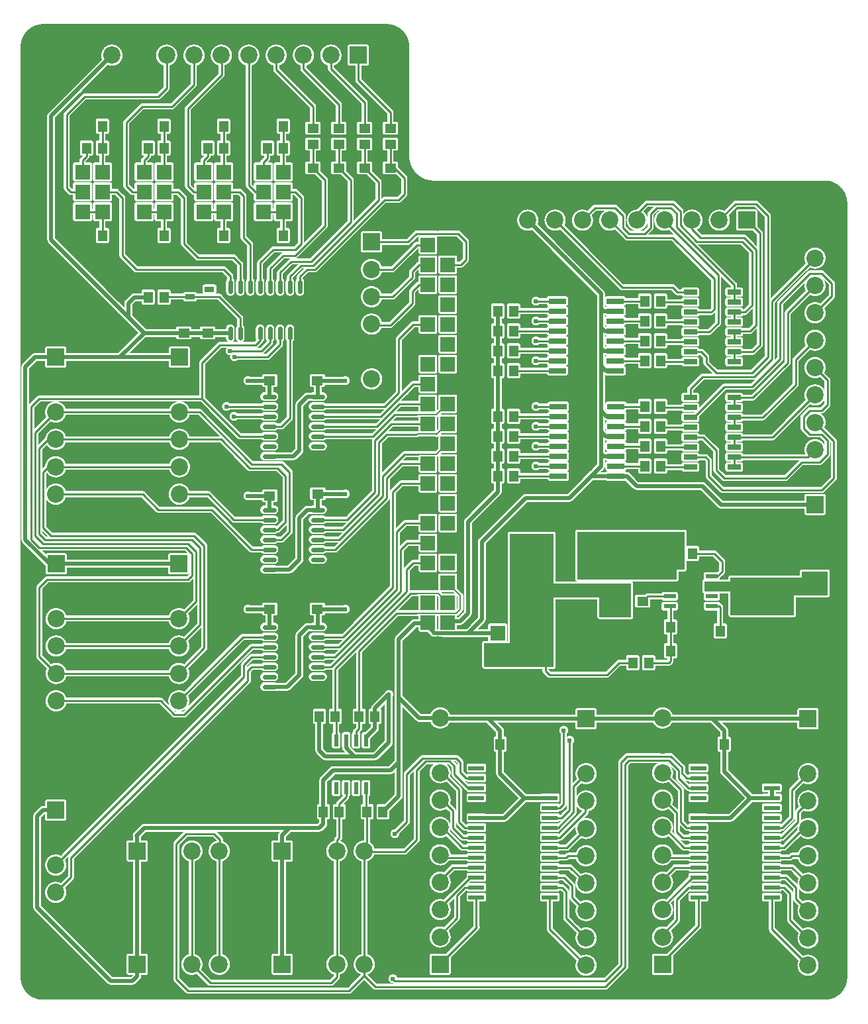
<source format=gbl>
G04 Layer: BottomLayer*
G04 EasyEDA v5.9.42, Thu, 28 Feb 2019 09:02:48 GMT*
G04 e03dab3afe2a44069860df784644e5b2*
G04 Gerber Generator version 0.2*
G04 Scale: 100 percent, Rotated: No, Reflected: No *
G04 Dimensions in millimeters *
G04 leading zeros omitted , absolute positions ,3 integer and 3 decimal *
%FSLAX33Y33*%
%MOMM*%
G90*
G71D02*

%ADD10C,0.254000*%
%ADD11C,0.499999*%
%ADD13C,0.619760*%
%ADD14R,1.469898X1.160018*%
%ADD17R,1.930400X1.930400*%
%ADD18R,1.879600X1.879600*%
%ADD19R,2.199996X2.199996*%
%ADD20C,2.199996*%
%ADD21R,1.999996X1.999996*%
%ADD22C,6.199988*%
%ADD23C,0.200000*%
%ADD24C,0.599999*%
%ADD25R,1.160018X1.469898*%
%ADD26R,1.250010X0.699999*%
%ADD27R,2.006600X0.609600*%
%ADD28R,1.389888X1.400048*%
%ADD29R,3.359912X4.859985*%
%ADD30R,3.850640X4.000500*%
%ADD31R,2.199640X0.701040*%
%ADD32R,1.750060X0.650240*%
%ADD33R,0.599440X1.549400*%
%ADD34R,1.550010X0.599999*%
%ADD35R,2.599995X3.099994*%

%LPD*%
G36*
G01X84016Y55150D02*
G01X71316Y55150D01*
G01X71316Y53880D01*
G01X84016Y53880D01*
G01X84016Y55150D01*
G37*

%LPD*%
G36*
G01X85032Y59976D02*
G01X71316Y59976D01*
G01X71316Y55150D01*
G01X85032Y55150D01*
G01X85032Y59976D01*
G37*

%LPD*%
G36*
G01X62128Y45752D02*
G01X59435Y45752D01*
G01X59435Y42704D01*
G01X62128Y42704D01*
G01X62128Y45752D01*
G37*

%LPD*%
G36*
G01X68325Y45752D02*
G01X62128Y45752D01*
G01X62128Y42704D01*
G01X68325Y42704D01*
G01X68325Y45752D01*
G37*

%LPD*%
G36*
G01X68326Y51594D02*
G01X62680Y51594D01*
G01X62680Y45752D01*
G01X68325Y45752D01*
G01X68326Y51594D01*
G37*

%LPD*%
G36*
G01X78231Y53372D02*
G01X62680Y53372D01*
G01X62680Y51594D01*
G01X78231Y51594D01*
G01X78231Y53372D01*
G37*

%LPD*%
G36*
G01X68268Y59722D02*
G01X62680Y59722D01*
G01X62680Y53372D01*
G01X68326Y53372D01*
G01X68268Y59722D01*
G37*

%LPD*%
G36*
G01X78231Y51594D02*
G01X74168Y51594D01*
G01X74167Y49054D01*
G01X78231Y49054D01*
G01X78231Y51594D01*
G37*

%LPD*%
G36*
G01X99059Y51848D02*
G01X90931Y51848D01*
G01X90931Y49308D01*
G01X99059Y49308D01*
G01X99059Y51848D01*
G37*

%LPD*%
G36*
G01X103377Y52356D02*
G01X90931Y52356D01*
G01X90931Y51848D01*
G01X103377Y51848D01*
G01X103377Y52356D01*
G37*

%LPD*%
G36*
G01X103377Y53626D02*
G01X87572Y53626D01*
G01X87572Y52356D01*
G01X103377Y52356D01*
G01X103377Y53626D01*
G37*

%LPD*%
G36*
G01X103377Y54134D02*
G01X90931Y54134D01*
G01X90931Y53626D01*
G01X103377Y53626D01*
G01X103377Y54134D01*
G37*

%LPD*%
G36*
G01X103377Y54896D02*
G01X100075Y54896D01*
G01X100075Y54134D01*
G01X103377Y54134D01*
G01X103377Y54896D01*
G37*

%LPD*%
G36*
G01X7619Y2999D02*
G01X152Y2999D01*
G01X152Y2949D01*
G01X156Y2849D01*
G01X159Y2799D01*
G01X163Y2749D01*
G01X168Y2699D01*
G01X180Y2599D01*
G01X188Y2549D01*
G01X196Y2500D01*
G01X205Y2450D01*
G01X238Y2303D01*
G01X251Y2254D01*
G01X279Y2158D01*
G01X294Y2110D01*
G01X311Y2062D01*
G01X327Y2015D01*
G01X345Y1968D01*
G01X364Y1921D01*
G01X383Y1875D01*
G01X425Y1783D01*
G01X446Y1738D01*
G01X469Y1693D01*
G01X517Y1605D01*
G01X542Y1561D01*
G01X594Y1475D01*
G01X621Y1433D01*
G01X649Y1391D01*
G01X678Y1350D01*
G01X708Y1310D01*
G01X738Y1269D01*
G01X800Y1191D01*
G01X833Y1152D01*
G01X865Y1114D01*
G01X933Y1040D01*
G01X968Y1004D01*
G01X1004Y968D01*
G01X1040Y933D01*
G01X1114Y865D01*
G01X1152Y833D01*
G01X1191Y800D01*
G01X1269Y738D01*
G01X1310Y708D01*
G01X1350Y678D01*
G01X1391Y649D01*
G01X1433Y621D01*
G01X1475Y594D01*
G01X1561Y542D01*
G01X1605Y517D01*
G01X1693Y469D01*
G01X1738Y446D01*
G01X1783Y425D01*
G01X1875Y383D01*
G01X1921Y364D01*
G01X1968Y345D01*
G01X2015Y327D01*
G01X2062Y311D01*
G01X2110Y294D01*
G01X2158Y279D01*
G01X2254Y251D01*
G01X2303Y238D01*
G01X2450Y205D01*
G01X2500Y196D01*
G01X2549Y188D01*
G01X2599Y180D01*
G01X2699Y168D01*
G01X2749Y163D01*
G01X2799Y159D01*
G01X2849Y156D01*
G01X2949Y152D01*
G01X7619Y152D01*
G01X7619Y2999D01*
G37*

%LPD*%
G36*
G01X12699Y2067D02*
G01X7619Y2067D01*
G01X7619Y152D01*
G01X12699Y152D01*
G01X12699Y2067D01*
G37*

%LPD*%
G36*
G01X11327Y2215D02*
G01X7619Y2215D01*
G01X7619Y2067D01*
G01X11665Y2067D01*
G01X11656Y2068D01*
G01X11648Y2068D01*
G01X11603Y2073D01*
G01X11567Y2081D01*
G01X11559Y2083D01*
G01X11541Y2087D01*
G01X11533Y2090D01*
G01X11524Y2093D01*
G01X11516Y2096D01*
G01X11507Y2099D01*
G01X11499Y2102D01*
G01X11490Y2105D01*
G01X11474Y2113D01*
G01X11466Y2116D01*
G01X11450Y2124D01*
G01X11442Y2129D01*
G01X11434Y2133D01*
G01X11426Y2138D01*
G01X11418Y2142D01*
G01X11411Y2147D01*
G01X11403Y2152D01*
G01X11396Y2157D01*
G01X11388Y2162D01*
G01X11381Y2168D01*
G01X11374Y2173D01*
G01X11367Y2179D01*
G01X11360Y2184D01*
G01X11346Y2196D01*
G01X11340Y2202D01*
G01X11333Y2208D01*
G01X11327Y2215D01*
G37*

%LPD*%

%LPD*%
G36*
G01X8938Y4604D02*
G01X7619Y4604D01*
G01X7619Y2215D01*
G01X11327Y2215D01*
G01X8938Y4604D01*
G37*

%LPD*%
G36*
G01X7619Y4604D02*
G01X152Y4604D01*
G01X152Y2999D01*
G01X7619Y2999D01*
G01X7619Y4604D01*
G37*

%LPD*%
G36*
G01X17779Y2067D02*
G01X12699Y2067D01*
G01X12699Y152D01*
G01X17779Y152D01*
G01X17779Y2067D01*
G37*

%LPD*%
G36*
G01X1929Y24010D02*
G01X152Y24010D01*
G01X152Y4604D01*
G01X8938Y4604D01*
G01X1929Y11613D01*
G01X1922Y11619D01*
G01X1916Y11626D01*
G01X1910Y11632D01*
G01X1898Y11646D01*
G01X1893Y11653D01*
G01X1887Y11660D01*
G01X1882Y11667D01*
G01X1876Y11674D01*
G01X1871Y11682D01*
G01X1866Y11689D01*
G01X1861Y11697D01*
G01X1856Y11704D01*
G01X1852Y11712D01*
G01X1847Y11720D01*
G01X1843Y11728D01*
G01X1838Y11736D01*
G01X1830Y11752D01*
G01X1827Y11760D01*
G01X1819Y11776D01*
G01X1816Y11785D01*
G01X1813Y11793D01*
G01X1810Y11802D01*
G01X1807Y11810D01*
G01X1804Y11819D01*
G01X1801Y11827D01*
G01X1797Y11845D01*
G01X1795Y11853D01*
G01X1787Y11889D01*
G01X1782Y11934D01*
G01X1782Y11943D01*
G01X1781Y11951D01*
G01X1781Y23672D01*
G01X1782Y23681D01*
G01X1782Y23689D01*
G01X1787Y23734D01*
G01X1795Y23770D01*
G01X1797Y23778D01*
G01X1801Y23796D01*
G01X1804Y23804D01*
G01X1807Y23813D01*
G01X1810Y23821D01*
G01X1813Y23830D01*
G01X1816Y23838D01*
G01X1819Y23847D01*
G01X1827Y23863D01*
G01X1830Y23871D01*
G01X1838Y23887D01*
G01X1843Y23895D01*
G01X1847Y23903D01*
G01X1852Y23911D01*
G01X1856Y23919D01*
G01X1861Y23926D01*
G01X1866Y23934D01*
G01X1871Y23941D01*
G01X1876Y23949D01*
G01X1882Y23956D01*
G01X1887Y23963D01*
G01X1893Y23970D01*
G01X1898Y23977D01*
G01X1910Y23991D01*
G01X1916Y23997D01*
G01X1922Y24004D01*
G01X1929Y24010D01*
G37*

%LPD*%
G36*
G01X22859Y920D02*
G01X17779Y920D01*
G01X17779Y152D01*
G01X22859Y152D01*
G01X22859Y920D01*
G37*

%LPD*%
G36*
G01X21320Y1032D02*
G01X17779Y1032D01*
G01X17779Y920D01*
G01X21576Y920D01*
G01X21570Y921D01*
G01X21563Y921D01*
G01X21556Y922D01*
G01X21549Y922D01*
G01X21542Y923D01*
G01X21536Y924D01*
G01X21522Y926D01*
G01X21516Y927D01*
G01X21509Y929D01*
G01X21502Y930D01*
G01X21496Y932D01*
G01X21489Y934D01*
G01X21482Y935D01*
G01X21476Y937D01*
G01X21469Y940D01*
G01X21457Y944D01*
G01X21450Y946D01*
G01X21438Y952D01*
G01X21431Y954D01*
G01X21413Y963D01*
G01X21407Y967D01*
G01X21395Y973D01*
G01X21389Y977D01*
G01X21384Y981D01*
G01X21378Y984D01*
G01X21372Y988D01*
G01X21367Y992D01*
G01X21361Y996D01*
G01X21351Y1004D01*
G01X21345Y1009D01*
G01X21340Y1013D01*
G01X21335Y1018D01*
G01X21330Y1022D01*
G01X21320Y1032D01*
G37*

%LPD*%
G36*
G01X17779Y3313D02*
G01X15550Y3313D01*
G01X15550Y3113D01*
G01X15544Y3059D01*
G01X15542Y3050D01*
G01X15541Y3041D01*
G01X15539Y3033D01*
G01X15535Y3015D01*
G01X15532Y3006D01*
G01X15530Y2998D01*
G01X15527Y2989D01*
G01X15525Y2981D01*
G01X15522Y2972D01*
G01X15519Y2964D01*
G01X15515Y2955D01*
G01X15512Y2947D01*
G01X15508Y2939D01*
G01X15505Y2930D01*
G01X15489Y2898D01*
G01X15484Y2890D01*
G01X15480Y2882D01*
G01X15475Y2875D01*
G01X15470Y2867D01*
G01X15465Y2860D01*
G01X15460Y2852D01*
G01X15450Y2838D01*
G01X15444Y2830D01*
G01X15439Y2823D01*
G01X15427Y2809D01*
G01X15421Y2803D01*
G01X15415Y2796D01*
G01X15409Y2790D01*
G01X15403Y2783D01*
G01X14834Y2215D01*
G01X14828Y2208D01*
G01X14821Y2202D01*
G01X14815Y2196D01*
G01X14801Y2184D01*
G01X14794Y2179D01*
G01X14787Y2173D01*
G01X14780Y2168D01*
G01X14773Y2162D01*
G01X14765Y2157D01*
G01X14758Y2152D01*
G01X14750Y2147D01*
G01X14743Y2142D01*
G01X14735Y2138D01*
G01X14727Y2133D01*
G01X14719Y2129D01*
G01X14711Y2124D01*
G01X14695Y2116D01*
G01X14687Y2113D01*
G01X14671Y2105D01*
G01X14662Y2102D01*
G01X14654Y2099D01*
G01X14645Y2096D01*
G01X14637Y2093D01*
G01X14628Y2090D01*
G01X14620Y2087D01*
G01X14602Y2083D01*
G01X14594Y2081D01*
G01X14558Y2073D01*
G01X14513Y2068D01*
G01X14505Y2068D01*
G01X14496Y2067D01*
G01X17779Y2067D01*
G01X17779Y3313D01*
G37*

%LPD*%
G36*
G01X19684Y4604D02*
G01X17779Y4604D01*
G01X17779Y1032D01*
G01X21320Y1032D01*
G01X19791Y2561D01*
G01X19787Y2566D01*
G01X19782Y2571D01*
G01X19778Y2576D01*
G01X19773Y2581D01*
G01X19765Y2591D01*
G01X19761Y2597D01*
G01X19756Y2602D01*
G01X19753Y2608D01*
G01X19749Y2614D01*
G01X19745Y2619D01*
G01X19741Y2625D01*
G01X19738Y2631D01*
G01X19734Y2637D01*
G01X19716Y2673D01*
G01X19713Y2680D01*
G01X19711Y2686D01*
G01X19708Y2692D01*
G01X19706Y2699D01*
G01X19704Y2705D01*
G01X19702Y2712D01*
G01X19700Y2718D01*
G01X19698Y2725D01*
G01X19696Y2731D01*
G01X19695Y2738D01*
G01X19693Y2744D01*
G01X19692Y2751D01*
G01X19690Y2758D01*
G01X19689Y2764D01*
G01X19687Y2778D01*
G01X19687Y2785D01*
G01X19686Y2791D01*
G01X19685Y2798D01*
G01X19685Y2812D01*
G01X19684Y2819D01*
G01X19684Y4604D01*
G37*

%LPD*%
G36*
G01X2539Y24924D02*
G01X152Y24924D01*
G01X152Y24010D01*
G01X1929Y24010D01*
G01X2539Y24621D01*
G01X2539Y24924D01*
G37*

%LPD*%
G36*
G01X38099Y920D02*
G01X22859Y920D01*
G01X22859Y152D01*
G01X38099Y152D01*
G01X38099Y920D01*
G37*

%LPD*%
G36*
G01X17779Y4604D02*
G01X16401Y4604D01*
G01X16401Y3549D01*
G01X16400Y3545D01*
G01X16400Y3540D01*
G01X16399Y3536D01*
G01X16399Y3531D01*
G01X16398Y3527D01*
G01X16397Y3522D01*
G01X16396Y3518D01*
G01X16396Y3514D01*
G01X16395Y3509D01*
G01X16393Y3505D01*
G01X16392Y3501D01*
G01X16391Y3496D01*
G01X16390Y3492D01*
G01X16388Y3488D01*
G01X16387Y3483D01*
G01X16386Y3479D01*
G01X16382Y3471D01*
G01X16381Y3467D01*
G01X16379Y3463D01*
G01X16377Y3458D01*
G01X16371Y3446D01*
G01X16369Y3443D01*
G01X16366Y3439D01*
G01X16362Y3431D01*
G01X16359Y3427D01*
G01X16357Y3423D01*
G01X16354Y3420D01*
G01X16352Y3416D01*
G01X16349Y3413D01*
G01X16346Y3409D01*
G01X16343Y3406D01*
G01X16340Y3402D01*
G01X16337Y3399D01*
G01X16334Y3395D01*
G01X16322Y3383D01*
G01X16319Y3379D01*
G01X16315Y3376D01*
G01X16312Y3374D01*
G01X16308Y3371D01*
G01X16305Y3368D01*
G01X16301Y3365D01*
G01X16298Y3362D01*
G01X16294Y3360D01*
G01X16290Y3357D01*
G01X16287Y3355D01*
G01X16283Y3352D01*
G01X16275Y3348D01*
G01X16271Y3345D01*
G01X16247Y3333D01*
G01X16243Y3332D01*
G01X16235Y3328D01*
G01X16230Y3327D01*
G01X16226Y3325D01*
G01X16218Y3323D01*
G01X16213Y3322D01*
G01X16209Y3320D01*
G01X16205Y3319D01*
G01X16200Y3318D01*
G01X16196Y3317D01*
G01X16191Y3317D01*
G01X16183Y3315D01*
G01X16178Y3315D01*
G01X16174Y3314D01*
G01X16169Y3314D01*
G01X16165Y3313D01*
G01X17779Y3313D01*
G01X17779Y4604D01*
G37*

%LPD*%
G36*
G01X19684Y6021D02*
G01X16165Y6021D01*
G01X16169Y6020D01*
G01X16174Y6020D01*
G01X16178Y6019D01*
G01X16183Y6019D01*
G01X16191Y6017D01*
G01X16196Y6017D01*
G01X16200Y6016D01*
G01X16205Y6015D01*
G01X16209Y6014D01*
G01X16213Y6012D01*
G01X16218Y6011D01*
G01X16226Y6009D01*
G01X16230Y6007D01*
G01X16235Y6006D01*
G01X16243Y6002D01*
G01X16247Y6001D01*
G01X16271Y5989D01*
G01X16275Y5986D01*
G01X16283Y5982D01*
G01X16287Y5979D01*
G01X16290Y5977D01*
G01X16294Y5974D01*
G01X16298Y5972D01*
G01X16301Y5969D01*
G01X16305Y5966D01*
G01X16308Y5963D01*
G01X16312Y5960D01*
G01X16315Y5958D01*
G01X16319Y5955D01*
G01X16322Y5951D01*
G01X16334Y5939D01*
G01X16337Y5935D01*
G01X16340Y5932D01*
G01X16343Y5928D01*
G01X16346Y5925D01*
G01X16349Y5921D01*
G01X16352Y5918D01*
G01X16354Y5914D01*
G01X16357Y5911D01*
G01X16359Y5907D01*
G01X16362Y5903D01*
G01X16366Y5895D01*
G01X16369Y5891D01*
G01X16371Y5888D01*
G01X16377Y5876D01*
G01X16379Y5871D01*
G01X16381Y5867D01*
G01X16382Y5863D01*
G01X16386Y5855D01*
G01X16387Y5851D01*
G01X16388Y5846D01*
G01X16390Y5842D01*
G01X16391Y5838D01*
G01X16392Y5833D01*
G01X16393Y5829D01*
G01X16395Y5825D01*
G01X16396Y5820D01*
G01X16396Y5816D01*
G01X16397Y5812D01*
G01X16398Y5807D01*
G01X16399Y5803D01*
G01X16399Y5798D01*
G01X16400Y5794D01*
G01X16400Y5789D01*
G01X16401Y5785D01*
G01X16401Y4604D01*
G01X19684Y4604D01*
G01X19684Y6021D01*
G37*

%LPD*%
G36*
G01X3281Y24924D02*
G01X2539Y24924D01*
G01X2539Y24920D01*
G01X3281Y24920D01*
G01X3281Y24924D01*
G37*

%LPD*%
G36*
G01X3281Y25454D02*
G01X152Y25454D01*
G01X152Y24924D01*
G01X3281Y24924D01*
G01X3281Y25454D01*
G37*

%LPD*%
G36*
G01X3029Y24920D02*
G01X2539Y24920D01*
G01X2539Y24621D01*
G01X2691Y24772D01*
G01X2697Y24779D01*
G01X2704Y24785D01*
G01X2710Y24791D01*
G01X2724Y24803D01*
G01X2731Y24808D01*
G01X2738Y24814D01*
G01X2745Y24819D01*
G01X2752Y24825D01*
G01X2760Y24830D01*
G01X2767Y24835D01*
G01X2775Y24840D01*
G01X2782Y24845D01*
G01X2790Y24849D01*
G01X2798Y24854D01*
G01X2806Y24858D01*
G01X2814Y24863D01*
G01X2830Y24871D01*
G01X2838Y24874D01*
G01X2854Y24882D01*
G01X2863Y24885D01*
G01X2871Y24888D01*
G01X2880Y24891D01*
G01X2888Y24894D01*
G01X2897Y24897D01*
G01X2905Y24900D01*
G01X2923Y24904D01*
G01X2931Y24906D01*
G01X2967Y24914D01*
G01X3012Y24919D01*
G01X3020Y24919D01*
G01X3029Y24920D01*
G37*

%LPD*%
G36*
G01X43179Y920D02*
G01X38099Y920D01*
G01X38099Y152D01*
G01X43179Y152D01*
G01X43179Y920D01*
G37*

%LPD*%
G36*
G01X19684Y14764D02*
G01X15550Y14764D01*
G01X15550Y6021D01*
G01X19684Y6021D01*
G01X19684Y14764D01*
G37*

%LPD*%
G36*
G01X3281Y24920D02*
G01X3065Y24920D01*
G01X3074Y24919D01*
G01X3083Y24919D01*
G01X3128Y24914D01*
G01X3146Y24910D01*
G01X3155Y24909D01*
G01X3163Y24907D01*
G01X3172Y24904D01*
G01X3181Y24902D01*
G01X3189Y24900D01*
G01X3207Y24894D01*
G01X3215Y24891D01*
G01X3224Y24888D01*
G01X3240Y24882D01*
G01X3249Y24878D01*
G01X3257Y24875D01*
G01X3281Y24863D01*
G01X3281Y24920D01*
G37*

%LPD*%
G36*
G01X3522Y25709D02*
G01X152Y25709D01*
G01X152Y25454D01*
G01X3281Y25454D01*
G01X3281Y25468D01*
G01X3282Y25472D01*
G01X3282Y25477D01*
G01X3283Y25481D01*
G01X3283Y25486D01*
G01X3284Y25490D01*
G01X3284Y25495D01*
G01X3286Y25503D01*
G01X3287Y25508D01*
G01X3288Y25512D01*
G01X3289Y25517D01*
G01X3291Y25525D01*
G01X3292Y25530D01*
G01X3294Y25534D01*
G01X3295Y25538D01*
G01X3297Y25542D01*
G01X3298Y25547D01*
G01X3304Y25559D01*
G01X3305Y25563D01*
G01X3309Y25571D01*
G01X3312Y25575D01*
G01X3318Y25587D01*
G01X3321Y25591D01*
G01X3323Y25594D01*
G01X3326Y25598D01*
G01X3328Y25602D01*
G01X3331Y25605D01*
G01X3333Y25609D01*
G01X3336Y25613D01*
G01X3342Y25619D01*
G01X3345Y25623D01*
G01X3348Y25626D01*
G01X3351Y25630D01*
G01X3360Y25639D01*
G01X3364Y25642D01*
G01X3370Y25648D01*
G01X3374Y25651D01*
G01X3377Y25654D01*
G01X3381Y25657D01*
G01X3385Y25659D01*
G01X3388Y25662D01*
G01X3392Y25664D01*
G01X3396Y25667D01*
G01X3399Y25669D01*
G01X3403Y25672D01*
G01X3415Y25678D01*
G01X3419Y25681D01*
G01X3423Y25683D01*
G01X3427Y25684D01*
G01X3443Y25692D01*
G01X3448Y25693D01*
G01X3452Y25695D01*
G01X3456Y25696D01*
G01X3460Y25698D01*
G01X3465Y25699D01*
G01X3473Y25701D01*
G01X3478Y25702D01*
G01X3482Y25703D01*
G01X3487Y25704D01*
G01X3495Y25706D01*
G01X3500Y25706D01*
G01X3504Y25707D01*
G01X3509Y25707D01*
G01X3513Y25708D01*
G01X3518Y25708D01*
G01X3522Y25709D01*
G37*

%LPD*%
G36*
G01X48259Y1428D02*
G01X43179Y1428D01*
G01X43179Y152D01*
G01X48259Y152D01*
G01X48259Y1428D01*
G37*

%LPD*%
G36*
G01X43179Y920D02*
G01X43179Y1778D01*
G01X42434Y1032D01*
G01X42429Y1027D01*
G01X42424Y1023D01*
G01X42419Y1018D01*
G01X42414Y1014D01*
G01X42409Y1009D01*
G01X42394Y997D01*
G01X42388Y993D01*
G01X42383Y989D01*
G01X42377Y985D01*
G01X42372Y982D01*
G01X42366Y978D01*
G01X42361Y975D01*
G01X42355Y971D01*
G01X42313Y950D01*
G01X42307Y948D01*
G01X42301Y945D01*
G01X42295Y943D01*
G01X42288Y941D01*
G01X42276Y937D01*
G01X42269Y935D01*
G01X42263Y933D01*
G01X42256Y931D01*
G01X42250Y930D01*
G01X42243Y928D01*
G01X42237Y927D01*
G01X42230Y926D01*
G01X42224Y925D01*
G01X42210Y923D01*
G01X42204Y922D01*
G01X42197Y921D01*
G01X42184Y921D01*
G01X42177Y920D01*
G01X43179Y920D01*
G37*

%LPD*%
G36*
G01X17779Y17791D02*
G01X15550Y17791D01*
G01X15550Y14764D01*
G01X17779Y14764D01*
G01X17779Y17791D01*
G37*

%LPD*%
G36*
G01X19796Y20367D02*
G01X17779Y20367D01*
G01X17779Y14764D01*
G01X19684Y14764D01*
G01X19684Y20104D01*
G01X19685Y20111D01*
G01X19685Y20125D01*
G01X19686Y20132D01*
G01X19687Y20138D01*
G01X19687Y20145D01*
G01X19689Y20159D01*
G01X19690Y20165D01*
G01X19692Y20172D01*
G01X19693Y20179D01*
G01X19695Y20185D01*
G01X19696Y20192D01*
G01X19698Y20198D01*
G01X19702Y20212D01*
G01X19706Y20224D01*
G01X19708Y20231D01*
G01X19711Y20237D01*
G01X19713Y20244D01*
G01X19734Y20286D01*
G01X19738Y20292D01*
G01X19741Y20298D01*
G01X19745Y20304D01*
G01X19749Y20309D01*
G01X19753Y20315D01*
G01X19756Y20321D01*
G01X19761Y20326D01*
G01X19765Y20332D01*
G01X19773Y20342D01*
G01X19778Y20347D01*
G01X19782Y20352D01*
G01X19787Y20357D01*
G01X19791Y20362D01*
G01X19796Y20367D01*
G37*

%LPD*%
G36*
G01X21815Y35084D02*
G01X152Y35084D01*
G01X152Y25709D01*
G01X12445Y25709D01*
G01X21815Y35084D01*
G37*

%LPD*%
G36*
G01X53339Y1428D02*
G01X48259Y1428D01*
G01X48259Y152D01*
G01X53339Y152D01*
G01X53339Y1428D01*
G37*

%LPD*%
G36*
G01X45235Y1540D02*
G01X43179Y1540D01*
G01X43179Y1428D01*
G01X45491Y1428D01*
G01X45484Y1429D01*
G01X45477Y1429D01*
G01X45470Y1430D01*
G01X45464Y1430D01*
G01X45443Y1433D01*
G01X45437Y1434D01*
G01X45430Y1435D01*
G01X45423Y1437D01*
G01X45417Y1438D01*
G01X45410Y1440D01*
G01X45404Y1442D01*
G01X45397Y1443D01*
G01X45390Y1445D01*
G01X45384Y1448D01*
G01X45378Y1450D01*
G01X45371Y1452D01*
G01X45365Y1454D01*
G01X45358Y1457D01*
G01X45352Y1460D01*
G01X45346Y1462D01*
G01X45328Y1471D01*
G01X45322Y1475D01*
G01X45310Y1481D01*
G01X45298Y1489D01*
G01X45293Y1492D01*
G01X45281Y1500D01*
G01X45276Y1504D01*
G01X45270Y1508D01*
G01X45265Y1512D01*
G01X45260Y1517D01*
G01X45255Y1521D01*
G01X45250Y1526D01*
G01X45244Y1530D01*
G01X45240Y1535D01*
G01X45235Y1540D01*
G37*

%LPD*%
G36*
G01X45235Y1540D02*
G01X44087Y2687D01*
G01X43179Y1778D01*
G01X43179Y1540D01*
G01X45235Y1540D01*
G37*

%LPD*%
G36*
G01X17779Y20499D02*
G01X16165Y20499D01*
G01X16169Y20498D01*
G01X16174Y20498D01*
G01X16178Y20497D01*
G01X16183Y20497D01*
G01X16191Y20495D01*
G01X16196Y20495D01*
G01X16200Y20494D01*
G01X16205Y20493D01*
G01X16209Y20492D01*
G01X16213Y20490D01*
G01X16218Y20489D01*
G01X16226Y20487D01*
G01X16230Y20485D01*
G01X16235Y20484D01*
G01X16243Y20480D01*
G01X16247Y20479D01*
G01X16271Y20467D01*
G01X16275Y20464D01*
G01X16283Y20460D01*
G01X16287Y20457D01*
G01X16290Y20455D01*
G01X16294Y20452D01*
G01X16298Y20450D01*
G01X16301Y20447D01*
G01X16305Y20444D01*
G01X16308Y20441D01*
G01X16312Y20438D01*
G01X16315Y20436D01*
G01X16319Y20433D01*
G01X16322Y20429D01*
G01X16334Y20417D01*
G01X16337Y20413D01*
G01X16340Y20410D01*
G01X16343Y20406D01*
G01X16346Y20403D01*
G01X16349Y20399D01*
G01X16352Y20396D01*
G01X16354Y20392D01*
G01X16357Y20389D01*
G01X16359Y20385D01*
G01X16362Y20381D01*
G01X16366Y20373D01*
G01X16369Y20369D01*
G01X16371Y20366D01*
G01X16377Y20354D01*
G01X16379Y20349D01*
G01X16381Y20345D01*
G01X16382Y20341D01*
G01X16386Y20333D01*
G01X16387Y20329D01*
G01X16388Y20324D01*
G01X16390Y20320D01*
G01X16391Y20316D01*
G01X16392Y20311D01*
G01X16393Y20307D01*
G01X16395Y20303D01*
G01X16396Y20298D01*
G01X16396Y20294D01*
G01X16397Y20290D01*
G01X16398Y20285D01*
G01X16399Y20281D01*
G01X16399Y20276D01*
G01X16400Y20272D01*
G01X16400Y20267D01*
G01X16401Y20263D01*
G01X16401Y18027D01*
G01X16400Y18023D01*
G01X16400Y18018D01*
G01X16399Y18014D01*
G01X16399Y18009D01*
G01X16398Y18005D01*
G01X16397Y18000D01*
G01X16396Y17996D01*
G01X16396Y17992D01*
G01X16395Y17987D01*
G01X16393Y17983D01*
G01X16392Y17979D01*
G01X16391Y17974D01*
G01X16390Y17970D01*
G01X16388Y17966D01*
G01X16387Y17961D01*
G01X16386Y17957D01*
G01X16382Y17949D01*
G01X16381Y17945D01*
G01X16379Y17941D01*
G01X16377Y17936D01*
G01X16371Y17924D01*
G01X16369Y17921D01*
G01X16366Y17917D01*
G01X16362Y17909D01*
G01X16359Y17905D01*
G01X16357Y17901D01*
G01X16354Y17898D01*
G01X16352Y17894D01*
G01X16349Y17891D01*
G01X16346Y17887D01*
G01X16343Y17884D01*
G01X16340Y17880D01*
G01X16337Y17877D01*
G01X16334Y17873D01*
G01X16322Y17861D01*
G01X16319Y17857D01*
G01X16315Y17854D01*
G01X16312Y17852D01*
G01X16308Y17849D01*
G01X16305Y17846D01*
G01X16301Y17843D01*
G01X16298Y17840D01*
G01X16294Y17838D01*
G01X16290Y17835D01*
G01X16287Y17833D01*
G01X16283Y17830D01*
G01X16275Y17826D01*
G01X16271Y17823D01*
G01X16247Y17811D01*
G01X16243Y17810D01*
G01X16235Y17806D01*
G01X16230Y17805D01*
G01X16226Y17803D01*
G01X16218Y17801D01*
G01X16213Y17800D01*
G01X16209Y17798D01*
G01X16205Y17797D01*
G01X16200Y17796D01*
G01X16196Y17795D01*
G01X16191Y17795D01*
G01X16183Y17793D01*
G01X16178Y17793D01*
G01X16174Y17792D01*
G01X16169Y17792D01*
G01X16165Y17791D01*
G01X17779Y17791D01*
G01X17779Y20499D01*
G37*

%LPD*%
G36*
G01X21054Y21625D02*
G01X17779Y21625D01*
G01X17779Y20367D01*
G01X19796Y20367D01*
G01X21054Y21625D01*
G37*

%LPD*%
G36*
G01X12445Y25709D02*
G01X5749Y25709D01*
G01X5753Y25708D01*
G01X5758Y25708D01*
G01X5762Y25707D01*
G01X5767Y25707D01*
G01X5771Y25706D01*
G01X5776Y25706D01*
G01X5784Y25704D01*
G01X5789Y25703D01*
G01X5793Y25702D01*
G01X5798Y25701D01*
G01X5810Y25698D01*
G01X5815Y25696D01*
G01X5819Y25695D01*
G01X5823Y25693D01*
G01X5827Y25692D01*
G01X5832Y25690D01*
G01X5844Y25684D01*
G01X5848Y25683D01*
G01X5852Y25681D01*
G01X5856Y25678D01*
G01X5868Y25672D01*
G01X5871Y25669D01*
G01X5875Y25667D01*
G01X5879Y25664D01*
G01X5883Y25662D01*
G01X5886Y25659D01*
G01X5890Y25657D01*
G01X5893Y25654D01*
G01X5897Y25651D01*
G01X5900Y25648D01*
G01X5904Y25645D01*
G01X5910Y25639D01*
G01X5914Y25636D01*
G01X5920Y25630D01*
G01X5923Y25626D01*
G01X5926Y25623D01*
G01X5929Y25619D01*
G01X5935Y25613D01*
G01X5937Y25609D01*
G01X5940Y25605D01*
G01X5943Y25602D01*
G01X5945Y25598D01*
G01X5948Y25594D01*
G01X5950Y25591D01*
G01X5953Y25587D01*
G01X5971Y25551D01*
G01X5972Y25547D01*
G01X5974Y25542D01*
G01X5976Y25538D01*
G01X5978Y25530D01*
G01X5980Y25525D01*
G01X5982Y25517D01*
G01X5983Y25512D01*
G01X5984Y25508D01*
G01X5985Y25503D01*
G01X5987Y25495D01*
G01X5987Y25490D01*
G01X5988Y25486D01*
G01X5988Y25481D01*
G01X5989Y25477D01*
G01X5989Y25468D01*
G01X5990Y25463D01*
G01X5990Y25454D01*
G01X12190Y25454D01*
G01X12445Y25709D01*
G37*

%LPD*%
G36*
G01X22859Y36226D02*
G01X17779Y36226D01*
G01X17779Y35084D01*
G01X21815Y35084D01*
G01X22859Y36128D01*
G01X22859Y36226D01*
G37*

%LPD*%
G36*
G01X17779Y36997D02*
G01X152Y36997D01*
G01X152Y35084D01*
G01X17779Y35084D01*
G01X17779Y36997D01*
G37*

%LPD*%
G36*
G01X73659Y1428D02*
G01X53339Y1428D01*
G01X53339Y152D01*
G01X73659Y152D01*
G01X73659Y1428D01*
G37*

%LPD*%
G36*
G01X17779Y21625D02*
G01X16210Y21625D01*
G01X15550Y20964D01*
G01X15550Y20499D01*
G01X17779Y20499D01*
G01X17779Y21625D01*
G37*

%LPD*%
G36*
G01X12190Y25454D02*
G01X5990Y25454D01*
G01X5990Y24924D01*
G01X11659Y24924D01*
G01X12190Y25454D01*
G37*

%LPD*%
G36*
G01X22859Y36338D02*
G01X21352Y36338D01*
G01X21342Y36328D01*
G01X21337Y36324D01*
G01X21332Y36319D01*
G01X21327Y36315D01*
G01X21321Y36310D01*
G01X21311Y36302D01*
G01X21305Y36298D01*
G01X21300Y36294D01*
G01X21294Y36290D01*
G01X21288Y36287D01*
G01X21282Y36283D01*
G01X21277Y36279D01*
G01X21265Y36273D01*
G01X21259Y36269D01*
G01X21247Y36263D01*
G01X21240Y36260D01*
G01X21234Y36258D01*
G01X21222Y36252D01*
G01X21215Y36250D01*
G01X21209Y36248D01*
G01X21202Y36246D01*
G01X21196Y36243D01*
G01X21189Y36241D01*
G01X21183Y36240D01*
G01X21176Y36238D01*
G01X21170Y36236D01*
G01X21163Y36235D01*
G01X21156Y36233D01*
G01X21150Y36232D01*
G01X21129Y36229D01*
G01X21123Y36228D01*
G01X21116Y36228D01*
G01X21109Y36227D01*
G01X21102Y36227D01*
G01X21096Y36226D01*
G01X22859Y36226D01*
G01X22859Y36338D01*
G37*

%LPD*%
G36*
G01X17909Y37971D02*
G01X17779Y37971D01*
G01X17779Y36226D01*
G01X19798Y36226D01*
G01X19792Y36227D01*
G01X19785Y36227D01*
G01X19778Y36228D01*
G01X19771Y36228D01*
G01X19764Y36229D01*
G01X19758Y36230D01*
G01X19744Y36232D01*
G01X19738Y36233D01*
G01X19731Y36235D01*
G01X19724Y36236D01*
G01X19718Y36238D01*
G01X19711Y36240D01*
G01X19704Y36241D01*
G01X19698Y36243D01*
G01X19691Y36246D01*
G01X19679Y36250D01*
G01X19672Y36252D01*
G01X19660Y36258D01*
G01X19653Y36260D01*
G01X19635Y36269D01*
G01X19629Y36273D01*
G01X19617Y36279D01*
G01X19611Y36283D01*
G01X19606Y36287D01*
G01X19600Y36290D01*
G01X19594Y36294D01*
G01X19589Y36298D01*
G01X19583Y36302D01*
G01X19573Y36310D01*
G01X19567Y36315D01*
G01X19562Y36319D01*
G01X19557Y36324D01*
G01X19552Y36328D01*
G01X17909Y37971D01*
G37*

%LPD*%
G36*
G01X27939Y41210D02*
G01X27939Y42925D01*
G01X22859Y37845D01*
G01X22859Y36128D01*
G01X27939Y41210D01*
G37*

%LPD*%
G36*
G01X17779Y37971D02*
G01X5994Y37971D01*
G01X5987Y37948D01*
G01X5979Y37925D01*
G01X5972Y37903D01*
G01X5964Y37880D01*
G01X5937Y37814D01*
G01X5917Y37770D01*
G01X5907Y37749D01*
G01X5885Y37707D01*
G01X5861Y37665D01*
G01X5849Y37645D01*
G01X5836Y37624D01*
G01X5823Y37604D01*
G01X5810Y37585D01*
G01X5796Y37565D01*
G01X5768Y37527D01*
G01X5738Y37489D01*
G01X5723Y37471D01*
G01X5691Y37435D01*
G01X5675Y37418D01*
G01X5658Y37401D01*
G01X5642Y37384D01*
G01X5624Y37367D01*
G01X5607Y37351D01*
G01X5589Y37335D01*
G01X5571Y37320D01*
G01X5553Y37304D01*
G01X5534Y37289D01*
G01X5515Y37275D01*
G01X5496Y37260D01*
G01X5477Y37246D01*
G01X5457Y37233D01*
G01X5437Y37219D01*
G01X5417Y37207D01*
G01X5397Y37194D01*
G01X5377Y37182D01*
G01X5335Y37158D01*
G01X5314Y37147D01*
G01X5293Y37137D01*
G01X5271Y37126D01*
G01X5249Y37116D01*
G01X5228Y37107D01*
G01X5206Y37097D01*
G01X5183Y37089D01*
G01X5161Y37080D01*
G01X5139Y37072D01*
G01X5116Y37064D01*
G01X5070Y37050D01*
G01X5001Y37032D01*
G01X4978Y37027D01*
G01X4954Y37022D01*
G01X4931Y37018D01*
G01X4907Y37014D01*
G01X4884Y37010D01*
G01X4860Y37007D01*
G01X4837Y37005D01*
G01X4813Y37002D01*
G01X4789Y37000D01*
G01X4717Y36997D01*
G01X17779Y36997D01*
G01X17779Y37971D01*
G37*

%LPD*%
G36*
G01X4670Y39706D02*
G01X152Y39706D01*
G01X152Y36997D01*
G01X4670Y36997D01*
G01X4622Y36999D01*
G01X4599Y37000D01*
G01X4551Y37004D01*
G01X4528Y37007D01*
G01X4504Y37010D01*
G01X4481Y37014D01*
G01X4457Y37018D01*
G01X4434Y37022D01*
G01X4410Y37027D01*
G01X4387Y37032D01*
G01X4318Y37050D01*
G01X4295Y37057D01*
G01X4273Y37064D01*
G01X4250Y37072D01*
G01X4206Y37088D01*
G01X4183Y37097D01*
G01X4162Y37106D01*
G01X4140Y37115D01*
G01X4118Y37125D01*
G01X4097Y37136D01*
G01X4075Y37146D01*
G01X4054Y37157D01*
G01X4034Y37169D01*
G01X4013Y37180D01*
G01X3992Y37193D01*
G01X3972Y37205D01*
G01X3932Y37231D01*
G01X3913Y37245D01*
G01X3894Y37258D01*
G01X3875Y37273D01*
G01X3856Y37287D01*
G01X3837Y37302D01*
G01X3819Y37317D01*
G01X3783Y37349D01*
G01X3749Y37381D01*
G01X3715Y37415D01*
G01X3699Y37432D01*
G01X3667Y37468D01*
G01X3637Y37504D01*
G01X3622Y37523D01*
G01X3594Y37561D01*
G01X3580Y37581D01*
G01X3567Y37600D01*
G01X3541Y37640D01*
G01X3529Y37661D01*
G01X3517Y37681D01*
G01X3505Y37702D01*
G01X3472Y37765D01*
G01X3462Y37787D01*
G01X3453Y37809D01*
G01X3443Y37830D01*
G01X3434Y37852D01*
G01X3426Y37875D01*
G01X3410Y37919D01*
G01X3402Y37942D01*
G01X3395Y37965D01*
G01X3389Y37988D01*
G01X3383Y38010D01*
G01X3377Y38034D01*
G01X3362Y38103D01*
G01X3358Y38127D01*
G01X3354Y38150D01*
G01X3351Y38174D01*
G01X3348Y38197D01*
G01X3345Y38221D01*
G01X3343Y38245D01*
G01X3342Y38268D01*
G01X3340Y38292D01*
G01X3340Y38316D01*
G01X3339Y38340D01*
G01X3339Y38363D01*
G01X3340Y38387D01*
G01X3340Y38411D01*
G01X3342Y38435D01*
G01X3343Y38458D01*
G01X3345Y38482D01*
G01X3348Y38506D01*
G01X3351Y38529D01*
G01X3354Y38553D01*
G01X3358Y38576D01*
G01X3362Y38600D01*
G01X3377Y38669D01*
G01X3395Y38738D01*
G01X3402Y38761D01*
G01X3410Y38784D01*
G01X3426Y38828D01*
G01X3434Y38851D01*
G01X3443Y38873D01*
G01X3453Y38894D01*
G01X3462Y38916D01*
G01X3472Y38938D01*
G01X3505Y39001D01*
G01X3517Y39022D01*
G01X3529Y39042D01*
G01X3541Y39063D01*
G01X3567Y39103D01*
G01X3580Y39122D01*
G01X3594Y39142D01*
G01X3622Y39180D01*
G01X3637Y39199D01*
G01X3667Y39235D01*
G01X3699Y39271D01*
G01X3715Y39288D01*
G01X3749Y39322D01*
G01X3783Y39354D01*
G01X3819Y39386D01*
G01X3837Y39401D01*
G01X3856Y39416D01*
G01X3932Y39472D01*
G01X3972Y39498D01*
G01X3992Y39510D01*
G01X4013Y39523D01*
G01X4034Y39534D01*
G01X4054Y39546D01*
G01X4075Y39557D01*
G01X4097Y39567D01*
G01X4118Y39578D01*
G01X4140Y39588D01*
G01X4162Y39597D01*
G01X4183Y39606D01*
G01X4206Y39615D01*
G01X4250Y39631D01*
G01X4273Y39639D01*
G01X4295Y39646D01*
G01X4318Y39653D01*
G01X4387Y39671D01*
G01X4410Y39676D01*
G01X4434Y39681D01*
G01X4457Y39685D01*
G01X4481Y39689D01*
G01X4504Y39693D01*
G01X4528Y39696D01*
G01X4551Y39698D01*
G01X4575Y39701D01*
G01X4599Y39703D01*
G01X4622Y39704D01*
G01X4670Y39706D01*
G37*

%LPD*%
G36*
G01X78739Y1428D02*
G01X73659Y1428D01*
G01X73659Y152D01*
G01X78739Y152D01*
G01X78739Y1428D01*
G37*

%LPD*%
G36*
G01X11659Y24924D02*
G01X7619Y24924D01*
G01X7619Y20882D01*
G01X11659Y24924D01*
G37*

%LPD*%
G36*
G01X7619Y24924D02*
G01X5990Y24924D01*
G01X5990Y23246D01*
G01X5989Y23241D01*
G01X5989Y23232D01*
G01X5988Y23228D01*
G01X5988Y23223D01*
G01X5987Y23219D01*
G01X5987Y23214D01*
G01X5985Y23206D01*
G01X5984Y23201D01*
G01X5983Y23197D01*
G01X5982Y23192D01*
G01X5980Y23184D01*
G01X5978Y23180D01*
G01X5977Y23175D01*
G01X5976Y23171D01*
G01X5972Y23163D01*
G01X5971Y23158D01*
G01X5953Y23122D01*
G01X5950Y23119D01*
G01X5948Y23115D01*
G01X5945Y23111D01*
G01X5943Y23107D01*
G01X5940Y23104D01*
G01X5937Y23100D01*
G01X5935Y23097D01*
G01X5932Y23093D01*
G01X5929Y23090D01*
G01X5926Y23086D01*
G01X5920Y23080D01*
G01X5917Y23076D01*
G01X5914Y23073D01*
G01X5910Y23070D01*
G01X5904Y23064D01*
G01X5900Y23061D01*
G01X5897Y23058D01*
G01X5893Y23055D01*
G01X5890Y23053D01*
G01X5886Y23050D01*
G01X5883Y23047D01*
G01X5879Y23045D01*
G01X5875Y23042D01*
G01X5871Y23040D01*
G01X5868Y23037D01*
G01X5832Y23019D01*
G01X5827Y23017D01*
G01X5823Y23016D01*
G01X5819Y23014D01*
G01X5815Y23013D01*
G01X5810Y23012D01*
G01X5806Y23010D01*
G01X5798Y23008D01*
G01X5793Y23007D01*
G01X5789Y23006D01*
G01X5784Y23005D01*
G01X5776Y23003D01*
G01X5771Y23003D01*
G01X5767Y23002D01*
G01X5762Y23002D01*
G01X5758Y23001D01*
G01X5749Y23001D01*
G01X5744Y23000D01*
G01X7619Y23000D01*
G01X7619Y24924D01*
G37*

%LPD*%
G36*
G01X22859Y36338D02*
G01X22859Y37845D01*
G01X21352Y36338D01*
G01X22859Y36338D01*
G37*

%LPD*%
G36*
G01X28432Y43227D02*
G01X28241Y43227D01*
G01X27939Y42925D01*
G01X27939Y41210D01*
G01X28320Y41591D01*
G01X28320Y42964D01*
G01X28321Y42971D01*
G01X28321Y42985D01*
G01X28322Y42992D01*
G01X28323Y42998D01*
G01X28323Y43005D01*
G01X28325Y43019D01*
G01X28326Y43025D01*
G01X28328Y43032D01*
G01X28329Y43039D01*
G01X28331Y43045D01*
G01X28332Y43052D01*
G01X28334Y43058D01*
G01X28338Y43072D01*
G01X28342Y43084D01*
G01X28344Y43091D01*
G01X28347Y43097D01*
G01X28349Y43104D01*
G01X28370Y43146D01*
G01X28374Y43152D01*
G01X28377Y43158D01*
G01X28381Y43164D01*
G01X28385Y43169D01*
G01X28389Y43175D01*
G01X28392Y43181D01*
G01X28397Y43186D01*
G01X28401Y43192D01*
G01X28409Y43202D01*
G01X28414Y43207D01*
G01X28418Y43212D01*
G01X28423Y43217D01*
G01X28427Y43222D01*
G01X28432Y43227D01*
G37*

%LPD*%
G36*
G01X17779Y39706D02*
G01X4717Y39706D01*
G01X4789Y39703D01*
G01X4813Y39701D01*
G01X4836Y39698D01*
G01X4860Y39696D01*
G01X4884Y39693D01*
G01X4907Y39689D01*
G01X4931Y39685D01*
G01X4954Y39681D01*
G01X4977Y39676D01*
G01X5001Y39671D01*
G01X5070Y39653D01*
G01X5093Y39646D01*
G01X5115Y39639D01*
G01X5138Y39631D01*
G01X5160Y39623D01*
G01X5183Y39615D01*
G01X5227Y39597D01*
G01X5249Y39587D01*
G01X5270Y39577D01*
G01X5292Y39567D01*
G01X5334Y39545D01*
G01X5355Y39533D01*
G01X5376Y39522D01*
G01X5396Y39509D01*
G01X5417Y39497D01*
G01X5437Y39484D01*
G01X5456Y39471D01*
G01X5476Y39457D01*
G01X5514Y39429D01*
G01X5552Y39399D01*
G01X5588Y39369D01*
G01X5606Y39353D01*
G01X5623Y39336D01*
G01X5641Y39320D01*
G01X5658Y39303D01*
G01X5690Y39269D01*
G01X5722Y39233D01*
G01X5737Y39215D01*
G01X5767Y39177D01*
G01X5781Y39158D01*
G01X5796Y39139D01*
G01X5809Y39120D01*
G01X5823Y39100D01*
G01X5836Y39080D01*
G01X5848Y39060D01*
G01X5860Y39039D01*
G01X5872Y39019D01*
G01X5884Y38998D01*
G01X5906Y38956D01*
G01X5916Y38934D01*
G01X5926Y38913D01*
G01X5936Y38891D01*
G01X5954Y38847D01*
G01X5963Y38824D01*
G01X5971Y38802D01*
G01X5979Y38779D01*
G01X5986Y38757D01*
G01X5993Y38734D01*
G01X17779Y38734D01*
G01X17779Y39706D01*
G37*

%LPD*%
G36*
G01X17779Y40164D02*
G01X152Y40164D01*
G01X152Y39706D01*
G01X17779Y39706D01*
G01X17779Y40164D01*
G37*

%LPD*%
G36*
G01X78739Y4080D02*
G01X77739Y4080D01*
G01X75189Y1530D01*
G01X75184Y1526D01*
G01X75179Y1521D01*
G01X75174Y1517D01*
G01X75169Y1512D01*
G01X75164Y1508D01*
G01X75158Y1504D01*
G01X75153Y1500D01*
G01X75141Y1492D01*
G01X75136Y1489D01*
G01X75124Y1481D01*
G01X75112Y1475D01*
G01X75106Y1471D01*
G01X75088Y1462D01*
G01X75082Y1460D01*
G01X75075Y1457D01*
G01X75069Y1454D01*
G01X75063Y1452D01*
G01X75056Y1450D01*
G01X75050Y1448D01*
G01X75043Y1445D01*
G01X75037Y1443D01*
G01X75030Y1442D01*
G01X75024Y1440D01*
G01X75017Y1438D01*
G01X75011Y1437D01*
G01X75004Y1435D01*
G01X74997Y1434D01*
G01X74991Y1433D01*
G01X74970Y1430D01*
G01X74964Y1430D01*
G01X74957Y1429D01*
G01X74950Y1429D01*
G01X74943Y1428D01*
G01X78739Y1428D01*
G01X78739Y4080D01*
G37*

%LPD*%
G36*
G01X105847Y2999D02*
G01X78739Y2999D01*
G01X78739Y152D01*
G01X103049Y152D01*
G01X103149Y156D01*
G01X103198Y159D01*
G01X103248Y163D01*
G01X103297Y167D01*
G01X103347Y173D01*
G01X103445Y187D01*
G01X103494Y195D01*
G01X103543Y204D01*
G01X103592Y214D01*
G01X103688Y236D01*
G01X103737Y249D01*
G01X103784Y262D01*
G01X103832Y276D01*
G01X103879Y291D01*
G01X103927Y307D01*
G01X103973Y324D01*
G01X104020Y341D01*
G01X104066Y359D01*
G01X104112Y378D01*
G01X104158Y398D01*
G01X104248Y440D01*
G01X104292Y462D01*
G01X104336Y485D01*
G01X104380Y509D01*
G01X104423Y533D01*
G01X104466Y559D01*
G01X104550Y611D01*
G01X104592Y639D01*
G01X104633Y667D01*
G01X104713Y725D01*
G01X104753Y756D01*
G01X104792Y786D01*
G01X104868Y850D01*
G01X104905Y883D01*
G01X104942Y917D01*
G01X104978Y951D01*
G01X105048Y1021D01*
G01X105082Y1057D01*
G01X105116Y1094D01*
G01X105149Y1131D01*
G01X105181Y1169D01*
G01X105212Y1207D01*
G01X105243Y1246D01*
G01X105274Y1286D01*
G01X105332Y1366D01*
G01X105360Y1407D01*
G01X105388Y1449D01*
G01X105414Y1490D01*
G01X105466Y1576D01*
G01X105490Y1619D01*
G01X105514Y1663D01*
G01X105537Y1707D01*
G01X105559Y1751D01*
G01X105601Y1841D01*
G01X105621Y1887D01*
G01X105640Y1933D01*
G01X105658Y1979D01*
G01X105675Y2026D01*
G01X105692Y2072D01*
G01X105708Y2120D01*
G01X105723Y2167D01*
G01X105737Y2215D01*
G01X105750Y2262D01*
G01X105763Y2311D01*
G01X105785Y2407D01*
G01X105795Y2456D01*
G01X105804Y2505D01*
G01X105812Y2554D01*
G01X105826Y2652D01*
G01X105831Y2702D01*
G01X105836Y2751D01*
G01X105840Y2801D01*
G01X105843Y2850D01*
G01X105847Y2950D01*
G01X105847Y2999D01*
G37*

%LPD*%
G36*
G01X7619Y23000D02*
G01X2790Y23000D01*
G01X2790Y18710D01*
G01X5449Y18710D01*
G01X7619Y20882D01*
G01X7619Y23000D01*
G37*

%LPD*%
G36*
G01X29448Y44243D02*
G01X29257Y44243D01*
G01X28241Y43227D01*
G01X28432Y43227D01*
G01X29448Y44243D01*
G37*

%LPD*%
G36*
G01X20360Y39706D02*
G01X17779Y39706D01*
G01X17779Y38734D01*
G01X19084Y38734D01*
G01X19091Y38757D01*
G01X19098Y38779D01*
G01X19106Y38802D01*
G01X19114Y38824D01*
G01X19123Y38847D01*
G01X19141Y38891D01*
G01X19151Y38913D01*
G01X19161Y38934D01*
G01X19171Y38956D01*
G01X19193Y38998D01*
G01X19205Y39019D01*
G01X19217Y39039D01*
G01X19229Y39060D01*
G01X19241Y39080D01*
G01X19254Y39100D01*
G01X19268Y39120D01*
G01X19310Y39177D01*
G01X19340Y39215D01*
G01X19355Y39233D01*
G01X19387Y39269D01*
G01X19403Y39286D01*
G01X19420Y39303D01*
G01X19436Y39320D01*
G01X19454Y39336D01*
G01X19471Y39353D01*
G01X19489Y39369D01*
G01X19525Y39399D01*
G01X19563Y39429D01*
G01X19601Y39457D01*
G01X19621Y39471D01*
G01X19640Y39484D01*
G01X19660Y39497D01*
G01X19681Y39509D01*
G01X19701Y39522D01*
G01X19722Y39533D01*
G01X19743Y39545D01*
G01X19785Y39567D01*
G01X19807Y39577D01*
G01X19828Y39587D01*
G01X19850Y39597D01*
G01X19894Y39615D01*
G01X19917Y39623D01*
G01X19939Y39631D01*
G01X19962Y39639D01*
G01X19984Y39646D01*
G01X20007Y39653D01*
G01X20076Y39671D01*
G01X20100Y39676D01*
G01X20123Y39681D01*
G01X20146Y39685D01*
G01X20170Y39689D01*
G01X20193Y39693D01*
G01X20217Y39696D01*
G01X20241Y39698D01*
G01X20264Y39701D01*
G01X20288Y39703D01*
G01X20360Y39706D01*
G37*

%LPD*%
G36*
G01X21656Y40164D02*
G01X17779Y40164D01*
G01X17779Y39706D01*
G01X21198Y39706D01*
G01X21656Y40164D01*
G37*

%LPD*%
G36*
G01X21990Y40497D02*
G01X152Y40497D01*
G01X152Y40164D01*
G01X21656Y40164D01*
G01X21990Y40497D01*
G37*

%LPD*%
G36*
G01X81124Y6019D02*
G01X78739Y6019D01*
G01X78739Y3310D01*
G01X81119Y3310D01*
G01X81115Y3311D01*
G01X81110Y3311D01*
G01X81106Y3312D01*
G01X81101Y3312D01*
G01X81097Y3313D01*
G01X81092Y3313D01*
G01X81084Y3315D01*
G01X81079Y3316D01*
G01X81075Y3317D01*
G01X81070Y3318D01*
G01X81062Y3320D01*
G01X81057Y3322D01*
G01X81049Y3324D01*
G01X81045Y3326D01*
G01X81040Y3327D01*
G01X81024Y3335D01*
G01X81020Y3336D01*
G01X81016Y3338D01*
G01X81012Y3341D01*
G01X81000Y3347D01*
G01X80996Y3350D01*
G01X80993Y3352D01*
G01X80989Y3355D01*
G01X80985Y3357D01*
G01X80982Y3360D01*
G01X80978Y3363D01*
G01X80974Y3365D01*
G01X80971Y3368D01*
G01X80967Y3371D01*
G01X80961Y3377D01*
G01X80957Y3380D01*
G01X80951Y3386D01*
G01X80948Y3390D01*
G01X80942Y3396D01*
G01X80939Y3400D01*
G01X80933Y3406D01*
G01X80930Y3410D01*
G01X80928Y3414D01*
G01X80925Y3417D01*
G01X80923Y3421D01*
G01X80920Y3425D01*
G01X80918Y3428D01*
G01X80915Y3432D01*
G01X80909Y3444D01*
G01X80906Y3448D01*
G01X80902Y3456D01*
G01X80901Y3460D01*
G01X80895Y3472D01*
G01X80894Y3477D01*
G01X80892Y3481D01*
G01X80891Y3485D01*
G01X80889Y3489D01*
G01X80888Y3494D01*
G01X80886Y3502D01*
G01X80885Y3507D01*
G01X80884Y3511D01*
G01X80883Y3516D01*
G01X80881Y3524D01*
G01X80881Y3529D01*
G01X80880Y3533D01*
G01X80880Y3538D01*
G01X80879Y3542D01*
G01X80879Y3547D01*
G01X80878Y3551D01*
G01X80878Y5778D01*
G01X80879Y5782D01*
G01X80879Y5787D01*
G01X80880Y5791D01*
G01X80880Y5796D01*
G01X80881Y5800D01*
G01X80881Y5805D01*
G01X80883Y5813D01*
G01X80884Y5818D01*
G01X80885Y5822D01*
G01X80886Y5827D01*
G01X80888Y5835D01*
G01X80889Y5840D01*
G01X80891Y5844D01*
G01X80892Y5848D01*
G01X80894Y5852D01*
G01X80895Y5856D01*
G01X80897Y5861D01*
G01X80901Y5869D01*
G01X80902Y5873D01*
G01X80906Y5881D01*
G01X80909Y5885D01*
G01X80915Y5897D01*
G01X80918Y5901D01*
G01X80920Y5904D01*
G01X80923Y5908D01*
G01X80925Y5912D01*
G01X80928Y5915D01*
G01X80930Y5919D01*
G01X80933Y5922D01*
G01X80936Y5926D01*
G01X80939Y5929D01*
G01X80942Y5933D01*
G01X80948Y5939D01*
G01X80951Y5943D01*
G01X80957Y5949D01*
G01X80961Y5952D01*
G01X80967Y5958D01*
G01X80971Y5961D01*
G01X80974Y5964D01*
G01X80978Y5966D01*
G01X80982Y5969D01*
G01X80985Y5972D01*
G01X80989Y5974D01*
G01X80993Y5977D01*
G01X80996Y5979D01*
G01X81000Y5982D01*
G01X81040Y6002D01*
G01X81045Y6003D01*
G01X81049Y6005D01*
G01X81057Y6007D01*
G01X81062Y6009D01*
G01X81070Y6011D01*
G01X81075Y6012D01*
G01X81079Y6013D01*
G01X81084Y6014D01*
G01X81092Y6016D01*
G01X81097Y6016D01*
G01X81101Y6017D01*
G01X81106Y6017D01*
G01X81110Y6018D01*
G01X81119Y6018D01*
G01X81124Y6019D01*
G37*

%LPD*%
G36*
G01X78739Y9684D02*
G01X77851Y9684D01*
G01X77851Y4336D01*
G01X77850Y4329D01*
G01X77850Y4322D01*
G01X77849Y4315D01*
G01X77849Y4309D01*
G01X77846Y4288D01*
G01X77845Y4282D01*
G01X77844Y4275D01*
G01X77842Y4268D01*
G01X77841Y4262D01*
G01X77839Y4255D01*
G01X77837Y4249D01*
G01X77836Y4242D01*
G01X77834Y4236D01*
G01X77831Y4229D01*
G01X77829Y4223D01*
G01X77827Y4216D01*
G01X77825Y4210D01*
G01X77822Y4204D01*
G01X77819Y4197D01*
G01X77817Y4191D01*
G01X77808Y4173D01*
G01X77804Y4167D01*
G01X77798Y4155D01*
G01X77790Y4143D01*
G01X77787Y4138D01*
G01X77779Y4126D01*
G01X77775Y4121D01*
G01X77771Y4115D01*
G01X77767Y4110D01*
G01X77762Y4105D01*
G01X77758Y4100D01*
G01X77753Y4095D01*
G01X77749Y4090D01*
G01X77739Y4080D01*
G01X78739Y4080D01*
G01X78739Y9684D01*
G37*

%LPD*%
G36*
G01X105847Y3185D02*
G01X78739Y3185D01*
G01X78739Y2999D01*
G01X105847Y2999D01*
G01X105847Y3185D01*
G37*

%LPD*%
G36*
G01X100275Y3310D02*
G01X78739Y3310D01*
G01X78739Y3185D01*
G01X100819Y3185D01*
G01X100795Y3186D01*
G01X100770Y3187D01*
G01X100746Y3189D01*
G01X100721Y3191D01*
G01X100697Y3193D01*
G01X100649Y3199D01*
G01X100624Y3203D01*
G01X100600Y3207D01*
G01X100552Y3217D01*
G01X100529Y3222D01*
G01X100481Y3234D01*
G01X100458Y3241D01*
G01X100434Y3248D01*
G01X100365Y3272D01*
G01X100342Y3281D01*
G01X100320Y3290D01*
G01X100297Y3300D01*
G01X100275Y3310D01*
G37*

%LPD*%
G36*
G01X4612Y18710D02*
G01X2790Y18710D01*
G01X2790Y16001D01*
G01X4612Y16001D01*
G01X4540Y16004D01*
G01X4517Y16006D01*
G01X4493Y16009D01*
G01X4469Y16011D01*
G01X4446Y16014D01*
G01X4422Y16018D01*
G01X4376Y16026D01*
G01X4352Y16031D01*
G01X4329Y16036D01*
G01X4260Y16054D01*
G01X4237Y16061D01*
G01X4215Y16068D01*
G01X4192Y16076D01*
G01X4170Y16084D01*
G01X4147Y16092D01*
G01X4103Y16110D01*
G01X4082Y16119D01*
G01X4060Y16129D01*
G01X4039Y16140D01*
G01X4017Y16150D01*
G01X3996Y16161D01*
G01X3975Y16173D01*
G01X3955Y16185D01*
G01X3934Y16197D01*
G01X3914Y16209D01*
G01X3874Y16235D01*
G01X3855Y16249D01*
G01X3835Y16263D01*
G01X3816Y16277D01*
G01X3798Y16291D01*
G01X3779Y16306D01*
G01X3761Y16321D01*
G01X3725Y16353D01*
G01X3708Y16369D01*
G01X3690Y16385D01*
G01X3673Y16402D01*
G01X3641Y16436D01*
G01X3609Y16472D01*
G01X3579Y16508D01*
G01X3549Y16546D01*
G01X3535Y16565D01*
G01X3522Y16585D01*
G01X3508Y16604D01*
G01X3495Y16624D01*
G01X3483Y16644D01*
G01X3470Y16665D01*
G01X3458Y16685D01*
G01X3414Y16769D01*
G01X3404Y16791D01*
G01X3395Y16813D01*
G01X3385Y16834D01*
G01X3376Y16857D01*
G01X3368Y16879D01*
G01X3359Y16901D01*
G01X3352Y16923D01*
G01X3344Y16946D01*
G01X3337Y16969D01*
G01X3313Y17061D01*
G01X3308Y17084D01*
G01X3304Y17107D01*
G01X3300Y17131D01*
G01X3296Y17154D01*
G01X3293Y17178D01*
G01X3290Y17201D01*
G01X3287Y17225D01*
G01X3285Y17249D01*
G01X3283Y17272D01*
G01X3281Y17320D01*
G01X3281Y17391D01*
G01X3283Y17439D01*
G01X3285Y17462D01*
G01X3287Y17486D01*
G01X3290Y17510D01*
G01X3293Y17533D01*
G01X3296Y17557D01*
G01X3300Y17580D01*
G01X3304Y17604D01*
G01X3308Y17627D01*
G01X3313Y17650D01*
G01X3319Y17674D01*
G01X3331Y17720D01*
G01X3337Y17742D01*
G01X3344Y17765D01*
G01X3352Y17788D01*
G01X3359Y17810D01*
G01X3368Y17832D01*
G01X3376Y17855D01*
G01X3385Y17877D01*
G01X3395Y17899D01*
G01X3404Y17920D01*
G01X3414Y17942D01*
G01X3458Y18026D01*
G01X3470Y18047D01*
G01X3483Y18067D01*
G01X3495Y18087D01*
G01X3508Y18107D01*
G01X3522Y18127D01*
G01X3535Y18146D01*
G01X3549Y18165D01*
G01X3579Y18203D01*
G01X3609Y18239D01*
G01X3641Y18275D01*
G01X3673Y18309D01*
G01X3690Y18326D01*
G01X3708Y18342D01*
G01X3725Y18358D01*
G01X3761Y18390D01*
G01X3779Y18405D01*
G01X3798Y18420D01*
G01X3816Y18434D01*
G01X3835Y18449D01*
G01X3855Y18462D01*
G01X3874Y18476D01*
G01X3914Y18502D01*
G01X3934Y18514D01*
G01X3955Y18527D01*
G01X3975Y18538D01*
G01X3996Y18550D01*
G01X4017Y18561D01*
G01X4039Y18571D01*
G01X4060Y18582D01*
G01X4082Y18592D01*
G01X4103Y18601D01*
G01X4147Y18619D01*
G01X4170Y18627D01*
G01X4192Y18635D01*
G01X4215Y18643D01*
G01X4237Y18650D01*
G01X4260Y18657D01*
G01X4329Y18675D01*
G01X4352Y18680D01*
G01X4376Y18685D01*
G01X4422Y18693D01*
G01X4446Y18697D01*
G01X4469Y18700D01*
G01X4493Y18703D01*
G01X4517Y18705D01*
G01X4540Y18707D01*
G01X4612Y18710D01*
G37*

%LPD*%
G36*
G01X5449Y18710D02*
G01X4660Y18710D01*
G01X4732Y18707D01*
G01X4756Y18705D01*
G01X4780Y18702D01*
G01X4804Y18700D01*
G01X4828Y18696D01*
G01X4852Y18693D01*
G01X4876Y18689D01*
G01X4899Y18684D01*
G01X4923Y18679D01*
G01X4946Y18674D01*
G01X4970Y18668D01*
G01X4993Y18662D01*
G01X5016Y18655D01*
G01X5040Y18648D01*
G01X5063Y18641D01*
G01X5085Y18633D01*
G01X5108Y18625D01*
G01X5131Y18616D01*
G01X5175Y18598D01*
G01X5219Y18578D01*
G01X5241Y18567D01*
G01X5262Y18556D01*
G01X5284Y18545D01*
G01X5449Y18710D01*
G37*

%LPD*%
G36*
G01X3281Y23255D02*
G01X2790Y23255D01*
G01X2790Y23000D01*
G01X3527Y23000D01*
G01X3522Y23001D01*
G01X3513Y23001D01*
G01X3509Y23002D01*
G01X3504Y23002D01*
G01X3500Y23003D01*
G01X3495Y23003D01*
G01X3487Y23005D01*
G01X3482Y23006D01*
G01X3478Y23007D01*
G01X3473Y23008D01*
G01X3465Y23010D01*
G01X3460Y23012D01*
G01X3452Y23014D01*
G01X3448Y23016D01*
G01X3443Y23017D01*
G01X3403Y23037D01*
G01X3399Y23040D01*
G01X3396Y23042D01*
G01X3392Y23045D01*
G01X3388Y23047D01*
G01X3385Y23050D01*
G01X3381Y23053D01*
G01X3377Y23055D01*
G01X3374Y23058D01*
G01X3370Y23061D01*
G01X3364Y23067D01*
G01X3360Y23070D01*
G01X3354Y23076D01*
G01X3351Y23080D01*
G01X3345Y23086D01*
G01X3342Y23090D01*
G01X3339Y23093D01*
G01X3336Y23097D01*
G01X3333Y23100D01*
G01X3331Y23104D01*
G01X3328Y23107D01*
G01X3326Y23111D01*
G01X3323Y23115D01*
G01X3321Y23119D01*
G01X3318Y23122D01*
G01X3312Y23134D01*
G01X3309Y23138D01*
G01X3305Y23146D01*
G01X3304Y23150D01*
G01X3300Y23158D01*
G01X3298Y23163D01*
G01X3297Y23167D01*
G01X3295Y23171D01*
G01X3294Y23175D01*
G01X3292Y23180D01*
G01X3289Y23192D01*
G01X3288Y23197D01*
G01X3287Y23201D01*
G01X3286Y23206D01*
G01X3284Y23214D01*
G01X3284Y23219D01*
G01X3283Y23223D01*
G01X3283Y23228D01*
G01X3282Y23232D01*
G01X3282Y23237D01*
G01X3281Y23241D01*
G01X3281Y23255D01*
G37*

%LPD*%
G36*
G01X29704Y44355D02*
G01X29369Y44355D01*
G01X29257Y44243D01*
G01X29448Y44243D01*
G01X29458Y44253D01*
G01X29463Y44257D01*
G01X29468Y44262D01*
G01X29473Y44266D01*
G01X29479Y44271D01*
G01X29489Y44279D01*
G01X29495Y44283D01*
G01X29500Y44287D01*
G01X29506Y44291D01*
G01X29512Y44294D01*
G01X29517Y44298D01*
G01X29523Y44302D01*
G01X29535Y44308D01*
G01X29541Y44312D01*
G01X29559Y44321D01*
G01X29566Y44323D01*
G01X29578Y44329D01*
G01X29585Y44331D01*
G01X29597Y44335D01*
G01X29604Y44338D01*
G01X29610Y44340D01*
G01X29617Y44341D01*
G01X29624Y44343D01*
G01X29630Y44345D01*
G01X29637Y44346D01*
G01X29644Y44348D01*
G01X29650Y44349D01*
G01X29664Y44351D01*
G01X29670Y44352D01*
G01X29677Y44353D01*
G01X29684Y44353D01*
G01X29691Y44354D01*
G01X29698Y44354D01*
G01X29704Y44355D01*
G37*

%LPD*%
G36*
G01X19084Y38734D02*
G01X18081Y38734D01*
G01X18087Y38733D01*
G01X18094Y38733D01*
G01X18101Y38732D01*
G01X18108Y38732D01*
G01X18114Y38731D01*
G01X18135Y38728D01*
G01X18141Y38727D01*
G01X18148Y38725D01*
G01X18155Y38724D01*
G01X18161Y38722D01*
G01X18168Y38720D01*
G01X18174Y38719D01*
G01X18181Y38717D01*
G01X18187Y38714D01*
G01X18194Y38712D01*
G01X18200Y38710D01*
G01X18207Y38708D01*
G01X18219Y38702D01*
G01X18225Y38700D01*
G01X18232Y38697D01*
G01X18244Y38691D01*
G01X18250Y38687D01*
G01X18262Y38681D01*
G01X18267Y38677D01*
G01X18273Y38673D01*
G01X18279Y38670D01*
G01X18285Y38666D01*
G01X18290Y38662D01*
G01X18296Y38658D01*
G01X18306Y38650D01*
G01X18312Y38645D01*
G01X18317Y38641D01*
G01X18322Y38636D01*
G01X18327Y38632D01*
G01X18337Y38622D01*
G01X19056Y38622D01*
G01X19062Y38650D01*
G01X19076Y38706D01*
G01X19084Y38734D01*
G37*

%LPD*%
G36*
G01X21198Y39706D02*
G01X20408Y39706D01*
G01X20480Y39703D01*
G01X20504Y39701D01*
G01X20600Y39689D01*
G01X20624Y39684D01*
G01X20648Y39680D01*
G01X20671Y39675D01*
G01X20695Y39670D01*
G01X20718Y39664D01*
G01X20742Y39658D01*
G01X20811Y39637D01*
G01X20857Y39621D01*
G01X20879Y39612D01*
G01X20902Y39603D01*
G01X20924Y39593D01*
G01X20946Y39584D01*
G01X20968Y39573D01*
G01X20990Y39563D01*
G01X21011Y39552D01*
G01X21033Y39540D01*
G01X21198Y39706D01*
G37*

%LPD*%
G36*
G01X19084Y41470D02*
G01X5993Y41470D01*
G01X5986Y41447D01*
G01X5979Y41425D01*
G01X5971Y41402D01*
G01X5963Y41380D01*
G01X5955Y41357D01*
G01X5937Y41313D01*
G01X5927Y41291D01*
G01X5917Y41270D01*
G01X5906Y41248D01*
G01X5896Y41227D01*
G01X5884Y41206D01*
G01X5873Y41185D01*
G01X5861Y41164D01*
G01X5849Y41144D01*
G01X5810Y41084D01*
G01X5796Y41065D01*
G01X5782Y41045D01*
G01X5768Y41026D01*
G01X5753Y41007D01*
G01X5738Y40989D01*
G01X5722Y40971D01*
G01X5707Y40953D01*
G01X5691Y40935D01*
G01X5675Y40918D01*
G01X5658Y40900D01*
G01X5641Y40884D01*
G01X5624Y40867D01*
G01X5606Y40851D01*
G01X5589Y40835D01*
G01X5571Y40819D01*
G01X5552Y40804D01*
G01X5534Y40789D01*
G01X5515Y40774D01*
G01X5496Y40760D01*
G01X5476Y40746D01*
G01X5457Y40733D01*
G01X5437Y40719D01*
G01X5417Y40706D01*
G01X5397Y40694D01*
G01X5376Y40682D01*
G01X5356Y40670D01*
G01X5335Y40658D01*
G01X5314Y40647D01*
G01X5292Y40637D01*
G01X5271Y40626D01*
G01X5249Y40616D01*
G01X5227Y40607D01*
G01X5205Y40597D01*
G01X5183Y40589D01*
G01X5161Y40580D01*
G01X5138Y40572D01*
G01X5116Y40565D01*
G01X5093Y40557D01*
G01X5070Y40550D01*
G01X5001Y40532D01*
G01X4978Y40527D01*
G01X4954Y40522D01*
G01X4931Y40518D01*
G01X4907Y40514D01*
G01X4884Y40510D01*
G01X4860Y40507D01*
G01X4836Y40505D01*
G01X4813Y40502D01*
G01X4789Y40500D01*
G01X4717Y40497D01*
G01X20360Y40497D01*
G01X20288Y40500D01*
G01X20264Y40502D01*
G01X20241Y40505D01*
G01X20217Y40507D01*
G01X20193Y40510D01*
G01X20170Y40514D01*
G01X20146Y40518D01*
G01X20123Y40522D01*
G01X20099Y40527D01*
G01X20076Y40532D01*
G01X20007Y40550D01*
G01X19984Y40557D01*
G01X19961Y40565D01*
G01X19939Y40572D01*
G01X19916Y40580D01*
G01X19894Y40589D01*
G01X19872Y40597D01*
G01X19850Y40607D01*
G01X19828Y40616D01*
G01X19806Y40626D01*
G01X19785Y40637D01*
G01X19764Y40647D01*
G01X19742Y40658D01*
G01X19721Y40670D01*
G01X19701Y40682D01*
G01X19680Y40694D01*
G01X19660Y40706D01*
G01X19640Y40719D01*
G01X19620Y40733D01*
G01X19601Y40746D01*
G01X19581Y40760D01*
G01X19562Y40774D01*
G01X19543Y40789D01*
G01X19525Y40804D01*
G01X19506Y40819D01*
G01X19488Y40835D01*
G01X19471Y40851D01*
G01X19453Y40867D01*
G01X19436Y40884D01*
G01X19419Y40900D01*
G01X19402Y40918D01*
G01X19386Y40935D01*
G01X19370Y40953D01*
G01X19355Y40971D01*
G01X19339Y40989D01*
G01X19324Y41007D01*
G01X19309Y41026D01*
G01X19295Y41045D01*
G01X19281Y41065D01*
G01X19267Y41084D01*
G01X19228Y41144D01*
G01X19216Y41164D01*
G01X19204Y41185D01*
G01X19193Y41206D01*
G01X19181Y41227D01*
G01X19171Y41248D01*
G01X19160Y41270D01*
G01X19150Y41291D01*
G01X19141Y41313D01*
G01X19131Y41335D01*
G01X19122Y41357D01*
G01X19114Y41380D01*
G01X19106Y41402D01*
G01X19098Y41425D01*
G01X19091Y41447D01*
G01X19084Y41470D01*
G37*

%LPD*%
G36*
G01X22859Y41367D02*
G01X22859Y43787D01*
G01X21572Y42501D01*
G01X21605Y42438D01*
G01X21615Y42416D01*
G01X21624Y42394D01*
G01X21634Y42372D01*
G01X21643Y42350D01*
G01X21667Y42284D01*
G01X21675Y42261D01*
G01X21682Y42238D01*
G01X21706Y42146D01*
G01X21710Y42123D01*
G01X21715Y42100D01*
G01X21719Y42076D01*
G01X21723Y42053D01*
G01X21726Y42029D01*
G01X21729Y42006D01*
G01X21732Y41982D01*
G01X21734Y41958D01*
G01X21735Y41935D01*
G01X21737Y41911D01*
G01X21737Y41887D01*
G01X21738Y41863D01*
G01X21738Y41840D01*
G01X21737Y41816D01*
G01X21737Y41792D01*
G01X21735Y41768D01*
G01X21734Y41745D01*
G01X21732Y41721D01*
G01X21729Y41697D01*
G01X21726Y41674D01*
G01X21723Y41650D01*
G01X21719Y41627D01*
G01X21715Y41603D01*
G01X21700Y41534D01*
G01X21694Y41510D01*
G01X21688Y41488D01*
G01X21681Y41465D01*
G01X21675Y41442D01*
G01X21667Y41419D01*
G01X21651Y41375D01*
G01X21643Y41352D01*
G01X21634Y41330D01*
G01X21624Y41309D01*
G01X21615Y41287D01*
G01X21604Y41265D01*
G01X21594Y41244D01*
G01X21572Y41202D01*
G01X21560Y41181D01*
G01X21548Y41161D01*
G01X21536Y41140D01*
G01X21510Y41100D01*
G01X21497Y41081D01*
G01X21483Y41061D01*
G01X21455Y41023D01*
G01X21440Y41004D01*
G01X21410Y40968D01*
G01X21378Y40932D01*
G01X21362Y40915D01*
G01X21328Y40881D01*
G01X21294Y40849D01*
G01X21258Y40817D01*
G01X21240Y40802D01*
G01X21221Y40787D01*
G01X21145Y40731D01*
G01X21105Y40705D01*
G01X21085Y40693D01*
G01X21043Y40669D01*
G01X21023Y40657D01*
G01X21001Y40646D01*
G01X20980Y40636D01*
G01X20959Y40625D01*
G01X20937Y40615D01*
G01X20871Y40588D01*
G01X20827Y40572D01*
G01X20804Y40564D01*
G01X20782Y40557D01*
G01X20759Y40550D01*
G01X20690Y40532D01*
G01X20667Y40527D01*
G01X20643Y40522D01*
G01X20620Y40518D01*
G01X20596Y40514D01*
G01X20573Y40510D01*
G01X20549Y40507D01*
G01X20526Y40505D01*
G01X20502Y40502D01*
G01X20478Y40500D01*
G01X20455Y40499D01*
G01X20407Y40497D01*
G01X21990Y40497D01*
G01X22859Y41367D01*
G37*

%LPD*%
G36*
G01X2270Y53133D02*
G01X152Y53133D01*
G01X152Y40497D01*
G01X4670Y40497D01*
G01X4622Y40499D01*
G01X4599Y40500D01*
G01X4575Y40502D01*
G01X4551Y40505D01*
G01X4528Y40507D01*
G01X4504Y40510D01*
G01X4480Y40514D01*
G01X4434Y40522D01*
G01X4410Y40527D01*
G01X4387Y40532D01*
G01X4318Y40550D01*
G01X4295Y40557D01*
G01X4273Y40564D01*
G01X4250Y40572D01*
G01X4206Y40588D01*
G01X4183Y40597D01*
G01X4161Y40606D01*
G01X4140Y40616D01*
G01X4118Y40625D01*
G01X4097Y40636D01*
G01X4075Y40646D01*
G01X4054Y40657D01*
G01X4033Y40669D01*
G01X4013Y40681D01*
G01X3992Y40693D01*
G01X3972Y40705D01*
G01X3932Y40731D01*
G01X3913Y40745D01*
G01X3893Y40759D01*
G01X3874Y40773D01*
G01X3856Y40787D01*
G01X3837Y40802D01*
G01X3819Y40817D01*
G01X3783Y40849D01*
G01X3766Y40865D01*
G01X3748Y40881D01*
G01X3731Y40898D01*
G01X3715Y40915D01*
G01X3699Y40933D01*
G01X3683Y40950D01*
G01X3667Y40968D01*
G01X3652Y40986D01*
G01X3637Y41005D01*
G01X3622Y41023D01*
G01X3608Y41042D01*
G01X3593Y41061D01*
G01X3580Y41081D01*
G01X3566Y41100D01*
G01X3553Y41120D01*
G01X3541Y41141D01*
G01X3528Y41161D01*
G01X3516Y41181D01*
G01X3483Y41244D01*
G01X3472Y41266D01*
G01X3462Y41287D01*
G01X3453Y41309D01*
G01X3443Y41331D01*
G01X3434Y41353D01*
G01X3418Y41397D01*
G01X3410Y41420D01*
G01X3402Y41442D01*
G01X3395Y41465D01*
G01X3371Y41557D01*
G01X3367Y41580D01*
G01X3362Y41604D01*
G01X3358Y41627D01*
G01X3354Y41651D01*
G01X3351Y41674D01*
G01X3348Y41698D01*
G01X3345Y41721D01*
G01X3343Y41745D01*
G01X3342Y41769D01*
G01X3340Y41793D01*
G01X3340Y41816D01*
G01X3339Y41840D01*
G01X3339Y41864D01*
G01X3340Y41888D01*
G01X3340Y41911D01*
G01X3342Y41935D01*
G01X3343Y41959D01*
G01X3345Y41983D01*
G01X3348Y42006D01*
G01X3351Y42030D01*
G01X3354Y42053D01*
G01X3358Y42077D01*
G01X3362Y42100D01*
G01X3367Y42124D01*
G01X3377Y42170D01*
G01X3389Y42216D01*
G01X3403Y42262D01*
G01X3410Y42284D01*
G01X3418Y42307D01*
G01X3426Y42329D01*
G01X3453Y42395D01*
G01X3463Y42417D01*
G01X3473Y42438D01*
G01X3483Y42460D01*
G01X3505Y42502D01*
G01X2265Y43742D01*
G01X2261Y43747D01*
G01X2256Y43752D01*
G01X2252Y43757D01*
G01X2247Y43762D01*
G01X2239Y43772D01*
G01X2235Y43778D01*
G01X2230Y43783D01*
G01X2227Y43789D01*
G01X2223Y43795D01*
G01X2219Y43800D01*
G01X2215Y43806D01*
G01X2212Y43812D01*
G01X2208Y43818D01*
G01X2190Y43854D01*
G01X2187Y43861D01*
G01X2185Y43867D01*
G01X2182Y43873D01*
G01X2180Y43880D01*
G01X2178Y43886D01*
G01X2176Y43893D01*
G01X2174Y43899D01*
G01X2172Y43906D01*
G01X2170Y43912D01*
G01X2169Y43919D01*
G01X2167Y43925D01*
G01X2166Y43932D01*
G01X2164Y43939D01*
G01X2163Y43945D01*
G01X2161Y43959D01*
G01X2161Y43966D01*
G01X2160Y43973D01*
G01X2159Y43979D01*
G01X2159Y43993D01*
G01X2158Y44000D01*
G01X2158Y52870D01*
G01X2159Y52877D01*
G01X2159Y52891D01*
G01X2160Y52898D01*
G01X2161Y52904D01*
G01X2161Y52911D01*
G01X2163Y52925D01*
G01X2164Y52931D01*
G01X2166Y52938D01*
G01X2167Y52945D01*
G01X2169Y52951D01*
G01X2170Y52958D01*
G01X2172Y52964D01*
G01X2176Y52978D01*
G01X2180Y52990D01*
G01X2182Y52997D01*
G01X2185Y53003D01*
G01X2187Y53010D01*
G01X2208Y53052D01*
G01X2212Y53058D01*
G01X2215Y53064D01*
G01X2219Y53070D01*
G01X2223Y53075D01*
G01X2227Y53081D01*
G01X2230Y53087D01*
G01X2235Y53092D01*
G01X2239Y53098D01*
G01X2247Y53108D01*
G01X2252Y53113D01*
G01X2256Y53118D01*
G01X2261Y53123D01*
G01X2265Y53128D01*
G01X2270Y53133D01*
G37*

%LPD*%
G36*
G01X83526Y6809D02*
G01X78739Y6809D01*
G01X78739Y6019D01*
G01X82735Y6019D01*
G01X83526Y6809D01*
G37*

%LPD*%
G36*
G01X82208Y9518D02*
G01X78739Y9518D01*
G01X78739Y6809D01*
G01X82208Y6809D01*
G01X82136Y6812D01*
G01X82113Y6814D01*
G01X82089Y6817D01*
G01X82065Y6819D01*
G01X82042Y6822D01*
G01X82018Y6826D01*
G01X81972Y6834D01*
G01X81948Y6839D01*
G01X81925Y6844D01*
G01X81856Y6862D01*
G01X81833Y6869D01*
G01X81811Y6876D01*
G01X81788Y6884D01*
G01X81766Y6892D01*
G01X81743Y6900D01*
G01X81699Y6918D01*
G01X81678Y6927D01*
G01X81656Y6937D01*
G01X81635Y6948D01*
G01X81613Y6958D01*
G01X81592Y6969D01*
G01X81571Y6981D01*
G01X81551Y6993D01*
G01X81530Y7005D01*
G01X81510Y7017D01*
G01X81470Y7043D01*
G01X81451Y7057D01*
G01X81431Y7071D01*
G01X81412Y7085D01*
G01X81394Y7099D01*
G01X81375Y7114D01*
G01X81357Y7129D01*
G01X81303Y7177D01*
G01X81286Y7193D01*
G01X81269Y7210D01*
G01X81237Y7244D01*
G01X81205Y7280D01*
G01X81175Y7316D01*
G01X81145Y7354D01*
G01X81131Y7373D01*
G01X81118Y7393D01*
G01X81104Y7412D01*
G01X81091Y7432D01*
G01X81079Y7452D01*
G01X81066Y7473D01*
G01X81054Y7493D01*
G01X81010Y7577D01*
G01X80990Y7621D01*
G01X80981Y7642D01*
G01X80972Y7664D01*
G01X80964Y7687D01*
G01X80955Y7709D01*
G01X80948Y7731D01*
G01X80940Y7754D01*
G01X80933Y7777D01*
G01X80909Y7869D01*
G01X80904Y7892D01*
G01X80900Y7915D01*
G01X80896Y7939D01*
G01X80892Y7962D01*
G01X80889Y7986D01*
G01X80886Y8009D01*
G01X80883Y8033D01*
G01X80881Y8057D01*
G01X80879Y8080D01*
G01X80877Y8128D01*
G01X80877Y8199D01*
G01X80879Y8247D01*
G01X80881Y8270D01*
G01X80883Y8294D01*
G01X80886Y8318D01*
G01X80889Y8341D01*
G01X80892Y8365D01*
G01X80896Y8388D01*
G01X80900Y8412D01*
G01X80904Y8435D01*
G01X80909Y8458D01*
G01X80915Y8482D01*
G01X80927Y8528D01*
G01X80933Y8550D01*
G01X80940Y8573D01*
G01X80948Y8596D01*
G01X80955Y8618D01*
G01X80964Y8640D01*
G01X80972Y8663D01*
G01X80990Y8707D01*
G01X81000Y8728D01*
G01X81010Y8750D01*
G01X81054Y8834D01*
G01X81066Y8854D01*
G01X81079Y8875D01*
G01X81091Y8895D01*
G01X81104Y8915D01*
G01X81118Y8935D01*
G01X81131Y8954D01*
G01X81145Y8973D01*
G01X81175Y9011D01*
G01X81205Y9047D01*
G01X81237Y9083D01*
G01X81269Y9117D01*
G01X81286Y9134D01*
G01X81303Y9150D01*
G01X81357Y9198D01*
G01X81375Y9213D01*
G01X81394Y9228D01*
G01X81412Y9242D01*
G01X81431Y9257D01*
G01X81451Y9270D01*
G01X81470Y9284D01*
G01X81510Y9310D01*
G01X81530Y9322D01*
G01X81551Y9335D01*
G01X81571Y9346D01*
G01X81592Y9358D01*
G01X81613Y9369D01*
G01X81635Y9379D01*
G01X81656Y9390D01*
G01X81678Y9400D01*
G01X81699Y9409D01*
G01X81743Y9427D01*
G01X81766Y9435D01*
G01X81788Y9443D01*
G01X81811Y9451D01*
G01X81833Y9458D01*
G01X81856Y9465D01*
G01X81925Y9483D01*
G01X81948Y9488D01*
G01X81972Y9493D01*
G01X82018Y9501D01*
G01X82042Y9505D01*
G01X82065Y9508D01*
G01X82089Y9511D01*
G01X82113Y9513D01*
G01X82136Y9515D01*
G01X82208Y9518D01*
G37*

%LPD*%
G36*
G01X82899Y9684D02*
G01X78739Y9684D01*
G01X78739Y9518D01*
G01X82734Y9518D01*
G01X82899Y9684D01*
G37*

%LPD*%
G36*
G01X83525Y10309D02*
G01X77851Y10309D01*
G01X77851Y9684D01*
G01X82899Y9684D01*
G01X83525Y10309D01*
G37*

%LPD*%
G36*
G01X105847Y5894D02*
G01X100867Y5894D01*
G01X100939Y5891D01*
G01X100962Y5889D01*
G01X100986Y5886D01*
G01X101010Y5884D01*
G01X101033Y5881D01*
G01X101057Y5877D01*
G01X101103Y5869D01*
G01X101127Y5864D01*
G01X101150Y5859D01*
G01X101219Y5841D01*
G01X101242Y5834D01*
G01X101264Y5827D01*
G01X101287Y5819D01*
G01X101309Y5811D01*
G01X101332Y5803D01*
G01X101376Y5785D01*
G01X101397Y5776D01*
G01X101419Y5766D01*
G01X101440Y5755D01*
G01X101462Y5745D01*
G01X101483Y5734D01*
G01X101504Y5722D01*
G01X101524Y5711D01*
G01X101545Y5698D01*
G01X101565Y5686D01*
G01X101605Y5660D01*
G01X101624Y5646D01*
G01X101644Y5633D01*
G01X101663Y5618D01*
G01X101681Y5604D01*
G01X101700Y5589D01*
G01X101718Y5574D01*
G01X101754Y5542D01*
G01X101771Y5526D01*
G01X101789Y5510D01*
G01X101805Y5493D01*
G01X101822Y5476D01*
G01X101838Y5459D01*
G01X101870Y5423D01*
G01X101900Y5387D01*
G01X101915Y5368D01*
G01X101929Y5349D01*
G01X101944Y5330D01*
G01X101957Y5310D01*
G01X101971Y5291D01*
G01X101984Y5271D01*
G01X101996Y5251D01*
G01X102009Y5230D01*
G01X102020Y5210D01*
G01X102032Y5189D01*
G01X102065Y5126D01*
G01X102075Y5104D01*
G01X102084Y5082D01*
G01X102094Y5061D01*
G01X102103Y5039D01*
G01X102111Y5016D01*
G01X102127Y4972D01*
G01X102135Y4949D01*
G01X102142Y4926D01*
G01X102166Y4834D01*
G01X102171Y4811D01*
G01X102175Y4788D01*
G01X102179Y4764D01*
G01X102183Y4741D01*
G01X102186Y4717D01*
G01X102189Y4694D01*
G01X102192Y4670D01*
G01X102194Y4646D01*
G01X102195Y4623D01*
G01X102197Y4599D01*
G01X102198Y4575D01*
G01X102198Y4504D01*
G01X102197Y4480D01*
G01X102195Y4456D01*
G01X102194Y4433D01*
G01X102192Y4409D01*
G01X102189Y4385D01*
G01X102186Y4362D01*
G01X102183Y4338D01*
G01X102179Y4315D01*
G01X102175Y4291D01*
G01X102171Y4268D01*
G01X102166Y4245D01*
G01X102142Y4153D01*
G01X102135Y4130D01*
G01X102127Y4107D01*
G01X102111Y4063D01*
G01X102103Y4040D01*
G01X102094Y4018D01*
G01X102084Y3997D01*
G01X102075Y3975D01*
G01X102065Y3953D01*
G01X102032Y3890D01*
G01X102020Y3869D01*
G01X102009Y3849D01*
G01X101996Y3828D01*
G01X101984Y3808D01*
G01X101971Y3788D01*
G01X101957Y3769D01*
G01X101944Y3749D01*
G01X101929Y3730D01*
G01X101915Y3711D01*
G01X101900Y3692D01*
G01X101870Y3656D01*
G01X101838Y3620D01*
G01X101822Y3603D01*
G01X101805Y3586D01*
G01X101789Y3569D01*
G01X101771Y3553D01*
G01X101754Y3537D01*
G01X101718Y3505D01*
G01X101700Y3490D01*
G01X101681Y3475D01*
G01X101663Y3461D01*
G01X101644Y3446D01*
G01X101624Y3433D01*
G01X101605Y3419D01*
G01X101565Y3393D01*
G01X101545Y3381D01*
G01X101524Y3368D01*
G01X101504Y3357D01*
G01X101483Y3345D01*
G01X101462Y3334D01*
G01X101440Y3324D01*
G01X101419Y3313D01*
G01X101397Y3303D01*
G01X101376Y3294D01*
G01X101332Y3276D01*
G01X101309Y3268D01*
G01X101287Y3260D01*
G01X101264Y3252D01*
G01X101242Y3245D01*
G01X101219Y3238D01*
G01X101150Y3220D01*
G01X101127Y3215D01*
G01X101103Y3210D01*
G01X101057Y3202D01*
G01X101033Y3198D01*
G01X101010Y3195D01*
G01X100986Y3192D01*
G01X100962Y3190D01*
G01X100939Y3188D01*
G01X100867Y3185D01*
G01X105847Y3185D01*
G01X105847Y5894D01*
G37*

%LPD*%
G36*
G01X99491Y4604D02*
G01X83587Y4604D01*
G01X83587Y3556D01*
G01X83586Y3551D01*
G01X83586Y3542D01*
G01X83585Y3538D01*
G01X83585Y3533D01*
G01X83584Y3529D01*
G01X83584Y3524D01*
G01X83582Y3516D01*
G01X83581Y3511D01*
G01X83580Y3507D01*
G01X83579Y3502D01*
G01X83577Y3494D01*
G01X83575Y3489D01*
G01X83573Y3481D01*
G01X83571Y3477D01*
G01X83569Y3472D01*
G01X83568Y3468D01*
G01X83550Y3432D01*
G01X83547Y3428D01*
G01X83545Y3425D01*
G01X83542Y3421D01*
G01X83540Y3417D01*
G01X83537Y3414D01*
G01X83534Y3410D01*
G01X83532Y3406D01*
G01X83526Y3400D01*
G01X83523Y3396D01*
G01X83517Y3390D01*
G01X83514Y3386D01*
G01X83511Y3383D01*
G01X83507Y3380D01*
G01X83501Y3374D01*
G01X83497Y3371D01*
G01X83494Y3368D01*
G01X83490Y3365D01*
G01X83487Y3363D01*
G01X83483Y3360D01*
G01X83480Y3357D01*
G01X83476Y3355D01*
G01X83472Y3352D01*
G01X83468Y3350D01*
G01X83465Y3347D01*
G01X83453Y3341D01*
G01X83449Y3338D01*
G01X83445Y3336D01*
G01X83441Y3335D01*
G01X83429Y3329D01*
G01X83424Y3327D01*
G01X83420Y3326D01*
G01X83416Y3324D01*
G01X83412Y3323D01*
G01X83407Y3322D01*
G01X83403Y3320D01*
G01X83395Y3318D01*
G01X83390Y3317D01*
G01X83386Y3316D01*
G01X83381Y3315D01*
G01X83373Y3313D01*
G01X83368Y3313D01*
G01X83364Y3312D01*
G01X83359Y3312D01*
G01X83355Y3311D01*
G01X83350Y3311D01*
G01X83346Y3310D01*
G01X100275Y3310D01*
G01X100253Y3320D01*
G01X100232Y3331D01*
G01X100210Y3342D01*
G01X100189Y3353D01*
G01X100169Y3365D01*
G01X100148Y3377D01*
G01X100127Y3390D01*
G01X100067Y3429D01*
G01X100029Y3457D01*
G01X99972Y3502D01*
G01X99936Y3534D01*
G01X99919Y3550D01*
G01X99901Y3566D01*
G01X99884Y3583D01*
G01X99868Y3600D01*
G01X99851Y3618D01*
G01X99835Y3635D01*
G01X99819Y3653D01*
G01X99804Y3672D01*
G01X99788Y3690D01*
G01X99774Y3709D01*
G01X99759Y3728D01*
G01X99745Y3747D01*
G01X99731Y3767D01*
G01X99718Y3787D01*
G01X99704Y3807D01*
G01X99692Y3827D01*
G01X99679Y3847D01*
G01X99655Y3889D01*
G01X99633Y3931D01*
G01X99623Y3953D01*
G01X99612Y3975D01*
G01X99603Y3996D01*
G01X99593Y4018D01*
G01X99584Y4041D01*
G01X99576Y4063D01*
G01X99567Y4086D01*
G01X99560Y4108D01*
G01X99552Y4131D01*
G01X99538Y4177D01*
G01X99526Y4223D01*
G01X99521Y4247D01*
G01X99516Y4270D01*
G01X99512Y4294D01*
G01X99507Y4317D01*
G01X99504Y4341D01*
G01X99500Y4364D01*
G01X99497Y4388D01*
G01X99491Y4460D01*
G01X99489Y4508D01*
G01X99489Y4556D01*
G01X99491Y4604D01*
G37*

%LPD*%
G36*
G01X6222Y16001D02*
G01X2790Y16001D01*
G01X2790Y15210D01*
G01X5451Y15210D01*
G01X6222Y15981D01*
G01X6222Y16001D01*
G37*

%LPD*%
G36*
G01X6234Y18411D02*
G01X6235Y18418D01*
G01X5824Y18006D01*
G01X5846Y17964D01*
G01X5856Y17942D01*
G01X5866Y17921D01*
G01X5876Y17899D01*
G01X5903Y17833D01*
G01X5911Y17811D01*
G01X5919Y17788D01*
G01X5926Y17766D01*
G01X5940Y17720D01*
G01X5952Y17674D01*
G01X5962Y17628D01*
G01X5967Y17604D01*
G01X5975Y17558D01*
G01X5981Y17510D01*
G01X5984Y17487D01*
G01X5986Y17463D01*
G01X5987Y17439D01*
G01X5989Y17416D01*
G01X5989Y17392D01*
G01X5990Y17368D01*
G01X5990Y17344D01*
G01X5989Y17321D01*
G01X5989Y17297D01*
G01X5987Y17273D01*
G01X5986Y17249D01*
G01X5984Y17226D01*
G01X5978Y17178D01*
G01X5975Y17155D01*
G01X5971Y17131D01*
G01X5963Y17085D01*
G01X5958Y17061D01*
G01X5934Y16969D01*
G01X5927Y16947D01*
G01X5919Y16924D01*
G01X5912Y16901D01*
G01X5903Y16879D01*
G01X5895Y16857D01*
G01X5877Y16813D01*
G01X5867Y16791D01*
G01X5857Y16770D01*
G01X5846Y16748D01*
G01X5824Y16706D01*
G01X5813Y16686D01*
G01X5801Y16665D01*
G01X5788Y16645D01*
G01X5776Y16625D01*
G01X5763Y16605D01*
G01X5749Y16585D01*
G01X5736Y16565D01*
G01X5722Y16546D01*
G01X5707Y16527D01*
G01X5693Y16509D01*
G01X5677Y16490D01*
G01X5662Y16472D01*
G01X5646Y16454D01*
G01X5630Y16437D01*
G01X5614Y16419D01*
G01X5598Y16402D01*
G01X5581Y16385D01*
G01X5564Y16369D01*
G01X5528Y16337D01*
G01X5510Y16322D01*
G01X5492Y16306D01*
G01X5473Y16291D01*
G01X5455Y16277D01*
G01X5436Y16263D01*
G01X5416Y16249D01*
G01X5397Y16235D01*
G01X5357Y16209D01*
G01X5337Y16197D01*
G01X5316Y16185D01*
G01X5296Y16173D01*
G01X5275Y16161D01*
G01X5254Y16150D01*
G01X5232Y16140D01*
G01X5211Y16129D01*
G01X5189Y16120D01*
G01X5168Y16110D01*
G01X5124Y16092D01*
G01X5101Y16084D01*
G01X5079Y16076D01*
G01X5056Y16068D01*
G01X5034Y16061D01*
G01X5011Y16054D01*
G01X4942Y16036D01*
G01X4919Y16031D01*
G01X4895Y16026D01*
G01X4849Y16018D01*
G01X4825Y16014D01*
G01X4801Y16011D01*
G01X4778Y16009D01*
G01X4754Y16006D01*
G01X4730Y16004D01*
G01X4707Y16003D01*
G01X4659Y16001D01*
G01X6222Y16001D01*
G01X6222Y18327D01*
G01X6223Y18334D01*
G01X6223Y18348D01*
G01X6230Y18397D01*
G01X6234Y18411D01*
G37*

%LPD*%
G36*
G01X3281Y23851D02*
G01X3197Y23851D01*
G01X2790Y23445D01*
G01X2790Y23255D01*
G01X3281Y23255D01*
G01X3281Y23851D01*
G37*

%LPD*%
G36*
G01X31333Y44528D02*
G01X29542Y44528D01*
G01X29369Y44355D01*
G01X30950Y44355D01*
G01X30971Y44376D01*
G01X30978Y44382D01*
G01X30985Y44389D01*
G01X30993Y44395D01*
G01X31000Y44402D01*
G01X31016Y44414D01*
G01X31023Y44420D01*
G01X31031Y44425D01*
G01X31039Y44431D01*
G01X31048Y44437D01*
G01X31072Y44452D01*
G01X31090Y44462D01*
G01X31098Y44466D01*
G01X31107Y44471D01*
G01X31143Y44487D01*
G01X31152Y44490D01*
G01X31161Y44494D01*
G01X31179Y44500D01*
G01X31189Y44503D01*
G01X31198Y44506D01*
G01X31208Y44509D01*
G01X31226Y44513D01*
G01X31236Y44516D01*
G01X31246Y44518D01*
G01X31255Y44519D01*
G01X31265Y44521D01*
G01X31275Y44522D01*
G01X31284Y44524D01*
G01X31314Y44527D01*
G01X31323Y44527D01*
G01X31333Y44528D01*
G37*

%LPD*%
G36*
G01X19056Y38622D02*
G01X18337Y38622D01*
G01X19136Y37822D01*
G01X19127Y37845D01*
G01X19119Y37867D01*
G01X19110Y37889D01*
G01X19102Y37912D01*
G01X19095Y37935D01*
G01X19087Y37958D01*
G01X19081Y37981D01*
G01X19074Y38004D01*
G01X19068Y38027D01*
G01X19063Y38051D01*
G01X19058Y38074D01*
G01X19053Y38098D01*
G01X19049Y38121D01*
G01X19041Y38169D01*
G01X19038Y38192D01*
G01X19030Y38288D01*
G01X19029Y38312D01*
G01X19029Y38384D01*
G01X19031Y38432D01*
G01X19035Y38480D01*
G01X19038Y38504D01*
G01X19040Y38528D01*
G01X19044Y38551D01*
G01X19052Y38599D01*
G01X19056Y38622D01*
G37*

%LPD*%
G36*
G01X27939Y50324D02*
G01X24003Y50324D01*
G01X24003Y45062D01*
G01X24002Y45055D01*
G01X24001Y45049D01*
G01X24001Y45042D01*
G01X24000Y45035D01*
G01X23999Y45029D01*
G01X23998Y45022D01*
G01X23996Y45016D01*
G01X23995Y45009D01*
G01X23994Y45003D01*
G01X23992Y44996D01*
G01X23990Y44990D01*
G01X23989Y44983D01*
G01X23985Y44971D01*
G01X23983Y44964D01*
G01X23980Y44958D01*
G01X23976Y44946D01*
G01X23973Y44939D01*
G01X23970Y44933D01*
G01X23968Y44927D01*
G01X23959Y44909D01*
G01X23956Y44904D01*
G01X23952Y44898D01*
G01X23949Y44892D01*
G01X23945Y44886D01*
G01X23942Y44881D01*
G01X23938Y44875D01*
G01X23934Y44870D01*
G01X23931Y44864D01*
G01X23927Y44859D01*
G01X23922Y44854D01*
G01X23918Y44848D01*
G01X23910Y44838D01*
G01X23905Y44833D01*
G01X23901Y44828D01*
G01X23892Y44819D01*
G01X22859Y43787D01*
G01X22859Y41367D01*
G01X27939Y46447D01*
G01X27939Y50324D01*
G37*

%LPD*%
G36*
G01X1953Y82771D02*
G01X152Y82771D01*
G01X152Y53133D01*
G01X2270Y53133D01*
G01X2539Y53403D01*
G01X2539Y56466D01*
G01X405Y58606D01*
G01X398Y58612D01*
G01X392Y58619D01*
G01X386Y58625D01*
G01X374Y58639D01*
G01X369Y58646D01*
G01X363Y58653D01*
G01X358Y58660D01*
G01X352Y58667D01*
G01X347Y58675D01*
G01X342Y58682D01*
G01X337Y58690D01*
G01X332Y58697D01*
G01X328Y58705D01*
G01X323Y58713D01*
G01X299Y58761D01*
G01X296Y58769D01*
G01X292Y58778D01*
G01X286Y58794D01*
G01X280Y58812D01*
G01X278Y58820D01*
G01X275Y58829D01*
G01X273Y58837D01*
G01X265Y58873D01*
G01X264Y58881D01*
G01X263Y58890D01*
G01X261Y58899D01*
G01X259Y58917D01*
G01X259Y58926D01*
G01X258Y58935D01*
G01X258Y58953D01*
G01X257Y58962D01*
G01X257Y81058D01*
G01X258Y81067D01*
G01X258Y81085D01*
G01X259Y81093D01*
G01X259Y81102D01*
G01X261Y81120D01*
G01X263Y81129D01*
G01X265Y81147D01*
G01X271Y81174D01*
G01X273Y81182D01*
G01X275Y81191D01*
G01X278Y81200D01*
G01X280Y81208D01*
G01X283Y81217D01*
G01X286Y81225D01*
G01X289Y81234D01*
G01X292Y81242D01*
G01X296Y81251D01*
G01X299Y81259D01*
G01X319Y81299D01*
G01X324Y81307D01*
G01X328Y81315D01*
G01X333Y81323D01*
G01X338Y81330D01*
G01X342Y81338D01*
G01X348Y81345D01*
G01X353Y81353D01*
G01X358Y81360D01*
G01X364Y81367D01*
G01X369Y81374D01*
G01X387Y81395D01*
G01X393Y81401D01*
G01X399Y81408D01*
G01X1627Y82636D01*
G01X1641Y82648D01*
G01X1647Y82654D01*
G01X1654Y82659D01*
G01X1661Y82665D01*
G01X1669Y82670D01*
G01X1676Y82676D01*
G01X1683Y82681D01*
G01X1691Y82686D01*
G01X1698Y82691D01*
G01X1706Y82696D01*
G01X1714Y82700D01*
G01X1721Y82705D01*
G01X1729Y82709D01*
G01X1737Y82714D01*
G01X1753Y82722D01*
G01X1761Y82725D01*
G01X1770Y82729D01*
G01X1778Y82733D01*
G01X1786Y82736D01*
G01X1795Y82739D01*
G01X1803Y82742D01*
G01X1812Y82745D01*
G01X1820Y82748D01*
G01X1829Y82751D01*
G01X1837Y82753D01*
G01X1846Y82755D01*
G01X1855Y82758D01*
G01X1864Y82760D01*
G01X1873Y82761D01*
G01X1881Y82763D01*
G01X1890Y82765D01*
G01X1935Y82770D01*
G01X1944Y82770D01*
G01X1953Y82771D01*
G37*

%LPD*%
G36*
G01X86428Y12680D02*
G01X84455Y12680D01*
G01X84455Y10298D01*
G01X84454Y10291D01*
G01X84454Y10284D01*
G01X84453Y10278D01*
G01X84452Y10271D01*
G01X84452Y10264D01*
G01X84451Y10257D01*
G01X84449Y10251D01*
G01X84447Y10237D01*
G01X84445Y10231D01*
G01X84444Y10224D01*
G01X84442Y10218D01*
G01X84440Y10211D01*
G01X84438Y10205D01*
G01X84436Y10198D01*
G01X84434Y10192D01*
G01X84431Y10185D01*
G01X84429Y10179D01*
G01X84426Y10173D01*
G01X84424Y10166D01*
G01X84409Y10136D01*
G01X84405Y10130D01*
G01X84399Y10118D01*
G01X84395Y10112D01*
G01X84391Y10107D01*
G01X84383Y10095D01*
G01X84379Y10090D01*
G01X84375Y10084D01*
G01X84367Y10074D01*
G01X84362Y10069D01*
G01X84358Y10064D01*
G01X84348Y10054D01*
G01X84344Y10049D01*
G01X83296Y9001D01*
G01X83310Y8982D01*
G01X83325Y8963D01*
G01X83338Y8944D01*
G01X83352Y8925D01*
G01X83378Y8885D01*
G01X83390Y8865D01*
G01X83402Y8844D01*
G01X83414Y8824D01*
G01X83447Y8761D01*
G01X83457Y8740D01*
G01X83477Y8696D01*
G01X83486Y8675D01*
G01X83495Y8653D01*
G01X83503Y8630D01*
G01X83511Y8608D01*
G01X83518Y8586D01*
G01X83526Y8563D01*
G01X83532Y8541D01*
G01X83539Y8518D01*
G01X83545Y8495D01*
G01X83550Y8472D01*
G01X83556Y8449D01*
G01X83560Y8426D01*
G01X83565Y8402D01*
G01X83569Y8379D01*
G01X83572Y8355D01*
G01X83578Y8309D01*
G01X83582Y8261D01*
G01X83584Y8238D01*
G01X83586Y8190D01*
G01X83586Y8143D01*
G01X83585Y8119D01*
G01X83584Y8096D01*
G01X83583Y8072D01*
G01X83581Y8049D01*
G01X83579Y8025D01*
G01X83576Y8001D01*
G01X83573Y7978D01*
G01X83570Y7954D01*
G01X83562Y7908D01*
G01X83552Y7862D01*
G01X83546Y7838D01*
G01X83540Y7816D01*
G01X83534Y7793D01*
G01X83520Y7747D01*
G01X83513Y7725D01*
G01X83505Y7703D01*
G01X83497Y7680D01*
G01X83479Y7636D01*
G01X83470Y7615D01*
G01X83460Y7593D01*
G01X83450Y7572D01*
G01X83406Y7488D01*
G01X83394Y7468D01*
G01X83342Y7388D01*
G01X83300Y7331D01*
G01X83285Y7313D01*
G01X83270Y7294D01*
G01X83255Y7276D01*
G01X83239Y7258D01*
G01X83207Y7224D01*
G01X83173Y7190D01*
G01X83139Y7158D01*
G01X83121Y7142D01*
G01X83085Y7112D01*
G01X83066Y7097D01*
G01X83048Y7083D01*
G01X83029Y7068D01*
G01X83009Y7055D01*
G01X82990Y7041D01*
G01X82950Y7015D01*
G01X82910Y6991D01*
G01X82889Y6979D01*
G01X82847Y6957D01*
G01X82826Y6947D01*
G01X82805Y6936D01*
G01X82783Y6927D01*
G01X82761Y6917D01*
G01X82740Y6908D01*
G01X82718Y6899D01*
G01X82695Y6891D01*
G01X82673Y6883D01*
G01X82651Y6876D01*
G01X82628Y6868D01*
G01X82605Y6862D01*
G01X82582Y6855D01*
G01X82560Y6849D01*
G01X82537Y6844D01*
G01X82513Y6839D01*
G01X82490Y6834D01*
G01X82444Y6826D01*
G01X82420Y6822D01*
G01X82397Y6819D01*
G01X82373Y6817D01*
G01X82350Y6814D01*
G01X82326Y6812D01*
G01X82302Y6811D01*
G01X82279Y6810D01*
G01X82255Y6809D01*
G01X83526Y6809D01*
G01X86428Y9711D01*
G01X86428Y12680D01*
G37*

%LPD*%
G36*
G01X82734Y9518D02*
G01X82256Y9518D01*
G01X82280Y9517D01*
G01X82305Y9516D01*
G01X82329Y9515D01*
G01X82353Y9513D01*
G01X82378Y9510D01*
G01X82426Y9504D01*
G01X82498Y9492D01*
G01X82522Y9487D01*
G01X82570Y9475D01*
G01X82593Y9469D01*
G01X82617Y9462D01*
G01X82640Y9455D01*
G01X82663Y9447D01*
G01X82734Y9518D01*
G37*

%LPD*%
G36*
G01X82208Y13018D02*
G01X77851Y13018D01*
G01X77851Y10309D01*
G01X82208Y10309D01*
G01X82136Y10312D01*
G01X82113Y10314D01*
G01X82089Y10316D01*
G01X82065Y10319D01*
G01X82042Y10322D01*
G01X82018Y10326D01*
G01X81972Y10334D01*
G01X81948Y10339D01*
G01X81925Y10344D01*
G01X81856Y10362D01*
G01X81833Y10369D01*
G01X81811Y10376D01*
G01X81788Y10384D01*
G01X81766Y10392D01*
G01X81743Y10400D01*
G01X81699Y10418D01*
G01X81678Y10427D01*
G01X81656Y10437D01*
G01X81635Y10448D01*
G01X81613Y10458D01*
G01X81592Y10469D01*
G01X81571Y10481D01*
G01X81551Y10492D01*
G01X81530Y10505D01*
G01X81510Y10517D01*
G01X81470Y10543D01*
G01X81451Y10557D01*
G01X81431Y10570D01*
G01X81412Y10585D01*
G01X81394Y10599D01*
G01X81375Y10614D01*
G01X81357Y10629D01*
G01X81303Y10677D01*
G01X81286Y10693D01*
G01X81269Y10710D01*
G01X81237Y10744D01*
G01X81205Y10780D01*
G01X81175Y10816D01*
G01X81145Y10854D01*
G01X81131Y10873D01*
G01X81118Y10892D01*
G01X81104Y10912D01*
G01X81091Y10932D01*
G01X81079Y10952D01*
G01X81066Y10973D01*
G01X81054Y10993D01*
G01X81010Y11077D01*
G01X81000Y11099D01*
G01X80990Y11120D01*
G01X80972Y11164D01*
G01X80964Y11187D01*
G01X80955Y11209D01*
G01X80948Y11231D01*
G01X80940Y11254D01*
G01X80933Y11277D01*
G01X80927Y11299D01*
G01X80915Y11345D01*
G01X80909Y11369D01*
G01X80904Y11392D01*
G01X80900Y11415D01*
G01X80896Y11439D01*
G01X80892Y11462D01*
G01X80889Y11486D01*
G01X80886Y11509D01*
G01X80883Y11533D01*
G01X80881Y11557D01*
G01X80879Y11580D01*
G01X80877Y11628D01*
G01X80877Y11699D01*
G01X80879Y11747D01*
G01X80881Y11770D01*
G01X80883Y11794D01*
G01X80886Y11818D01*
G01X80889Y11841D01*
G01X80892Y11865D01*
G01X80896Y11888D01*
G01X80900Y11912D01*
G01X80904Y11935D01*
G01X80909Y11958D01*
G01X80933Y12050D01*
G01X80940Y12073D01*
G01X80948Y12096D01*
G01X80955Y12118D01*
G01X80964Y12140D01*
G01X80972Y12163D01*
G01X80981Y12185D01*
G01X80990Y12206D01*
G01X81010Y12250D01*
G01X81054Y12334D01*
G01X81066Y12354D01*
G01X81079Y12375D01*
G01X81091Y12395D01*
G01X81104Y12415D01*
G01X81118Y12434D01*
G01X81131Y12454D01*
G01X81145Y12473D01*
G01X81175Y12511D01*
G01X81205Y12547D01*
G01X81237Y12583D01*
G01X81269Y12617D01*
G01X81286Y12634D01*
G01X81303Y12650D01*
G01X81357Y12698D01*
G01X81375Y12713D01*
G01X81394Y12728D01*
G01X81412Y12742D01*
G01X81431Y12756D01*
G01X81451Y12770D01*
G01X81470Y12784D01*
G01X81510Y12810D01*
G01X81530Y12822D01*
G01X81551Y12834D01*
G01X81571Y12846D01*
G01X81592Y12858D01*
G01X81613Y12869D01*
G01X81635Y12879D01*
G01X81656Y12890D01*
G01X81678Y12900D01*
G01X81699Y12909D01*
G01X81743Y12927D01*
G01X81766Y12935D01*
G01X81788Y12943D01*
G01X81811Y12951D01*
G01X81833Y12958D01*
G01X81856Y12965D01*
G01X81925Y12983D01*
G01X81948Y12988D01*
G01X81972Y12993D01*
G01X82018Y13001D01*
G01X82042Y13005D01*
G01X82065Y13008D01*
G01X82089Y13010D01*
G01X82113Y13013D01*
G01X82136Y13015D01*
G01X82208Y13018D01*
G37*

%LPD*%
G36*
G01X83692Y10477D02*
G01X83692Y12897D01*
G01X83296Y12501D01*
G01X83311Y12482D01*
G01X83339Y12444D01*
G01X83365Y12404D01*
G01X83378Y12385D01*
G01X83390Y12364D01*
G01X83403Y12344D01*
G01X83414Y12323D01*
G01X83426Y12303D01*
G01X83437Y12282D01*
G01X83447Y12261D01*
G01X83457Y12239D01*
G01X83467Y12218D01*
G01X83477Y12196D01*
G01X83495Y12152D01*
G01X83511Y12108D01*
G01X83519Y12085D01*
G01X83526Y12063D01*
G01X83533Y12040D01*
G01X83545Y11994D01*
G01X83550Y11971D01*
G01X83556Y11948D01*
G01X83560Y11925D01*
G01X83565Y11902D01*
G01X83569Y11878D01*
G01X83575Y11832D01*
G01X83578Y11808D01*
G01X83580Y11785D01*
G01X83584Y11737D01*
G01X83585Y11714D01*
G01X83586Y11690D01*
G01X83586Y11643D01*
G01X83584Y11595D01*
G01X83583Y11572D01*
G01X83581Y11548D01*
G01X83579Y11525D01*
G01X83576Y11501D01*
G01X83573Y11478D01*
G01X83570Y11454D01*
G01X83566Y11431D01*
G01X83562Y11407D01*
G01X83552Y11361D01*
G01X83534Y11292D01*
G01X83527Y11270D01*
G01X83520Y11247D01*
G01X83513Y11225D01*
G01X83505Y11202D01*
G01X83497Y11180D01*
G01X83470Y11114D01*
G01X83450Y11072D01*
G01X83439Y11050D01*
G01X83417Y11008D01*
G01X83405Y10988D01*
G01X83393Y10967D01*
G01X83381Y10947D01*
G01X83368Y10927D01*
G01X83355Y10908D01*
G01X83342Y10888D01*
G01X83300Y10831D01*
G01X83285Y10812D01*
G01X83255Y10776D01*
G01X83239Y10758D01*
G01X83207Y10724D01*
G01X83173Y10690D01*
G01X83139Y10658D01*
G01X83121Y10642D01*
G01X83085Y10612D01*
G01X83066Y10597D01*
G01X83048Y10582D01*
G01X83029Y10568D01*
G01X83009Y10555D01*
G01X82990Y10541D01*
G01X82950Y10515D01*
G01X82910Y10491D01*
G01X82889Y10479D01*
G01X82826Y10446D01*
G01X82805Y10436D01*
G01X82783Y10426D01*
G01X82717Y10399D01*
G01X82651Y10375D01*
G01X82628Y10368D01*
G01X82605Y10362D01*
G01X82582Y10355D01*
G01X82560Y10349D01*
G01X82537Y10344D01*
G01X82513Y10339D01*
G01X82490Y10334D01*
G01X82444Y10326D01*
G01X82420Y10322D01*
G01X82397Y10319D01*
G01X82373Y10316D01*
G01X82350Y10314D01*
G01X82326Y10312D01*
G01X82302Y10311D01*
G01X82279Y10310D01*
G01X82255Y10309D01*
G01X83525Y10309D01*
G01X83692Y10477D01*
G37*

%LPD*%
G36*
G01X100819Y5894D02*
G01X100029Y5894D01*
G01X100194Y5728D01*
G01X100216Y5740D01*
G01X100237Y5751D01*
G01X100259Y5761D01*
G01X100281Y5772D01*
G01X100303Y5781D01*
G01X100325Y5791D01*
G01X100348Y5800D01*
G01X100370Y5809D01*
G01X100416Y5825D01*
G01X100485Y5846D01*
G01X100508Y5852D01*
G01X100532Y5858D01*
G01X100556Y5863D01*
G01X100579Y5868D01*
G01X100603Y5872D01*
G01X100627Y5877D01*
G01X100723Y5889D01*
G01X100747Y5891D01*
G01X100819Y5894D01*
G37*

%LPD*%
G36*
G01X105847Y6685D02*
G01X99237Y6685D01*
G01X100029Y5894D01*
G01X105847Y5894D01*
G01X105847Y6685D01*
G37*

%LPD*%
G36*
G01X95826Y9684D02*
G01X88899Y9684D01*
G01X88899Y4604D01*
G01X99491Y4604D01*
G01X99492Y4628D01*
G01X99494Y4652D01*
G01X99496Y4677D01*
G01X99499Y4701D01*
G01X99502Y4726D01*
G01X99505Y4750D01*
G01X99509Y4774D01*
G01X99524Y4846D01*
G01X99536Y4894D01*
G01X99543Y4917D01*
G01X99550Y4941D01*
G01X99557Y4964D01*
G01X99573Y5010D01*
G01X99591Y5056D01*
G01X99601Y5079D01*
G01X99621Y5123D01*
G01X99643Y5167D01*
G01X99655Y5189D01*
G01X95928Y8916D01*
G01X95924Y8921D01*
G01X95919Y8926D01*
G01X95915Y8931D01*
G01X95910Y8936D01*
G01X95906Y8941D01*
G01X95902Y8947D01*
G01X95898Y8952D01*
G01X95890Y8964D01*
G01X95887Y8969D01*
G01X95879Y8981D01*
G01X95873Y8993D01*
G01X95869Y8999D01*
G01X95860Y9017D01*
G01X95858Y9023D01*
G01X95855Y9030D01*
G01X95852Y9036D01*
G01X95850Y9042D01*
G01X95848Y9049D01*
G01X95846Y9055D01*
G01X95843Y9062D01*
G01X95841Y9068D01*
G01X95840Y9075D01*
G01X95838Y9081D01*
G01X95836Y9088D01*
G01X95835Y9094D01*
G01X95833Y9101D01*
G01X95832Y9108D01*
G01X95831Y9114D01*
G01X95828Y9135D01*
G01X95828Y9141D01*
G01X95827Y9148D01*
G01X95827Y9155D01*
G01X95826Y9162D01*
G01X95826Y9684D01*
G37*

%LPD*%
G36*
G01X88899Y12680D02*
G01X87191Y12680D01*
G01X87191Y9540D01*
G01X87190Y9533D01*
G01X87190Y9519D01*
G01X87189Y9513D01*
G01X87186Y9492D01*
G01X87185Y9486D01*
G01X87184Y9479D01*
G01X87182Y9472D01*
G01X87181Y9466D01*
G01X87179Y9459D01*
G01X87177Y9453D01*
G01X87176Y9446D01*
G01X87174Y9439D01*
G01X87171Y9433D01*
G01X87169Y9427D01*
G01X87167Y9420D01*
G01X87165Y9414D01*
G01X87162Y9407D01*
G01X87159Y9401D01*
G01X87157Y9395D01*
G01X87148Y9377D01*
G01X87144Y9371D01*
G01X87138Y9359D01*
G01X87130Y9347D01*
G01X87127Y9342D01*
G01X87119Y9330D01*
G01X87115Y9325D01*
G01X87111Y9319D01*
G01X87107Y9314D01*
G01X87102Y9309D01*
G01X87098Y9304D01*
G01X87093Y9299D01*
G01X87089Y9293D01*
G01X87084Y9289D01*
G01X83585Y5790D01*
G01X83586Y5785D01*
G01X83586Y5780D01*
G01X83587Y5775D01*
G01X83587Y4604D01*
G01X88899Y4604D01*
G01X88899Y12680D01*
G37*

%LPD*%
G36*
G01X4612Y15210D02*
G01X2790Y15210D01*
G01X2790Y12501D01*
G01X4612Y12501D01*
G01X4588Y12502D01*
G01X4565Y12503D01*
G01X4541Y12504D01*
G01X4517Y12506D01*
G01X4494Y12508D01*
G01X4470Y12511D01*
G01X4447Y12514D01*
G01X4424Y12518D01*
G01X4400Y12522D01*
G01X4377Y12526D01*
G01X4308Y12541D01*
G01X4262Y12553D01*
G01X4239Y12560D01*
G01X4217Y12567D01*
G01X4194Y12575D01*
G01X4150Y12591D01*
G01X4106Y12609D01*
G01X4085Y12618D01*
G01X4063Y12628D01*
G01X4042Y12638D01*
G01X4000Y12659D01*
G01X3979Y12671D01*
G01X3958Y12682D01*
G01X3938Y12694D01*
G01X3918Y12707D01*
G01X3898Y12719D01*
G01X3878Y12733D01*
G01X3859Y12746D01*
G01X3839Y12760D01*
G01X3820Y12774D01*
G01X3802Y12788D01*
G01X3783Y12803D01*
G01X3747Y12833D01*
G01X3729Y12849D01*
G01X3695Y12881D01*
G01X3661Y12915D01*
G01X3629Y12949D01*
G01X3613Y12967D01*
G01X3583Y13003D01*
G01X3568Y13022D01*
G01X3554Y13040D01*
G01X3540Y13059D01*
G01X3526Y13079D01*
G01X3512Y13098D01*
G01X3499Y13118D01*
G01X3487Y13138D01*
G01X3474Y13158D01*
G01X3462Y13178D01*
G01X3451Y13199D01*
G01X3439Y13220D01*
G01X3429Y13241D01*
G01X3418Y13262D01*
G01X3408Y13283D01*
G01X3398Y13305D01*
G01X3389Y13326D01*
G01X3371Y13370D01*
G01X3355Y13414D01*
G01X3347Y13437D01*
G01X3340Y13459D01*
G01X3333Y13482D01*
G01X3321Y13528D01*
G01X3306Y13597D01*
G01X3302Y13620D01*
G01X3298Y13644D01*
G01X3294Y13667D01*
G01X3291Y13690D01*
G01X3288Y13714D01*
G01X3286Y13737D01*
G01X3284Y13761D01*
G01X3283Y13785D01*
G01X3282Y13808D01*
G01X3281Y13832D01*
G01X3281Y13879D01*
G01X3282Y13903D01*
G01X3283Y13926D01*
G01X3284Y13950D01*
G01X3286Y13974D01*
G01X3288Y13997D01*
G01X3291Y14021D01*
G01X3294Y14044D01*
G01X3298Y14067D01*
G01X3302Y14091D01*
G01X3306Y14114D01*
G01X3321Y14183D01*
G01X3333Y14229D01*
G01X3340Y14251D01*
G01X3347Y14274D01*
G01X3355Y14296D01*
G01X3363Y14319D01*
G01X3371Y14341D01*
G01X3389Y14385D01*
G01X3398Y14406D01*
G01X3408Y14428D01*
G01X3418Y14449D01*
G01X3429Y14470D01*
G01X3439Y14491D01*
G01X3451Y14512D01*
G01X3462Y14533D01*
G01X3474Y14553D01*
G01X3487Y14573D01*
G01X3499Y14593D01*
G01X3512Y14613D01*
G01X3526Y14632D01*
G01X3540Y14652D01*
G01X3554Y14671D01*
G01X3568Y14689D01*
G01X3583Y14708D01*
G01X3613Y14744D01*
G01X3629Y14762D01*
G01X3661Y14796D01*
G01X3695Y14830D01*
G01X3729Y14862D01*
G01X3747Y14878D01*
G01X3783Y14908D01*
G01X3802Y14923D01*
G01X3820Y14937D01*
G01X3839Y14951D01*
G01X3859Y14965D01*
G01X3878Y14978D01*
G01X3918Y15004D01*
G01X3958Y15028D01*
G01X3979Y15040D01*
G01X4000Y15051D01*
G01X4020Y15062D01*
G01X4042Y15073D01*
G01X4063Y15083D01*
G01X4085Y15093D01*
G01X4106Y15102D01*
G01X4150Y15120D01*
G01X4194Y15136D01*
G01X4217Y15144D01*
G01X4239Y15151D01*
G01X4262Y15157D01*
G01X4285Y15164D01*
G01X4308Y15170D01*
G01X4377Y15185D01*
G01X4400Y15189D01*
G01X4424Y15193D01*
G01X4447Y15197D01*
G01X4470Y15200D01*
G01X4494Y15203D01*
G01X4517Y15205D01*
G01X4541Y15207D01*
G01X4565Y15208D01*
G01X4588Y15209D01*
G01X4612Y15210D01*
G37*

%LPD*%
G36*
G01X5451Y15210D02*
G01X4660Y15210D01*
G01X4732Y15207D01*
G01X4756Y15205D01*
G01X4852Y15193D01*
G01X4876Y15188D01*
G01X4900Y15184D01*
G01X4923Y15179D01*
G01X4947Y15174D01*
G01X4970Y15168D01*
G01X4994Y15162D01*
G01X5063Y15141D01*
G01X5109Y15125D01*
G01X5131Y15116D01*
G01X5154Y15107D01*
G01X5176Y15097D01*
G01X5198Y15088D01*
G01X5220Y15077D01*
G01X5242Y15067D01*
G01X5263Y15056D01*
G01X5285Y15044D01*
G01X5451Y15210D01*
G37*

%LPD*%
G36*
G01X33019Y44689D02*
G01X29703Y44689D01*
G01X29542Y44528D01*
G01X33019Y44528D01*
G01X33019Y44689D01*
G37*

%LPD*%
G36*
G01X28276Y46783D02*
G01X27939Y46783D01*
G01X27939Y46447D01*
G01X28276Y46783D01*
G37*

%LPD*%
G36*
G01X28532Y46895D02*
G01X27939Y46895D01*
G01X27939Y46783D01*
G01X28276Y46783D01*
G01X28286Y46793D01*
G01X28291Y46797D01*
G01X28296Y46802D01*
G01X28301Y46806D01*
G01X28306Y46811D01*
G01X28312Y46815D01*
G01X28322Y46823D01*
G01X28334Y46831D01*
G01X28339Y46834D01*
G01X28351Y46842D01*
G01X28363Y46848D01*
G01X28369Y46852D01*
G01X28387Y46861D01*
G01X28393Y46863D01*
G01X28400Y46866D01*
G01X28406Y46869D01*
G01X28412Y46871D01*
G01X28419Y46873D01*
G01X28425Y46875D01*
G01X28432Y46878D01*
G01X28438Y46880D01*
G01X28445Y46881D01*
G01X28451Y46883D01*
G01X28458Y46885D01*
G01X28464Y46886D01*
G01X28471Y46888D01*
G01X28485Y46890D01*
G01X28491Y46891D01*
G01X28505Y46893D01*
G01X28512Y46893D01*
G01X28518Y46894D01*
G01X28525Y46894D01*
G01X28532Y46895D01*
G37*

%LPD*%
G36*
G01X31333Y47068D02*
G01X27939Y47068D01*
G01X27939Y46895D01*
G01X30950Y46895D01*
G01X30971Y46916D01*
G01X30978Y46922D01*
G01X30985Y46929D01*
G01X30993Y46935D01*
G01X31000Y46942D01*
G01X31016Y46954D01*
G01X31023Y46960D01*
G01X31031Y46965D01*
G01X31039Y46971D01*
G01X31048Y46977D01*
G01X31072Y46992D01*
G01X31090Y47002D01*
G01X31098Y47006D01*
G01X31107Y47011D01*
G01X31143Y47027D01*
G01X31152Y47030D01*
G01X31161Y47034D01*
G01X31179Y47040D01*
G01X31189Y47043D01*
G01X31198Y47046D01*
G01X31208Y47049D01*
G01X31226Y47053D01*
G01X31236Y47056D01*
G01X31246Y47058D01*
G01X31255Y47059D01*
G01X31265Y47061D01*
G01X31275Y47062D01*
G01X31284Y47064D01*
G01X31314Y47067D01*
G01X31323Y47067D01*
G01X31333Y47068D01*
G37*

%LPD*%
G36*
G01X33019Y47229D02*
G01X27939Y47229D01*
G01X27939Y47068D01*
G01X33019Y47068D01*
G01X33019Y47229D01*
G37*

%LPD*%
G36*
G01X31333Y48338D02*
G01X27939Y48338D01*
G01X27939Y47229D01*
G01X31333Y47229D01*
G01X31324Y47230D01*
G01X31314Y47230D01*
G01X31304Y47231D01*
G01X31295Y47232D01*
G01X31275Y47234D01*
G01X31266Y47236D01*
G01X31256Y47237D01*
G01X31247Y47239D01*
G01X31237Y47241D01*
G01X31228Y47243D01*
G01X31218Y47245D01*
G01X31209Y47248D01*
G01X31200Y47250D01*
G01X31191Y47253D01*
G01X31181Y47256D01*
G01X31163Y47262D01*
G01X31154Y47266D01*
G01X31145Y47269D01*
G01X31118Y47281D01*
G01X31110Y47285D01*
G01X31101Y47289D01*
G01X31092Y47294D01*
G01X31084Y47299D01*
G01X31075Y47303D01*
G01X31051Y47318D01*
G01X31043Y47324D01*
G01X31035Y47329D01*
G01X31011Y47347D01*
G01X31004Y47353D01*
G01X30996Y47359D01*
G01X30982Y47371D01*
G01X30974Y47378D01*
G01X30947Y47405D01*
G01X30941Y47412D01*
G01X30934Y47420D01*
G01X30928Y47427D01*
G01X30922Y47435D01*
G01X30916Y47442D01*
G01X30904Y47458D01*
G01X30898Y47465D01*
G01X30888Y47481D01*
G01X30882Y47490D01*
G01X30872Y47506D01*
G01X30868Y47515D01*
G01X30863Y47523D01*
G01X30859Y47532D01*
G01X30854Y47540D01*
G01X30838Y47576D01*
G01X30832Y47594D01*
G01X30828Y47603D01*
G01X30822Y47621D01*
G01X30820Y47631D01*
G01X30817Y47640D01*
G01X30815Y47649D01*
G01X30812Y47659D01*
G01X30810Y47668D01*
G01X30808Y47678D01*
G01X30807Y47687D01*
G01X30805Y47697D01*
G01X30804Y47706D01*
G01X30802Y47716D01*
G01X30801Y47726D01*
G01X30800Y47735D01*
G01X30799Y47745D01*
G01X30799Y47754D01*
G01X30798Y47764D01*
G01X30798Y47803D01*
G01X30799Y47813D01*
G01X30799Y47822D01*
G01X30800Y47832D01*
G01X30801Y47841D01*
G01X30802Y47851D01*
G01X30804Y47861D01*
G01X30805Y47870D01*
G01X30807Y47880D01*
G01X30808Y47889D01*
G01X30810Y47899D01*
G01X30812Y47908D01*
G01X30815Y47918D01*
G01X30817Y47927D01*
G01X30820Y47936D01*
G01X30822Y47946D01*
G01X30828Y47964D01*
G01X30832Y47973D01*
G01X30838Y47991D01*
G01X30854Y48027D01*
G01X30859Y48035D01*
G01X30863Y48044D01*
G01X30868Y48052D01*
G01X30872Y48061D01*
G01X30882Y48077D01*
G01X30888Y48086D01*
G01X30898Y48102D01*
G01X30904Y48109D01*
G01X30916Y48125D01*
G01X30922Y48132D01*
G01X30928Y48140D01*
G01X30934Y48147D01*
G01X30941Y48155D01*
G01X30947Y48162D01*
G01X30974Y48189D01*
G01X30982Y48196D01*
G01X30996Y48208D01*
G01X31004Y48214D01*
G01X31011Y48220D01*
G01X31035Y48238D01*
G01X31043Y48243D01*
G01X31051Y48249D01*
G01X31075Y48264D01*
G01X31084Y48268D01*
G01X31092Y48273D01*
G01X31101Y48278D01*
G01X31110Y48282D01*
G01X31118Y48286D01*
G01X31145Y48298D01*
G01X31154Y48301D01*
G01X31163Y48305D01*
G01X31181Y48311D01*
G01X31191Y48314D01*
G01X31200Y48317D01*
G01X31209Y48319D01*
G01X31218Y48322D01*
G01X31228Y48324D01*
G01X31237Y48326D01*
G01X31247Y48328D01*
G01X31256Y48330D01*
G01X31266Y48331D01*
G01X31275Y48333D01*
G01X31295Y48335D01*
G01X31304Y48336D01*
G01X31314Y48337D01*
G01X31324Y48337D01*
G01X31333Y48338D01*
G37*

%LPD*%
G36*
G01X31448Y49236D02*
G01X27939Y49236D01*
G01X27939Y48338D01*
G01X31448Y48338D01*
G01X31448Y49236D01*
G37*

%LPD*%
G36*
G01X31015Y49505D02*
G01X27939Y49505D01*
G01X27939Y49236D01*
G01X31256Y49236D01*
G01X31252Y49237D01*
G01X31243Y49237D01*
G01X31239Y49238D01*
G01X31234Y49238D01*
G01X31230Y49239D01*
G01X31225Y49240D01*
G01X31221Y49241D01*
G01X31216Y49242D01*
G01X31208Y49244D01*
G01X31203Y49245D01*
G01X31195Y49247D01*
G01X31190Y49249D01*
G01X31186Y49250D01*
G01X31182Y49252D01*
G01X31178Y49253D01*
G01X31174Y49255D01*
G01X31169Y49257D01*
G01X31165Y49258D01*
G01X31145Y49268D01*
G01X31141Y49271D01*
G01X31137Y49273D01*
G01X31134Y49275D01*
G01X31130Y49278D01*
G01X31126Y49280D01*
G01X31122Y49283D01*
G01X31119Y49286D01*
G01X31115Y49288D01*
G01X31112Y49291D01*
G01X31108Y49294D01*
G01X31105Y49297D01*
G01X31101Y49300D01*
G01X31092Y49309D01*
G01X31088Y49312D01*
G01X31085Y49315D01*
G01X31082Y49319D01*
G01X31076Y49325D01*
G01X31073Y49329D01*
G01X31070Y49332D01*
G01X31068Y49336D01*
G01X31065Y49339D01*
G01X31062Y49343D01*
G01X31060Y49347D01*
G01X31057Y49350D01*
G01X31053Y49358D01*
G01X31050Y49362D01*
G01X31034Y49394D01*
G01X31033Y49398D01*
G01X31031Y49402D01*
G01X31030Y49407D01*
G01X31028Y49411D01*
G01X31027Y49415D01*
G01X31025Y49419D01*
G01X31024Y49424D01*
G01X31023Y49428D01*
G01X31022Y49433D01*
G01X31020Y49441D01*
G01X31019Y49446D01*
G01X31019Y49450D01*
G01X31018Y49455D01*
G01X31017Y49459D01*
G01X31017Y49463D01*
G01X31016Y49468D01*
G01X31016Y49481D01*
G01X31015Y49486D01*
G01X31015Y49505D01*
G37*

%LPD*%
G36*
G01X28705Y50324D02*
G01X27939Y50324D01*
G01X27939Y49505D01*
G01X29190Y49505D01*
G01X29170Y49507D01*
G01X29160Y49507D01*
G01X29140Y49509D01*
G01X29130Y49511D01*
G01X29121Y49512D01*
G01X29091Y49518D01*
G01X29082Y49520D01*
G01X29072Y49522D01*
G01X29062Y49525D01*
G01X29053Y49527D01*
G01X29043Y49530D01*
G01X29025Y49536D01*
G01X29015Y49540D01*
G01X29006Y49543D01*
G01X28988Y49551D01*
G01X28978Y49555D01*
G01X28969Y49559D01*
G01X28961Y49563D01*
G01X28952Y49567D01*
G01X28934Y49577D01*
G01X28926Y49582D01*
G01X28917Y49587D01*
G01X28909Y49592D01*
G01X28900Y49597D01*
G01X28892Y49603D01*
G01X28884Y49608D01*
G01X28852Y49632D01*
G01X28845Y49639D01*
G01X28837Y49645D01*
G01X28823Y49659D01*
G01X28815Y49665D01*
G01X28808Y49672D01*
G01X28801Y49680D01*
G01X28795Y49687D01*
G01X28788Y49694D01*
G01X28781Y49702D01*
G01X28775Y49709D01*
G01X28745Y49749D01*
G01X28740Y49757D01*
G01X28734Y49765D01*
G01X28729Y49774D01*
G01X28724Y49782D01*
G01X28719Y49791D01*
G01X28714Y49799D01*
G01X28709Y49808D01*
G01X28705Y49817D01*
G01X28700Y49826D01*
G01X28688Y49853D01*
G01X28685Y49862D01*
G01X28681Y49871D01*
G01X28678Y49881D01*
G01X28674Y49890D01*
G01X28671Y49899D01*
G01X28668Y49909D01*
G01X28666Y49918D01*
G01X28663Y49928D01*
G01X28661Y49938D01*
G01X28658Y49947D01*
G01X28654Y49967D01*
G01X28653Y49976D01*
G01X28651Y49986D01*
G01X28646Y50036D01*
G01X28646Y50045D01*
G01X28645Y50055D01*
G01X28645Y50085D01*
G01X28646Y50095D01*
G01X28646Y50105D01*
G01X28649Y50135D01*
G01X28650Y50144D01*
G01X28651Y50154D01*
G01X28655Y50174D01*
G01X28657Y50183D01*
G01X28661Y50203D01*
G01X28663Y50212D01*
G01X28669Y50232D01*
G01X28675Y50250D01*
G01X28678Y50260D01*
G01X28681Y50269D01*
G01X28689Y50287D01*
G01X28693Y50297D01*
G01X28705Y50324D01*
G37*

%LPD*%
G36*
G01X29190Y50634D02*
G01X24003Y50634D01*
G01X24003Y50324D01*
G01X28705Y50324D01*
G01X28710Y50332D01*
G01X28715Y50341D01*
G01X28719Y50350D01*
G01X28724Y50358D01*
G01X28730Y50367D01*
G01X28740Y50383D01*
G01X28746Y50391D01*
G01X28752Y50400D01*
G01X28757Y50407D01*
G01X28763Y50415D01*
G01X28770Y50423D01*
G01X28776Y50431D01*
G01X28782Y50438D01*
G01X28789Y50446D01*
G01X28795Y50453D01*
G01X28823Y50481D01*
G01X28831Y50488D01*
G01X28838Y50494D01*
G01X28845Y50501D01*
G01X28893Y50537D01*
G01X28909Y50547D01*
G01X28918Y50553D01*
G01X28926Y50558D01*
G01X28935Y50563D01*
G01X28943Y50567D01*
G01X28952Y50572D01*
G01X28961Y50576D01*
G01X28970Y50581D01*
G01X28988Y50589D01*
G01X28997Y50592D01*
G01X29006Y50596D01*
G01X29016Y50600D01*
G01X29034Y50606D01*
G01X29044Y50609D01*
G01X29053Y50612D01*
G01X29063Y50615D01*
G01X29072Y50617D01*
G01X29092Y50621D01*
G01X29101Y50623D01*
G01X29121Y50627D01*
G01X29131Y50628D01*
G01X29140Y50630D01*
G01X29170Y50633D01*
G01X29180Y50633D01*
G01X29190Y50634D01*
G37*

%LPD*%
G36*
G01X3542Y54261D02*
G01X2539Y54261D01*
G01X2539Y53403D01*
G01X3286Y54149D01*
G01X3296Y54159D01*
G01X3301Y54163D01*
G01X3306Y54168D01*
G01X3311Y54172D01*
G01X3317Y54177D01*
G01X3327Y54185D01*
G01X3333Y54189D01*
G01X3338Y54193D01*
G01X3344Y54197D01*
G01X3350Y54200D01*
G01X3355Y54204D01*
G01X3361Y54208D01*
G01X3373Y54214D01*
G01X3379Y54218D01*
G01X3397Y54227D01*
G01X3404Y54229D01*
G01X3416Y54235D01*
G01X3423Y54237D01*
G01X3435Y54241D01*
G01X3442Y54244D01*
G01X3448Y54246D01*
G01X3455Y54247D01*
G01X3462Y54249D01*
G01X3468Y54251D01*
G01X3475Y54252D01*
G01X3482Y54254D01*
G01X3488Y54255D01*
G01X3502Y54257D01*
G01X3508Y54258D01*
G01X3515Y54259D01*
G01X3522Y54259D01*
G01X3529Y54260D01*
G01X3536Y54260D01*
G01X3542Y54261D01*
G37*

%LPD*%
G36*
G01X7619Y54496D02*
G01X2539Y54496D01*
G01X2539Y54261D01*
G01X7619Y54261D01*
G01X7619Y54496D01*
G37*

%LPD*%
G36*
G01X3340Y55664D02*
G01X2539Y56466D01*
G01X2539Y54496D01*
G01X3585Y54496D01*
G01X3581Y54497D01*
G01X3572Y54497D01*
G01X3567Y54498D01*
G01X3563Y54498D01*
G01X3558Y54499D01*
G01X3554Y54499D01*
G01X3549Y54500D01*
G01X3541Y54502D01*
G01X3536Y54503D01*
G01X3532Y54504D01*
G01X3527Y54505D01*
G01X3523Y54506D01*
G01X3519Y54508D01*
G01X3515Y54509D01*
G01X3510Y54510D01*
G01X3506Y54512D01*
G01X3502Y54513D01*
G01X3494Y54517D01*
G01X3489Y54519D01*
G01X3465Y54531D01*
G01X3462Y54533D01*
G01X3458Y54536D01*
G01X3454Y54538D01*
G01X3450Y54541D01*
G01X3447Y54543D01*
G01X3439Y54549D01*
G01X3436Y54551D01*
G01X3432Y54554D01*
G01X3426Y54560D01*
G01X3422Y54563D01*
G01X3416Y54569D01*
G01X3412Y54572D01*
G01X3409Y54576D01*
G01X3403Y54582D01*
G01X3400Y54586D01*
G01X3397Y54589D01*
G01X3395Y54593D01*
G01X3392Y54596D01*
G01X3389Y54600D01*
G01X3387Y54603D01*
G01X3381Y54611D01*
G01X3379Y54615D01*
G01X3377Y54618D01*
G01X3374Y54622D01*
G01X3358Y54654D01*
G01X3357Y54659D01*
G01X3355Y54663D01*
G01X3354Y54667D01*
G01X3352Y54671D01*
G01X3351Y54676D01*
G01X3350Y54680D01*
G01X3348Y54684D01*
G01X3347Y54688D01*
G01X3346Y54693D01*
G01X3345Y54697D01*
G01X3344Y54702D01*
G01X3343Y54706D01*
G01X3343Y54710D01*
G01X3342Y54715D01*
G01X3341Y54719D01*
G01X3341Y54728D01*
G01X3340Y54733D01*
G01X3340Y55664D01*
G37*

%LPD*%
G36*
G01X2539Y85884D02*
G01X152Y85884D01*
G01X152Y82771D01*
G01X2539Y82771D01*
G01X2539Y85884D01*
G37*

%LPD*%
G36*
G01X85797Y13799D02*
G01X85427Y13799D01*
G01X84455Y12827D01*
G01X84455Y12680D01*
G01X85797Y12680D01*
G01X85793Y12681D01*
G01X85784Y12681D01*
G01X85780Y12682D01*
G01X85775Y12682D01*
G01X85771Y12683D01*
G01X85766Y12683D01*
G01X85758Y12685D01*
G01X85753Y12686D01*
G01X85745Y12688D01*
G01X85740Y12689D01*
G01X85732Y12691D01*
G01X85728Y12693D01*
G01X85723Y12694D01*
G01X85719Y12696D01*
G01X85715Y12697D01*
G01X85711Y12699D01*
G01X85707Y12700D01*
G01X85679Y12714D01*
G01X85675Y12717D01*
G01X85671Y12719D01*
G01X85668Y12721D01*
G01X85664Y12724D01*
G01X85660Y12726D01*
G01X85657Y12729D01*
G01X85653Y12731D01*
G01X85650Y12734D01*
G01X85646Y12737D01*
G01X85643Y12740D01*
G01X85639Y12743D01*
G01X85633Y12749D01*
G01X85629Y12752D01*
G01X85617Y12764D01*
G01X85614Y12768D01*
G01X85611Y12771D01*
G01X85608Y12775D01*
G01X85606Y12778D01*
G01X85603Y12782D01*
G01X85600Y12785D01*
G01X85598Y12789D01*
G01X85595Y12792D01*
G01X85593Y12796D01*
G01X85590Y12800D01*
G01X85588Y12804D01*
G01X85586Y12807D01*
G01X85584Y12811D01*
G01X85581Y12815D01*
G01X85577Y12823D01*
G01X85576Y12827D01*
G01X85570Y12839D01*
G01X85569Y12843D01*
G01X85567Y12848D01*
G01X85566Y12852D01*
G01X85564Y12856D01*
G01X85563Y12860D01*
G01X85562Y12865D01*
G01X85560Y12869D01*
G01X85558Y12877D01*
G01X85557Y12882D01*
G01X85556Y12886D01*
G01X85556Y12891D01*
G01X85554Y12899D01*
G01X85554Y12904D01*
G01X85553Y12908D01*
G01X85553Y12913D01*
G01X85552Y12917D01*
G01X85552Y13562D01*
G01X85553Y13566D01*
G01X85553Y13571D01*
G01X85554Y13575D01*
G01X85554Y13580D01*
G01X85556Y13588D01*
G01X85556Y13593D01*
G01X85557Y13597D01*
G01X85558Y13602D01*
G01X85560Y13610D01*
G01X85562Y13614D01*
G01X85563Y13619D01*
G01X85564Y13623D01*
G01X85566Y13627D01*
G01X85567Y13631D01*
G01X85569Y13636D01*
G01X85570Y13640D01*
G01X85576Y13652D01*
G01X85577Y13656D01*
G01X85581Y13664D01*
G01X85584Y13668D01*
G01X85586Y13672D01*
G01X85588Y13675D01*
G01X85590Y13679D01*
G01X85593Y13683D01*
G01X85595Y13687D01*
G01X85598Y13690D01*
G01X85600Y13694D01*
G01X85603Y13697D01*
G01X85606Y13701D01*
G01X85608Y13704D01*
G01X85611Y13708D01*
G01X85614Y13711D01*
G01X85617Y13715D01*
G01X85629Y13727D01*
G01X85633Y13730D01*
G01X85639Y13736D01*
G01X85643Y13739D01*
G01X85646Y13742D01*
G01X85650Y13745D01*
G01X85653Y13748D01*
G01X85657Y13750D01*
G01X85660Y13753D01*
G01X85664Y13755D01*
G01X85668Y13758D01*
G01X85671Y13760D01*
G01X85675Y13762D01*
G01X85679Y13765D01*
G01X85707Y13779D01*
G01X85711Y13780D01*
G01X85715Y13782D01*
G01X85719Y13783D01*
G01X85723Y13785D01*
G01X85728Y13786D01*
G01X85732Y13788D01*
G01X85740Y13790D01*
G01X85745Y13791D01*
G01X85753Y13793D01*
G01X85758Y13794D01*
G01X85766Y13796D01*
G01X85771Y13796D01*
G01X85775Y13797D01*
G01X85780Y13797D01*
G01X85784Y13798D01*
G01X85793Y13798D01*
G01X85797Y13799D01*
G37*

%LPD*%
G36*
G01X82734Y13018D02*
G01X82256Y13018D01*
G01X82280Y13017D01*
G01X82305Y13016D01*
G01X82353Y13012D01*
G01X82378Y13010D01*
G01X82426Y13004D01*
G01X82450Y13000D01*
G01X82475Y12996D01*
G01X82499Y12991D01*
G01X82522Y12986D01*
G01X82546Y12981D01*
G01X82594Y12969D01*
G01X82640Y12955D01*
G01X82664Y12947D01*
G01X82734Y13018D01*
G37*

%LPD*%
G36*
G01X83526Y13809D02*
G01X77851Y13809D01*
G01X77851Y13018D01*
G01X82734Y13018D01*
G01X83526Y13809D01*
G37*

%LPD*%
G36*
G01X98170Y12680D02*
G01X96589Y12680D01*
G01X96589Y9334D01*
G01X99237Y6685D01*
G01X100820Y6685D01*
G01X100772Y6687D01*
G01X100749Y6688D01*
G01X100725Y6690D01*
G01X100701Y6693D01*
G01X100678Y6695D01*
G01X100654Y6698D01*
G01X100630Y6702D01*
G01X100584Y6710D01*
G01X100560Y6715D01*
G01X100537Y6720D01*
G01X100468Y6738D01*
G01X100445Y6745D01*
G01X100423Y6752D01*
G01X100400Y6760D01*
G01X100356Y6776D01*
G01X100333Y6785D01*
G01X100312Y6794D01*
G01X100290Y6803D01*
G01X100268Y6813D01*
G01X100247Y6824D01*
G01X100226Y6834D01*
G01X100204Y6845D01*
G01X100184Y6857D01*
G01X100142Y6881D01*
G01X100122Y6893D01*
G01X100082Y6919D01*
G01X100006Y6975D01*
G01X99987Y6990D01*
G01X99969Y7005D01*
G01X99933Y7037D01*
G01X99899Y7069D01*
G01X99865Y7103D01*
G01X99849Y7120D01*
G01X99817Y7156D01*
G01X99787Y7192D01*
G01X99772Y7211D01*
G01X99730Y7268D01*
G01X99691Y7328D01*
G01X99679Y7348D01*
G01X99655Y7390D01*
G01X99633Y7432D01*
G01X99623Y7453D01*
G01X99612Y7475D01*
G01X99603Y7496D01*
G01X99593Y7518D01*
G01X99584Y7540D01*
G01X99576Y7562D01*
G01X99568Y7585D01*
G01X99560Y7607D01*
G01X99552Y7630D01*
G01X99545Y7653D01*
G01X99539Y7675D01*
G01X99527Y7721D01*
G01X99522Y7745D01*
G01X99512Y7791D01*
G01X99508Y7815D01*
G01X99504Y7838D01*
G01X99501Y7862D01*
G01X99498Y7885D01*
G01X99495Y7909D01*
G01X99493Y7932D01*
G01X99492Y7956D01*
G01X99490Y7980D01*
G01X99489Y8004D01*
G01X99489Y8075D01*
G01X99490Y8099D01*
G01X99492Y8122D01*
G01X99493Y8146D01*
G01X99495Y8170D01*
G01X99498Y8193D01*
G01X99504Y8241D01*
G01X99512Y8287D01*
G01X99516Y8311D01*
G01X99521Y8334D01*
G01X99545Y8426D01*
G01X99552Y8449D01*
G01X99560Y8471D01*
G01X99567Y8494D01*
G01X99576Y8516D01*
G01X99584Y8538D01*
G01X99602Y8582D01*
G01X99612Y8604D01*
G01X99622Y8625D01*
G01X99633Y8647D01*
G01X99655Y8689D01*
G01X98272Y10072D01*
G01X98268Y10077D01*
G01X98263Y10082D01*
G01X98259Y10087D01*
G01X98254Y10092D01*
G01X98250Y10098D01*
G01X98242Y10108D01*
G01X98234Y10120D01*
G01X98231Y10125D01*
G01X98223Y10137D01*
G01X98217Y10149D01*
G01X98213Y10155D01*
G01X98204Y10173D01*
G01X98202Y10179D01*
G01X98199Y10186D01*
G01X98196Y10192D01*
G01X98194Y10198D01*
G01X98192Y10205D01*
G01X98190Y10211D01*
G01X98187Y10218D01*
G01X98185Y10224D01*
G01X98184Y10231D01*
G01X98182Y10237D01*
G01X98180Y10244D01*
G01X98179Y10251D01*
G01X98177Y10257D01*
G01X98175Y10271D01*
G01X98174Y10277D01*
G01X98172Y10291D01*
G01X98172Y10298D01*
G01X98171Y10304D01*
G01X98171Y10311D01*
G01X98170Y10318D01*
G01X98170Y12680D01*
G37*

%LPD*%
G36*
G01X105847Y9394D02*
G01X100867Y9394D01*
G01X100891Y9393D01*
G01X100914Y9392D01*
G01X100938Y9391D01*
G01X100962Y9389D01*
G01X100985Y9387D01*
G01X101009Y9384D01*
G01X101032Y9381D01*
G01X101055Y9377D01*
G01X101079Y9374D01*
G01X101102Y9369D01*
G01X101125Y9365D01*
G01X101148Y9359D01*
G01X101171Y9354D01*
G01X101217Y9342D01*
G01X101240Y9335D01*
G01X101262Y9328D01*
G01X101285Y9320D01*
G01X101329Y9304D01*
G01X101373Y9286D01*
G01X101394Y9277D01*
G01X101416Y9267D01*
G01X101437Y9257D01*
G01X101458Y9246D01*
G01X101479Y9236D01*
G01X101500Y9224D01*
G01X101521Y9213D01*
G01X101541Y9201D01*
G01X101561Y9188D01*
G01X101581Y9176D01*
G01X101601Y9163D01*
G01X101620Y9149D01*
G01X101640Y9135D01*
G01X101659Y9121D01*
G01X101677Y9107D01*
G01X101696Y9092D01*
G01X101732Y9062D01*
G01X101750Y9046D01*
G01X101784Y9014D01*
G01X101801Y8997D01*
G01X101818Y8981D01*
G01X101834Y8963D01*
G01X101850Y8946D01*
G01X101866Y8928D01*
G01X101911Y8874D01*
G01X101953Y8817D01*
G01X101966Y8797D01*
G01X101980Y8777D01*
G01X101992Y8757D01*
G01X102005Y8737D01*
G01X102017Y8717D01*
G01X102028Y8696D01*
G01X102039Y8676D01*
G01X102050Y8655D01*
G01X102061Y8633D01*
G01X102081Y8591D01*
G01X102108Y8525D01*
G01X102124Y8481D01*
G01X102132Y8458D01*
G01X102139Y8436D01*
G01X102146Y8413D01*
G01X102158Y8367D01*
G01X102173Y8298D01*
G01X102181Y8252D01*
G01X102185Y8228D01*
G01X102188Y8205D01*
G01X102191Y8181D01*
G01X102193Y8158D01*
G01X102195Y8134D01*
G01X102196Y8111D01*
G01X102198Y8063D01*
G01X102198Y8016D01*
G01X102197Y7992D01*
G01X102196Y7969D01*
G01X102195Y7945D01*
G01X102193Y7922D01*
G01X102191Y7898D01*
G01X102188Y7875D01*
G01X102185Y7851D01*
G01X102181Y7828D01*
G01X102177Y7804D01*
G01X102173Y7781D01*
G01X102158Y7712D01*
G01X102146Y7666D01*
G01X102139Y7644D01*
G01X102132Y7621D01*
G01X102124Y7599D01*
G01X102116Y7576D01*
G01X102108Y7554D01*
G01X102090Y7510D01*
G01X102081Y7489D01*
G01X102071Y7467D01*
G01X102061Y7446D01*
G01X102017Y7362D01*
G01X102005Y7342D01*
G01X101992Y7322D01*
G01X101980Y7302D01*
G01X101966Y7282D01*
G01X101953Y7263D01*
G01X101939Y7243D01*
G01X101925Y7224D01*
G01X101911Y7206D01*
G01X101896Y7187D01*
G01X101866Y7151D01*
G01X101850Y7133D01*
G01X101818Y7099D01*
G01X101784Y7065D01*
G01X101750Y7033D01*
G01X101732Y7017D01*
G01X101696Y6987D01*
G01X101677Y6972D01*
G01X101659Y6958D01*
G01X101640Y6944D01*
G01X101620Y6930D01*
G01X101601Y6917D01*
G01X101561Y6891D01*
G01X101521Y6867D01*
G01X101500Y6855D01*
G01X101437Y6822D01*
G01X101416Y6812D01*
G01X101394Y6802D01*
G01X101373Y6793D01*
G01X101329Y6775D01*
G01X101285Y6759D01*
G01X101262Y6751D01*
G01X101240Y6744D01*
G01X101217Y6738D01*
G01X101194Y6731D01*
G01X101171Y6725D01*
G01X101102Y6710D01*
G01X101079Y6706D01*
G01X101055Y6702D01*
G01X101032Y6698D01*
G01X101009Y6695D01*
G01X100985Y6693D01*
G01X100962Y6690D01*
G01X100938Y6688D01*
G01X100914Y6687D01*
G01X100891Y6686D01*
G01X100867Y6685D01*
G01X105847Y6685D01*
G01X105847Y9394D01*
G37*

%LPD*%
G36*
G01X93979Y22895D02*
G01X88899Y22895D01*
G01X88899Y9684D01*
G01X93979Y9684D01*
G01X93979Y22895D01*
G37*

%LPD*%
G36*
G01X95826Y12680D02*
G01X93979Y12680D01*
G01X93979Y9684D01*
G01X95826Y9684D01*
G01X95826Y12680D01*
G37*

%LPD*%
G36*
G01X88899Y13799D02*
G01X87822Y13799D01*
G01X87826Y13798D01*
G01X87835Y13798D01*
G01X87839Y13797D01*
G01X87844Y13797D01*
G01X87848Y13796D01*
G01X87853Y13796D01*
G01X87861Y13794D01*
G01X87866Y13793D01*
G01X87874Y13791D01*
G01X87879Y13790D01*
G01X87887Y13788D01*
G01X87891Y13786D01*
G01X87896Y13785D01*
G01X87900Y13783D01*
G01X87904Y13782D01*
G01X87908Y13780D01*
G01X87912Y13779D01*
G01X87940Y13765D01*
G01X87944Y13762D01*
G01X87948Y13760D01*
G01X87951Y13758D01*
G01X87955Y13755D01*
G01X87959Y13753D01*
G01X87962Y13750D01*
G01X87966Y13748D01*
G01X87970Y13745D01*
G01X87976Y13739D01*
G01X87980Y13736D01*
G01X87986Y13730D01*
G01X87990Y13727D01*
G01X88002Y13715D01*
G01X88005Y13711D01*
G01X88008Y13708D01*
G01X88011Y13704D01*
G01X88013Y13701D01*
G01X88016Y13697D01*
G01X88019Y13694D01*
G01X88021Y13690D01*
G01X88024Y13687D01*
G01X88026Y13683D01*
G01X88029Y13679D01*
G01X88031Y13675D01*
G01X88033Y13672D01*
G01X88035Y13668D01*
G01X88038Y13664D01*
G01X88042Y13656D01*
G01X88043Y13652D01*
G01X88049Y13640D01*
G01X88050Y13636D01*
G01X88052Y13631D01*
G01X88053Y13627D01*
G01X88055Y13623D01*
G01X88056Y13619D01*
G01X88057Y13614D01*
G01X88059Y13610D01*
G01X88061Y13602D01*
G01X88062Y13597D01*
G01X88063Y13593D01*
G01X88063Y13588D01*
G01X88065Y13580D01*
G01X88065Y13575D01*
G01X88066Y13571D01*
G01X88066Y13566D01*
G01X88067Y13562D01*
G01X88067Y12917D01*
G01X88066Y12913D01*
G01X88066Y12908D01*
G01X88065Y12904D01*
G01X88065Y12899D01*
G01X88063Y12891D01*
G01X88063Y12886D01*
G01X88062Y12882D01*
G01X88061Y12877D01*
G01X88059Y12869D01*
G01X88057Y12865D01*
G01X88056Y12860D01*
G01X88055Y12856D01*
G01X88053Y12852D01*
G01X88052Y12848D01*
G01X88050Y12843D01*
G01X88049Y12839D01*
G01X88043Y12827D01*
G01X88042Y12823D01*
G01X88038Y12815D01*
G01X88035Y12811D01*
G01X88033Y12807D01*
G01X88031Y12804D01*
G01X88029Y12800D01*
G01X88026Y12796D01*
G01X88024Y12792D01*
G01X88021Y12789D01*
G01X88019Y12785D01*
G01X88016Y12782D01*
G01X88013Y12778D01*
G01X88011Y12775D01*
G01X88008Y12771D01*
G01X88005Y12768D01*
G01X88002Y12764D01*
G01X87990Y12752D01*
G01X87986Y12749D01*
G01X87980Y12743D01*
G01X87976Y12740D01*
G01X87970Y12734D01*
G01X87966Y12731D01*
G01X87962Y12729D01*
G01X87959Y12726D01*
G01X87955Y12724D01*
G01X87951Y12721D01*
G01X87948Y12719D01*
G01X87944Y12717D01*
G01X87940Y12714D01*
G01X87912Y12700D01*
G01X87908Y12699D01*
G01X87904Y12697D01*
G01X87900Y12696D01*
G01X87896Y12694D01*
G01X87891Y12693D01*
G01X87887Y12691D01*
G01X87879Y12689D01*
G01X87874Y12688D01*
G01X87866Y12686D01*
G01X87861Y12685D01*
G01X87853Y12683D01*
G01X87848Y12683D01*
G01X87844Y12682D01*
G01X87839Y12682D01*
G01X87835Y12681D01*
G01X87826Y12681D01*
G01X87822Y12680D01*
G01X88899Y12680D01*
G01X88899Y13799D01*
G37*

%LPD*%
G36*
G01X14541Y12501D02*
G01X2790Y12501D01*
G01X2790Y12178D01*
G01X8947Y6021D01*
G01X14541Y6021D01*
G01X14541Y12501D01*
G37*

%LPD*%
G36*
G01X14541Y14764D02*
G01X6083Y14764D01*
G01X5824Y14505D01*
G01X5846Y14463D01*
G01X5857Y14441D01*
G01X5867Y14420D01*
G01X5876Y14398D01*
G01X5886Y14376D01*
G01X5895Y14354D01*
G01X5911Y14310D01*
G01X5919Y14287D01*
G01X5927Y14265D01*
G01X5934Y14242D01*
G01X5958Y14150D01*
G01X5963Y14127D01*
G01X5967Y14103D01*
G01X5971Y14080D01*
G01X5975Y14056D01*
G01X5978Y14033D01*
G01X5981Y14009D01*
G01X5984Y13986D01*
G01X5986Y13962D01*
G01X5987Y13938D01*
G01X5989Y13915D01*
G01X5989Y13891D01*
G01X5990Y13867D01*
G01X5990Y13843D01*
G01X5989Y13820D01*
G01X5989Y13796D01*
G01X5987Y13772D01*
G01X5986Y13748D01*
G01X5984Y13725D01*
G01X5978Y13677D01*
G01X5975Y13654D01*
G01X5971Y13630D01*
G01X5967Y13607D01*
G01X5962Y13584D01*
G01X5957Y13560D01*
G01X5952Y13537D01*
G01X5940Y13491D01*
G01X5933Y13468D01*
G01X5926Y13446D01*
G01X5919Y13423D01*
G01X5911Y13401D01*
G01X5903Y13378D01*
G01X5895Y13356D01*
G01X5886Y13334D01*
G01X5876Y13312D01*
G01X5867Y13291D01*
G01X5856Y13269D01*
G01X5846Y13248D01*
G01X5824Y13206D01*
G01X5800Y13164D01*
G01X5788Y13144D01*
G01X5749Y13084D01*
G01X5707Y13027D01*
G01X5692Y13008D01*
G01X5662Y12972D01*
G01X5630Y12936D01*
G01X5614Y12919D01*
G01X5580Y12885D01*
G01X5563Y12869D01*
G01X5546Y12852D01*
G01X5528Y12837D01*
G01X5510Y12821D01*
G01X5492Y12806D01*
G01X5473Y12791D01*
G01X5454Y12777D01*
G01X5435Y12762D01*
G01X5416Y12749D01*
G01X5396Y12735D01*
G01X5377Y12722D01*
G01X5357Y12709D01*
G01X5336Y12696D01*
G01X5316Y12684D01*
G01X5295Y12673D01*
G01X5275Y12661D01*
G01X5253Y12650D01*
G01X5232Y12640D01*
G01X5211Y12629D01*
G01X5189Y12619D01*
G01X5123Y12592D01*
G01X5079Y12576D01*
G01X5056Y12568D01*
G01X5034Y12561D01*
G01X5011Y12554D01*
G01X4942Y12536D01*
G01X4919Y12531D01*
G01X4895Y12526D01*
G01X4872Y12522D01*
G01X4848Y12518D01*
G01X4825Y12514D01*
G01X4801Y12511D01*
G01X4778Y12508D01*
G01X4730Y12504D01*
G01X4707Y12503D01*
G01X4659Y12501D01*
G01X14541Y12501D01*
G01X14541Y14764D01*
G37*

%LPD*%
G36*
G01X35457Y47124D02*
G01X33019Y47124D01*
G01X33019Y46813D01*
G01X33025Y46805D01*
G01X33030Y46796D01*
G01X33035Y46788D01*
G01X33039Y46779D01*
G01X33044Y46771D01*
G01X33048Y46762D01*
G01X33053Y46753D01*
G01X33057Y46745D01*
G01X33061Y46736D01*
G01X33064Y46727D01*
G01X33072Y46709D01*
G01X33075Y46700D01*
G01X33078Y46690D01*
G01X33084Y46672D01*
G01X33087Y46662D01*
G01X33089Y46653D01*
G01X33092Y46644D01*
G01X33094Y46634D01*
G01X33096Y46625D01*
G01X33098Y46615D01*
G01X33099Y46605D01*
G01X33101Y46596D01*
G01X33102Y46586D01*
G01X33104Y46577D01*
G01X33105Y46567D01*
G01X33105Y46557D01*
G01X33106Y46548D01*
G01X33107Y46538D01*
G01X33107Y46489D01*
G01X33106Y46479D01*
G01X33105Y46470D01*
G01X33105Y46460D01*
G01X33104Y46450D01*
G01X33102Y46441D01*
G01X33101Y46431D01*
G01X33099Y46422D01*
G01X33098Y46412D01*
G01X33096Y46402D01*
G01X33094Y46393D01*
G01X33092Y46383D01*
G01X33089Y46374D01*
G01X33087Y46365D01*
G01X33084Y46355D01*
G01X33078Y46337D01*
G01X33075Y46327D01*
G01X33072Y46318D01*
G01X33064Y46300D01*
G01X33061Y46291D01*
G01X33057Y46282D01*
G01X33053Y46274D01*
G01X33048Y46265D01*
G01X33044Y46256D01*
G01X33039Y46248D01*
G01X33035Y46239D01*
G01X33030Y46231D01*
G01X33025Y46222D01*
G01X33019Y46214D01*
G01X33019Y45543D01*
G01X33025Y45535D01*
G01X33030Y45526D01*
G01X33035Y45518D01*
G01X33039Y45509D01*
G01X33044Y45501D01*
G01X33048Y45492D01*
G01X33053Y45483D01*
G01X33057Y45475D01*
G01X33061Y45466D01*
G01X33064Y45457D01*
G01X33072Y45439D01*
G01X33075Y45430D01*
G01X33078Y45420D01*
G01X33084Y45402D01*
G01X33087Y45392D01*
G01X33089Y45383D01*
G01X33092Y45374D01*
G01X33094Y45364D01*
G01X33096Y45355D01*
G01X33098Y45345D01*
G01X33099Y45335D01*
G01X33101Y45326D01*
G01X33102Y45316D01*
G01X33104Y45307D01*
G01X33105Y45297D01*
G01X33105Y45287D01*
G01X33106Y45278D01*
G01X33107Y45268D01*
G01X33107Y45219D01*
G01X33106Y45209D01*
G01X33105Y45200D01*
G01X33105Y45190D01*
G01X33104Y45180D01*
G01X33102Y45171D01*
G01X33101Y45161D01*
G01X33099Y45152D01*
G01X33098Y45142D01*
G01X33096Y45132D01*
G01X33094Y45123D01*
G01X33092Y45113D01*
G01X33089Y45104D01*
G01X33087Y45095D01*
G01X33084Y45085D01*
G01X33078Y45067D01*
G01X33075Y45057D01*
G01X33072Y45048D01*
G01X33064Y45030D01*
G01X33061Y45021D01*
G01X33057Y45012D01*
G01X33053Y45004D01*
G01X33048Y44995D01*
G01X33044Y44986D01*
G01X33039Y44978D01*
G01X33035Y44969D01*
G01X33030Y44961D01*
G01X33025Y44952D01*
G01X33019Y44944D01*
G01X33019Y44273D01*
G01X33025Y44265D01*
G01X33030Y44256D01*
G01X33035Y44248D01*
G01X33039Y44239D01*
G01X33044Y44231D01*
G01X33048Y44222D01*
G01X33053Y44213D01*
G01X33057Y44205D01*
G01X33061Y44196D01*
G01X33064Y44187D01*
G01X33072Y44169D01*
G01X33075Y44160D01*
G01X33078Y44150D01*
G01X33084Y44132D01*
G01X33087Y44122D01*
G01X33089Y44113D01*
G01X33092Y44104D01*
G01X33094Y44094D01*
G01X33096Y44085D01*
G01X33098Y44075D01*
G01X33099Y44065D01*
G01X33101Y44056D01*
G01X33102Y44046D01*
G01X33104Y44037D01*
G01X33105Y44027D01*
G01X33105Y44017D01*
G01X33106Y44008D01*
G01X33107Y43998D01*
G01X33107Y43949D01*
G01X33106Y43939D01*
G01X33105Y43930D01*
G01X33105Y43920D01*
G01X33104Y43910D01*
G01X33102Y43901D01*
G01X33101Y43891D01*
G01X33099Y43882D01*
G01X33098Y43872D01*
G01X33096Y43862D01*
G01X33094Y43853D01*
G01X33092Y43843D01*
G01X33089Y43834D01*
G01X33087Y43825D01*
G01X33084Y43815D01*
G01X33078Y43797D01*
G01X33075Y43787D01*
G01X33072Y43778D01*
G01X33064Y43760D01*
G01X33061Y43751D01*
G01X33057Y43742D01*
G01X33053Y43734D01*
G01X33048Y43725D01*
G01X33044Y43716D01*
G01X33039Y43708D01*
G01X33035Y43699D01*
G01X33030Y43691D01*
G01X33025Y43682D01*
G01X33019Y43674D01*
G01X33019Y43003D01*
G01X33025Y42995D01*
G01X33030Y42986D01*
G01X33035Y42978D01*
G01X33039Y42969D01*
G01X33044Y42961D01*
G01X33048Y42952D01*
G01X33053Y42943D01*
G01X33057Y42935D01*
G01X33061Y42926D01*
G01X33064Y42917D01*
G01X33072Y42899D01*
G01X33075Y42890D01*
G01X33078Y42880D01*
G01X33084Y42862D01*
G01X33087Y42852D01*
G01X33089Y42843D01*
G01X33092Y42834D01*
G01X33094Y42824D01*
G01X33096Y42815D01*
G01X33098Y42805D01*
G01X33099Y42795D01*
G01X33101Y42786D01*
G01X33102Y42776D01*
G01X33104Y42767D01*
G01X33105Y42757D01*
G01X33105Y42747D01*
G01X33106Y42738D01*
G01X33107Y42728D01*
G01X33107Y42679D01*
G01X33106Y42669D01*
G01X33105Y42660D01*
G01X33105Y42650D01*
G01X33104Y42640D01*
G01X33102Y42631D01*
G01X33101Y42621D01*
G01X33099Y42612D01*
G01X33098Y42602D01*
G01X33096Y42592D01*
G01X33094Y42583D01*
G01X33092Y42573D01*
G01X33089Y42564D01*
G01X33087Y42555D01*
G01X33084Y42545D01*
G01X33078Y42527D01*
G01X33075Y42517D01*
G01X33072Y42508D01*
G01X33064Y42490D01*
G01X33061Y42481D01*
G01X33057Y42472D01*
G01X33053Y42464D01*
G01X33048Y42455D01*
G01X33044Y42446D01*
G01X33039Y42438D01*
G01X33035Y42429D01*
G01X33030Y42421D01*
G01X33025Y42412D01*
G01X33019Y42404D01*
G01X33019Y41733D01*
G01X33025Y41725D01*
G01X33030Y41716D01*
G01X33035Y41708D01*
G01X33039Y41699D01*
G01X33044Y41691D01*
G01X33048Y41682D01*
G01X33053Y41673D01*
G01X33057Y41665D01*
G01X33061Y41656D01*
G01X33064Y41647D01*
G01X33072Y41629D01*
G01X33075Y41620D01*
G01X33078Y41610D01*
G01X33084Y41592D01*
G01X33087Y41582D01*
G01X33089Y41573D01*
G01X33092Y41564D01*
G01X33094Y41554D01*
G01X33096Y41545D01*
G01X33098Y41535D01*
G01X33099Y41525D01*
G01X33101Y41516D01*
G01X33102Y41506D01*
G01X33104Y41497D01*
G01X33105Y41487D01*
G01X33105Y41477D01*
G01X33106Y41468D01*
G01X33107Y41458D01*
G01X33107Y41409D01*
G01X33106Y41399D01*
G01X33105Y41390D01*
G01X33105Y41380D01*
G01X33104Y41370D01*
G01X33102Y41361D01*
G01X33101Y41351D01*
G01X33099Y41342D01*
G01X33098Y41332D01*
G01X33096Y41322D01*
G01X33094Y41313D01*
G01X33092Y41303D01*
G01X33089Y41294D01*
G01X33087Y41285D01*
G01X33084Y41275D01*
G01X33078Y41257D01*
G01X33075Y41247D01*
G01X33072Y41238D01*
G01X33064Y41220D01*
G01X33061Y41211D01*
G01X33057Y41202D01*
G01X33053Y41194D01*
G01X33048Y41185D01*
G01X33044Y41176D01*
G01X33039Y41168D01*
G01X33035Y41159D01*
G01X33030Y41151D01*
G01X33025Y41142D01*
G01X33019Y41134D01*
G01X33019Y40668D01*
G01X34081Y40668D01*
G01X35309Y41896D01*
G01X35309Y46786D01*
G01X35310Y46795D01*
G01X35310Y46803D01*
G01X35315Y46848D01*
G01X35323Y46884D01*
G01X35325Y46892D01*
G01X35329Y46910D01*
G01X35332Y46918D01*
G01X35335Y46927D01*
G01X35338Y46935D01*
G01X35341Y46944D01*
G01X35344Y46952D01*
G01X35347Y46961D01*
G01X35355Y46977D01*
G01X35358Y46985D01*
G01X35366Y47001D01*
G01X35371Y47009D01*
G01X35375Y47017D01*
G01X35380Y47025D01*
G01X35384Y47033D01*
G01X35389Y47040D01*
G01X35394Y47048D01*
G01X35399Y47055D01*
G01X35404Y47063D01*
G01X35410Y47070D01*
G01X35415Y47077D01*
G01X35421Y47084D01*
G01X35426Y47091D01*
G01X35438Y47105D01*
G01X35444Y47111D01*
G01X35450Y47118D01*
G01X35457Y47124D01*
G37*

%LPD*%
G36*
G01X33019Y44528D02*
G01X32572Y44528D01*
G01X32582Y44527D01*
G01X32592Y44527D01*
G01X32601Y44526D01*
G01X32621Y44524D01*
G01X32630Y44523D01*
G01X32640Y44521D01*
G01X32649Y44519D01*
G01X32659Y44518D01*
G01X32669Y44516D01*
G01X32678Y44514D01*
G01X32688Y44511D01*
G01X32697Y44509D01*
G01X32706Y44506D01*
G01X32716Y44503D01*
G01X32725Y44501D01*
G01X32734Y44497D01*
G01X32752Y44491D01*
G01X32762Y44487D01*
G01X32770Y44483D01*
G01X32779Y44480D01*
G01X32788Y44475D01*
G01X32806Y44467D01*
G01X32814Y44462D01*
G01X32823Y44458D01*
G01X32831Y44453D01*
G01X32840Y44448D01*
G01X32856Y44438D01*
G01X32864Y44432D01*
G01X32872Y44427D01*
G01X32896Y44409D01*
G01X32903Y44403D01*
G01X32911Y44397D01*
G01X32918Y44390D01*
G01X32925Y44384D01*
G01X32933Y44377D01*
G01X32940Y44371D01*
G01X32947Y44364D01*
G01X32953Y44357D01*
G01X32967Y44343D01*
G01X32973Y44335D01*
G01X32979Y44328D01*
G01X32985Y44320D01*
G01X32991Y44313D01*
G01X33009Y44289D01*
G01X33019Y44273D01*
G01X33019Y44528D01*
G37*

%LPD*%
G36*
G01X30950Y44862D02*
G01X29876Y44862D01*
G01X29703Y44689D01*
G01X31333Y44689D01*
G01X31323Y44690D01*
G01X31314Y44690D01*
G01X31284Y44693D01*
G01X31275Y44695D01*
G01X31265Y44696D01*
G01X31255Y44698D01*
G01X31246Y44699D01*
G01X31236Y44701D01*
G01X31226Y44704D01*
G01X31208Y44708D01*
G01X31198Y44711D01*
G01X31189Y44714D01*
G01X31179Y44717D01*
G01X31161Y44723D01*
G01X31152Y44727D01*
G01X31143Y44730D01*
G01X31107Y44746D01*
G01X31098Y44751D01*
G01X31090Y44755D01*
G01X31072Y44765D01*
G01X31048Y44780D01*
G01X31039Y44786D01*
G01X31031Y44792D01*
G01X31023Y44797D01*
G01X31016Y44803D01*
G01X31000Y44815D01*
G01X30993Y44822D01*
G01X30985Y44828D01*
G01X30978Y44835D01*
G01X30971Y44841D01*
G01X30950Y44862D01*
G37*

%LPD*%
G36*
G01X33019Y44689D02*
G01X33019Y44944D01*
G01X33009Y44928D01*
G01X32991Y44904D01*
G01X32985Y44897D01*
G01X32979Y44889D01*
G01X32973Y44882D01*
G01X32967Y44874D01*
G01X32953Y44860D01*
G01X32947Y44853D01*
G01X32940Y44846D01*
G01X32933Y44840D01*
G01X32925Y44833D01*
G01X32918Y44827D01*
G01X32911Y44820D01*
G01X32903Y44814D01*
G01X32896Y44808D01*
G01X32872Y44790D01*
G01X32864Y44785D01*
G01X32856Y44779D01*
G01X32840Y44769D01*
G01X32831Y44764D01*
G01X32823Y44759D01*
G01X32814Y44755D01*
G01X32806Y44750D01*
G01X32788Y44742D01*
G01X32779Y44737D01*
G01X32770Y44734D01*
G01X32762Y44730D01*
G01X32752Y44726D01*
G01X32734Y44720D01*
G01X32725Y44716D01*
G01X32716Y44714D01*
G01X32706Y44711D01*
G01X32697Y44708D01*
G01X32688Y44706D01*
G01X32678Y44703D01*
G01X32669Y44701D01*
G01X32659Y44699D01*
G01X32649Y44698D01*
G01X32640Y44696D01*
G01X32630Y44694D01*
G01X32621Y44693D01*
G01X32601Y44691D01*
G01X32592Y44690D01*
G01X32582Y44690D01*
G01X32572Y44689D01*
G01X33019Y44689D01*
G37*

%LPD*%
G36*
G01X33019Y47068D02*
G01X32572Y47068D01*
G01X32582Y47067D01*
G01X32592Y47067D01*
G01X32601Y47066D01*
G01X32621Y47064D01*
G01X32630Y47063D01*
G01X32640Y47061D01*
G01X32649Y47059D01*
G01X32659Y47058D01*
G01X32669Y47056D01*
G01X32678Y47054D01*
G01X32688Y47051D01*
G01X32697Y47049D01*
G01X32706Y47046D01*
G01X32716Y47043D01*
G01X32725Y47041D01*
G01X32734Y47037D01*
G01X32752Y47031D01*
G01X32762Y47027D01*
G01X32770Y47023D01*
G01X32779Y47020D01*
G01X32788Y47015D01*
G01X32806Y47007D01*
G01X32814Y47002D01*
G01X32823Y46998D01*
G01X32831Y46993D01*
G01X32840Y46988D01*
G01X32856Y46978D01*
G01X32864Y46972D01*
G01X32872Y46967D01*
G01X32896Y46949D01*
G01X32903Y46943D01*
G01X32911Y46937D01*
G01X32918Y46930D01*
G01X32925Y46924D01*
G01X32933Y46917D01*
G01X32940Y46911D01*
G01X32947Y46904D01*
G01X32953Y46897D01*
G01X32967Y46883D01*
G01X32973Y46875D01*
G01X32979Y46868D01*
G01X32985Y46860D01*
G01X32991Y46853D01*
G01X33009Y46829D01*
G01X33019Y46813D01*
G01X33019Y47068D01*
G37*

%LPD*%
G36*
G01X33019Y47229D02*
G01X33019Y47484D01*
G01X33009Y47468D01*
G01X32991Y47444D01*
G01X32985Y47437D01*
G01X32979Y47429D01*
G01X32973Y47422D01*
G01X32967Y47414D01*
G01X32953Y47400D01*
G01X32947Y47393D01*
G01X32940Y47386D01*
G01X32933Y47380D01*
G01X32925Y47373D01*
G01X32918Y47367D01*
G01X32911Y47360D01*
G01X32903Y47354D01*
G01X32896Y47348D01*
G01X32872Y47330D01*
G01X32864Y47325D01*
G01X32856Y47319D01*
G01X32840Y47309D01*
G01X32831Y47304D01*
G01X32823Y47299D01*
G01X32814Y47295D01*
G01X32806Y47290D01*
G01X32788Y47282D01*
G01X32779Y47277D01*
G01X32770Y47274D01*
G01X32762Y47270D01*
G01X32752Y47266D01*
G01X32734Y47260D01*
G01X32725Y47256D01*
G01X32716Y47254D01*
G01X32706Y47251D01*
G01X32697Y47248D01*
G01X32688Y47246D01*
G01X32678Y47243D01*
G01X32669Y47241D01*
G01X32659Y47239D01*
G01X32649Y47238D01*
G01X32640Y47236D01*
G01X32630Y47234D01*
G01X32621Y47233D01*
G01X32601Y47231D01*
G01X32592Y47230D01*
G01X32582Y47230D01*
G01X32572Y47229D01*
G01X33019Y47229D01*
G37*

%LPD*%
G36*
G01X36473Y48140D02*
G01X33019Y48140D01*
G01X33019Y48083D01*
G01X33025Y48075D01*
G01X33030Y48066D01*
G01X33035Y48058D01*
G01X33039Y48049D01*
G01X33044Y48041D01*
G01X33048Y48032D01*
G01X33053Y48023D01*
G01X33057Y48015D01*
G01X33061Y48006D01*
G01X33064Y47997D01*
G01X33072Y47979D01*
G01X33075Y47970D01*
G01X33078Y47960D01*
G01X33084Y47942D01*
G01X33087Y47932D01*
G01X33089Y47923D01*
G01X33092Y47914D01*
G01X33094Y47904D01*
G01X33096Y47895D01*
G01X33098Y47885D01*
G01X33099Y47875D01*
G01X33101Y47866D01*
G01X33102Y47856D01*
G01X33104Y47847D01*
G01X33105Y47837D01*
G01X33105Y47827D01*
G01X33106Y47818D01*
G01X33107Y47808D01*
G01X33107Y47759D01*
G01X33106Y47749D01*
G01X33105Y47740D01*
G01X33105Y47730D01*
G01X33104Y47720D01*
G01X33102Y47711D01*
G01X33101Y47701D01*
G01X33099Y47692D01*
G01X33098Y47682D01*
G01X33096Y47672D01*
G01X33094Y47663D01*
G01X33092Y47653D01*
G01X33089Y47644D01*
G01X33087Y47635D01*
G01X33084Y47625D01*
G01X33078Y47607D01*
G01X33075Y47597D01*
G01X33072Y47588D01*
G01X33064Y47570D01*
G01X33061Y47561D01*
G01X33057Y47552D01*
G01X33053Y47544D01*
G01X33048Y47535D01*
G01X33044Y47526D01*
G01X33039Y47518D01*
G01X33035Y47509D01*
G01X33030Y47501D01*
G01X33025Y47492D01*
G01X33019Y47484D01*
G01X33019Y47124D01*
G01X35457Y47124D01*
G01X36473Y48140D01*
G37*

%LPD*%
G36*
G01X31015Y49565D02*
G01X29462Y49565D01*
G01X29453Y49561D01*
G01X29444Y49556D01*
G01X29426Y49548D01*
G01X29416Y49544D01*
G01X29407Y49541D01*
G01X29397Y49537D01*
G01X29388Y49534D01*
G01X29378Y49531D01*
G01X29369Y49528D01*
G01X29359Y49525D01*
G01X29349Y49523D01*
G01X29339Y49520D01*
G01X29330Y49518D01*
G01X29300Y49512D01*
G01X29280Y49510D01*
G01X29270Y49508D01*
G01X29260Y49507D01*
G01X29250Y49507D01*
G01X29230Y49505D01*
G01X31015Y49505D01*
G01X31015Y49565D01*
G37*

%LPD*%
G36*
G01X31015Y50634D02*
G01X29230Y50634D01*
G01X29250Y50632D01*
G01X29260Y50632D01*
G01X29270Y50631D01*
G01X29280Y50629D01*
G01X29300Y50627D01*
G01X29330Y50621D01*
G01X29339Y50619D01*
G01X29349Y50616D01*
G01X29359Y50614D01*
G01X29369Y50611D01*
G01X29378Y50608D01*
G01X29388Y50605D01*
G01X29397Y50602D01*
G01X29407Y50598D01*
G01X29416Y50595D01*
G01X29426Y50591D01*
G01X29444Y50583D01*
G01X29453Y50578D01*
G01X29462Y50574D01*
G01X31015Y50574D01*
G01X31015Y50634D01*
G37*

%LPD*%
G36*
G01X31256Y50903D02*
G01X24003Y50903D01*
G01X24003Y50634D01*
G01X31015Y50634D01*
G01X31015Y50653D01*
G01X31016Y50658D01*
G01X31016Y50671D01*
G01X31017Y50676D01*
G01X31017Y50680D01*
G01X31018Y50684D01*
G01X31019Y50689D01*
G01X31019Y50693D01*
G01X31020Y50698D01*
G01X31021Y50702D01*
G01X31022Y50707D01*
G01X31024Y50715D01*
G01X31025Y50720D01*
G01X31027Y50724D01*
G01X31028Y50728D01*
G01X31030Y50732D01*
G01X31031Y50737D01*
G01X31033Y50741D01*
G01X31034Y50745D01*
G01X31050Y50777D01*
G01X31053Y50781D01*
G01X31057Y50789D01*
G01X31060Y50792D01*
G01X31062Y50796D01*
G01X31065Y50800D01*
G01X31068Y50803D01*
G01X31070Y50807D01*
G01X31073Y50810D01*
G01X31076Y50814D01*
G01X31082Y50820D01*
G01X31085Y50824D01*
G01X31088Y50827D01*
G01X31092Y50830D01*
G01X31101Y50839D01*
G01X31105Y50842D01*
G01X31108Y50845D01*
G01X31112Y50848D01*
G01X31115Y50851D01*
G01X31119Y50853D01*
G01X31122Y50856D01*
G01X31126Y50859D01*
G01X31130Y50861D01*
G01X31134Y50864D01*
G01X31137Y50866D01*
G01X31141Y50868D01*
G01X31145Y50871D01*
G01X31165Y50881D01*
G01X31169Y50882D01*
G01X31174Y50884D01*
G01X31178Y50886D01*
G01X31182Y50887D01*
G01X31186Y50889D01*
G01X31190Y50890D01*
G01X31195Y50892D01*
G01X31203Y50894D01*
G01X31208Y50895D01*
G01X31216Y50897D01*
G01X31221Y50898D01*
G01X31225Y50899D01*
G01X31230Y50900D01*
G01X31234Y50901D01*
G01X31239Y50901D01*
G01X31243Y50902D01*
G01X31252Y50902D01*
G01X31256Y50903D01*
G37*

%LPD*%
G36*
G01X17779Y55347D02*
G01X7619Y55347D01*
G01X7619Y54261D01*
G01X17779Y54261D01*
G01X17779Y55347D01*
G37*

%LPD*%
G36*
G01X7619Y55347D02*
G01X6048Y55347D01*
G01X6048Y54733D01*
G01X6047Y54728D01*
G01X6047Y54724D01*
G01X6046Y54719D01*
G01X6046Y54715D01*
G01X6045Y54710D01*
G01X6043Y54702D01*
G01X6042Y54697D01*
G01X6042Y54693D01*
G01X6040Y54688D01*
G01X6037Y54676D01*
G01X6035Y54671D01*
G01X6034Y54667D01*
G01X6032Y54663D01*
G01X6031Y54659D01*
G01X6029Y54654D01*
G01X6027Y54650D01*
G01X6026Y54646D01*
G01X6016Y54626D01*
G01X6013Y54622D01*
G01X6011Y54618D01*
G01X6009Y54615D01*
G01X6006Y54611D01*
G01X6004Y54607D01*
G01X6001Y54603D01*
G01X5999Y54600D01*
G01X5996Y54596D01*
G01X5993Y54593D01*
G01X5990Y54589D01*
G01X5987Y54586D01*
G01X5984Y54582D01*
G01X5978Y54576D01*
G01X5975Y54572D01*
G01X5966Y54563D01*
G01X5962Y54560D01*
G01X5959Y54557D01*
G01X5955Y54554D01*
G01X5952Y54551D01*
G01X5948Y54549D01*
G01X5945Y54546D01*
G01X5941Y54543D01*
G01X5937Y54541D01*
G01X5934Y54538D01*
G01X5930Y54536D01*
G01X5926Y54533D01*
G01X5886Y54513D01*
G01X5882Y54512D01*
G01X5877Y54510D01*
G01X5869Y54508D01*
G01X5865Y54506D01*
G01X5860Y54505D01*
G01X5852Y54503D01*
G01X5847Y54502D01*
G01X5843Y54501D01*
G01X5838Y54500D01*
G01X5834Y54499D01*
G01X5829Y54499D01*
G01X5825Y54498D01*
G01X5821Y54498D01*
G01X5816Y54497D01*
G01X5807Y54497D01*
G01X5803Y54496D01*
G01X7619Y54496D01*
G01X7619Y55347D01*
G37*

%LPD*%
G36*
G01X3559Y101124D02*
G01X152Y101124D01*
G01X152Y85884D01*
G01X12699Y85884D01*
G01X12699Y87920D01*
G01X3706Y96958D01*
G01X3700Y96964D01*
G01X3694Y96971D01*
G01X3688Y96977D01*
G01X3670Y96998D01*
G01X3665Y97005D01*
G01X3659Y97012D01*
G01X3654Y97019D01*
G01X3649Y97027D01*
G01X3644Y97034D01*
G01X3639Y97042D01*
G01X3634Y97049D01*
G01X3630Y97057D01*
G01X3625Y97065D01*
G01X3621Y97072D01*
G01X3617Y97080D01*
G01X3612Y97088D01*
G01X3609Y97096D01*
G01X3605Y97105D01*
G01X3601Y97113D01*
G01X3598Y97121D01*
G01X3594Y97129D01*
G01X3591Y97138D01*
G01X3588Y97146D01*
G01X3585Y97155D01*
G01X3582Y97163D01*
G01X3580Y97172D01*
G01X3577Y97180D01*
G01X3571Y97207D01*
G01X3569Y97215D01*
G01X3567Y97224D01*
G01X3565Y97242D01*
G01X3563Y97251D01*
G01X3561Y97269D01*
G01X3561Y97278D01*
G01X3560Y97287D01*
G01X3560Y97305D01*
G01X3559Y97314D01*
G01X3559Y101124D01*
G37*

%LPD*%
G36*
G01X3522Y83621D02*
G01X2539Y83621D01*
G01X2539Y83366D01*
G01X3281Y83366D01*
G01X3281Y83380D01*
G01X3282Y83384D01*
G01X3282Y83389D01*
G01X3283Y83393D01*
G01X3283Y83398D01*
G01X3284Y83402D01*
G01X3284Y83407D01*
G01X3286Y83415D01*
G01X3287Y83420D01*
G01X3288Y83424D01*
G01X3289Y83429D01*
G01X3291Y83437D01*
G01X3292Y83442D01*
G01X3294Y83446D01*
G01X3295Y83450D01*
G01X3297Y83454D01*
G01X3298Y83459D01*
G01X3304Y83471D01*
G01X3305Y83475D01*
G01X3309Y83483D01*
G01X3312Y83487D01*
G01X3318Y83499D01*
G01X3321Y83503D01*
G01X3323Y83506D01*
G01X3326Y83510D01*
G01X3328Y83514D01*
G01X3331Y83517D01*
G01X3333Y83521D01*
G01X3336Y83525D01*
G01X3342Y83531D01*
G01X3345Y83535D01*
G01X3348Y83538D01*
G01X3351Y83542D01*
G01X3360Y83551D01*
G01X3364Y83554D01*
G01X3370Y83560D01*
G01X3374Y83563D01*
G01X3377Y83566D01*
G01X3381Y83569D01*
G01X3385Y83571D01*
G01X3388Y83574D01*
G01X3392Y83576D01*
G01X3396Y83579D01*
G01X3399Y83581D01*
G01X3403Y83584D01*
G01X3415Y83590D01*
G01X3419Y83593D01*
G01X3423Y83595D01*
G01X3427Y83596D01*
G01X3443Y83604D01*
G01X3448Y83605D01*
G01X3452Y83607D01*
G01X3456Y83608D01*
G01X3460Y83610D01*
G01X3465Y83611D01*
G01X3473Y83613D01*
G01X3478Y83614D01*
G01X3482Y83615D01*
G01X3487Y83616D01*
G01X3495Y83618D01*
G01X3500Y83618D01*
G01X3504Y83619D01*
G01X3509Y83619D01*
G01X3513Y83620D01*
G01X3518Y83620D01*
G01X3522Y83621D01*
G37*

%LPD*%
G36*
G01X7619Y85884D02*
G01X2539Y85884D01*
G01X2539Y83621D01*
G01X7619Y83621D01*
G01X7619Y85884D01*
G37*

%LPD*%
G36*
G01X3281Y83366D02*
G01X2539Y83366D01*
G01X2539Y82771D01*
G01X3281Y82771D01*
G01X3281Y83366D01*
G37*

%LPD*%
G36*
G01X88899Y13950D02*
G01X85578Y13950D01*
G01X85427Y13799D01*
G01X88899Y13799D01*
G01X88899Y13950D01*
G37*

%LPD*%
G36*
G01X82208Y16518D02*
G01X77851Y16518D01*
G01X77851Y13809D01*
G01X82208Y13809D01*
G01X82184Y13810D01*
G01X82161Y13811D01*
G01X82137Y13812D01*
G01X82113Y13814D01*
G01X82090Y13816D01*
G01X82066Y13819D01*
G01X82043Y13822D01*
G01X82020Y13826D01*
G01X81996Y13830D01*
G01X81973Y13834D01*
G01X81904Y13849D01*
G01X81881Y13855D01*
G01X81858Y13862D01*
G01X81835Y13868D01*
G01X81813Y13875D01*
G01X81790Y13883D01*
G01X81746Y13899D01*
G01X81680Y13926D01*
G01X81638Y13946D01*
G01X81616Y13957D01*
G01X81596Y13968D01*
G01X81575Y13979D01*
G01X81554Y13991D01*
G01X81514Y14015D01*
G01X81474Y14041D01*
G01X81455Y14054D01*
G01X81435Y14068D01*
G01X81397Y14096D01*
G01X81343Y14141D01*
G01X81325Y14157D01*
G01X81308Y14173D01*
G01X81290Y14189D01*
G01X81274Y14206D01*
G01X81257Y14223D01*
G01X81225Y14257D01*
G01X81209Y14275D01*
G01X81179Y14311D01*
G01X81164Y14330D01*
G01X81150Y14348D01*
G01X81136Y14367D01*
G01X81122Y14387D01*
G01X81108Y14406D01*
G01X81095Y14426D01*
G01X81083Y14446D01*
G01X81070Y14466D01*
G01X81058Y14486D01*
G01X81047Y14507D01*
G01X81035Y14528D01*
G01X81025Y14549D01*
G01X81014Y14570D01*
G01X81004Y14591D01*
G01X80994Y14613D01*
G01X80985Y14634D01*
G01X80967Y14678D01*
G01X80959Y14700D01*
G01X80951Y14723D01*
G01X80943Y14745D01*
G01X80936Y14768D01*
G01X80929Y14790D01*
G01X80917Y14836D01*
G01X80897Y14928D01*
G01X80894Y14952D01*
G01X80890Y14975D01*
G01X80887Y14998D01*
G01X80884Y15022D01*
G01X80882Y15046D01*
G01X80880Y15069D01*
G01X80879Y15093D01*
G01X80878Y15116D01*
G01X80877Y15140D01*
G01X80877Y15187D01*
G01X80878Y15211D01*
G01X80879Y15234D01*
G01X80880Y15258D01*
G01X80882Y15282D01*
G01X80884Y15305D01*
G01X80887Y15329D01*
G01X80890Y15352D01*
G01X80894Y15375D01*
G01X80897Y15399D01*
G01X80917Y15491D01*
G01X80929Y15537D01*
G01X80936Y15560D01*
G01X80943Y15582D01*
G01X80951Y15605D01*
G01X80967Y15649D01*
G01X80985Y15693D01*
G01X80994Y15714D01*
G01X81004Y15736D01*
G01X81014Y15757D01*
G01X81025Y15778D01*
G01X81035Y15799D01*
G01X81047Y15820D01*
G01X81058Y15841D01*
G01X81070Y15861D01*
G01X81083Y15881D01*
G01X81095Y15901D01*
G01X81108Y15921D01*
G01X81122Y15940D01*
G01X81136Y15960D01*
G01X81150Y15979D01*
G01X81164Y15997D01*
G01X81179Y16016D01*
G01X81209Y16052D01*
G01X81225Y16070D01*
G01X81257Y16104D01*
G01X81274Y16121D01*
G01X81290Y16138D01*
G01X81308Y16154D01*
G01X81325Y16170D01*
G01X81343Y16186D01*
G01X81397Y16231D01*
G01X81435Y16259D01*
G01X81455Y16273D01*
G01X81474Y16286D01*
G01X81494Y16300D01*
G01X81514Y16312D01*
G01X81534Y16325D01*
G01X81554Y16337D01*
G01X81575Y16348D01*
G01X81596Y16360D01*
G01X81638Y16381D01*
G01X81680Y16401D01*
G01X81746Y16428D01*
G01X81790Y16444D01*
G01X81813Y16452D01*
G01X81835Y16459D01*
G01X81858Y16466D01*
G01X81904Y16478D01*
G01X81973Y16493D01*
G01X81996Y16497D01*
G01X82020Y16501D01*
G01X82043Y16505D01*
G01X82066Y16508D01*
G01X82090Y16511D01*
G01X82113Y16513D01*
G01X82137Y16515D01*
G01X82161Y16516D01*
G01X82184Y16517D01*
G01X82208Y16518D01*
G37*

%LPD*%
G36*
G01X83819Y14103D02*
G01X83819Y16524D01*
G01X83296Y16001D01*
G01X83311Y15982D01*
G01X83339Y15944D01*
G01X83352Y15924D01*
G01X83365Y15905D01*
G01X83378Y15885D01*
G01X83390Y15865D01*
G01X83403Y15844D01*
G01X83414Y15824D01*
G01X83426Y15803D01*
G01X83437Y15782D01*
G01X83447Y15761D01*
G01X83457Y15739D01*
G01X83467Y15718D01*
G01X83477Y15696D01*
G01X83495Y15652D01*
G01X83511Y15608D01*
G01X83519Y15585D01*
G01X83526Y15563D01*
G01X83533Y15540D01*
G01X83539Y15517D01*
G01X83545Y15495D01*
G01X83550Y15472D01*
G01X83556Y15448D01*
G01X83560Y15425D01*
G01X83565Y15402D01*
G01X83569Y15379D01*
G01X83572Y15355D01*
G01X83575Y15332D01*
G01X83578Y15308D01*
G01X83580Y15285D01*
G01X83584Y15237D01*
G01X83585Y15214D01*
G01X83586Y15190D01*
G01X83586Y15143D01*
G01X83584Y15095D01*
G01X83583Y15072D01*
G01X83581Y15048D01*
G01X83579Y15025D01*
G01X83576Y15001D01*
G01X83573Y14978D01*
G01X83570Y14954D01*
G01X83562Y14908D01*
G01X83557Y14884D01*
G01X83552Y14861D01*
G01X83540Y14815D01*
G01X83534Y14793D01*
G01X83520Y14747D01*
G01X83513Y14725D01*
G01X83505Y14702D01*
G01X83497Y14680D01*
G01X83479Y14636D01*
G01X83470Y14615D01*
G01X83460Y14593D01*
G01X83450Y14572D01*
G01X83439Y14550D01*
G01X83428Y14529D01*
G01X83417Y14509D01*
G01X83405Y14488D01*
G01X83393Y14468D01*
G01X83381Y14447D01*
G01X83368Y14427D01*
G01X83355Y14408D01*
G01X83342Y14388D01*
G01X83300Y14331D01*
G01X83285Y14312D01*
G01X83255Y14276D01*
G01X83239Y14258D01*
G01X83207Y14224D01*
G01X83173Y14190D01*
G01X83139Y14158D01*
G01X83121Y14142D01*
G01X83085Y14112D01*
G01X83066Y14097D01*
G01X83048Y14083D01*
G01X83029Y14068D01*
G01X83009Y14055D01*
G01X82990Y14041D01*
G01X82950Y14015D01*
G01X82910Y13991D01*
G01X82889Y13979D01*
G01X82847Y13957D01*
G01X82826Y13947D01*
G01X82805Y13936D01*
G01X82783Y13926D01*
G01X82717Y13899D01*
G01X82673Y13883D01*
G01X82651Y13876D01*
G01X82628Y13868D01*
G01X82605Y13862D01*
G01X82582Y13855D01*
G01X82560Y13849D01*
G01X82537Y13844D01*
G01X82513Y13839D01*
G01X82490Y13834D01*
G01X82444Y13826D01*
G01X82420Y13822D01*
G01X82397Y13819D01*
G01X82373Y13816D01*
G01X82350Y13814D01*
G01X82326Y13812D01*
G01X82302Y13811D01*
G01X82279Y13810D01*
G01X82255Y13809D01*
G01X83526Y13809D01*
G01X83819Y14103D01*
G37*

%LPD*%
G36*
G01X97961Y13799D02*
G01X97220Y13799D01*
G01X97224Y13798D01*
G01X97233Y13798D01*
G01X97237Y13797D01*
G01X97242Y13797D01*
G01X97246Y13796D01*
G01X97251Y13796D01*
G01X97259Y13794D01*
G01X97264Y13793D01*
G01X97272Y13791D01*
G01X97277Y13790D01*
G01X97285Y13788D01*
G01X97289Y13786D01*
G01X97294Y13785D01*
G01X97298Y13783D01*
G01X97302Y13782D01*
G01X97306Y13780D01*
G01X97310Y13779D01*
G01X97338Y13765D01*
G01X97342Y13762D01*
G01X97346Y13760D01*
G01X97349Y13758D01*
G01X97353Y13755D01*
G01X97357Y13753D01*
G01X97360Y13750D01*
G01X97364Y13748D01*
G01X97368Y13745D01*
G01X97374Y13739D01*
G01X97378Y13736D01*
G01X97384Y13730D01*
G01X97388Y13727D01*
G01X97400Y13715D01*
G01X97403Y13711D01*
G01X97406Y13708D01*
G01X97409Y13704D01*
G01X97411Y13701D01*
G01X97414Y13697D01*
G01X97417Y13694D01*
G01X97419Y13690D01*
G01X97422Y13687D01*
G01X97424Y13683D01*
G01X97427Y13679D01*
G01X97429Y13675D01*
G01X97431Y13672D01*
G01X97433Y13668D01*
G01X97436Y13664D01*
G01X97440Y13656D01*
G01X97441Y13652D01*
G01X97447Y13640D01*
G01X97448Y13636D01*
G01X97450Y13631D01*
G01X97451Y13627D01*
G01X97453Y13623D01*
G01X97454Y13619D01*
G01X97455Y13614D01*
G01X97457Y13610D01*
G01X97459Y13602D01*
G01X97460Y13597D01*
G01X97461Y13593D01*
G01X97461Y13588D01*
G01X97463Y13580D01*
G01X97463Y13575D01*
G01X97464Y13571D01*
G01X97464Y13566D01*
G01X97465Y13562D01*
G01X97465Y12917D01*
G01X97464Y12913D01*
G01X97464Y12908D01*
G01X97463Y12904D01*
G01X97463Y12899D01*
G01X97461Y12891D01*
G01X97461Y12886D01*
G01X97460Y12882D01*
G01X97459Y12877D01*
G01X97457Y12869D01*
G01X97455Y12865D01*
G01X97454Y12860D01*
G01X97453Y12856D01*
G01X97451Y12852D01*
G01X97450Y12848D01*
G01X97448Y12843D01*
G01X97447Y12839D01*
G01X97441Y12827D01*
G01X97440Y12823D01*
G01X97436Y12815D01*
G01X97433Y12811D01*
G01X97431Y12807D01*
G01X97429Y12804D01*
G01X97427Y12800D01*
G01X97424Y12796D01*
G01X97422Y12792D01*
G01X97419Y12789D01*
G01X97417Y12785D01*
G01X97414Y12782D01*
G01X97411Y12778D01*
G01X97409Y12775D01*
G01X97406Y12771D01*
G01X97403Y12768D01*
G01X97400Y12764D01*
G01X97388Y12752D01*
G01X97384Y12749D01*
G01X97378Y12743D01*
G01X97374Y12740D01*
G01X97368Y12734D01*
G01X97364Y12731D01*
G01X97360Y12729D01*
G01X97357Y12726D01*
G01X97353Y12724D01*
G01X97349Y12721D01*
G01X97346Y12719D01*
G01X97342Y12717D01*
G01X97338Y12714D01*
G01X97310Y12700D01*
G01X97306Y12699D01*
G01X97302Y12697D01*
G01X97298Y12696D01*
G01X97294Y12694D01*
G01X97289Y12693D01*
G01X97285Y12691D01*
G01X97277Y12689D01*
G01X97272Y12688D01*
G01X97264Y12686D01*
G01X97259Y12685D01*
G01X97251Y12683D01*
G01X97246Y12683D01*
G01X97242Y12682D01*
G01X97237Y12682D01*
G01X97233Y12681D01*
G01X97224Y12681D01*
G01X97220Y12680D01*
G01X98170Y12680D01*
G01X98170Y13589D01*
G01X97961Y13799D01*
G37*

%LPD*%
G36*
G01X100819Y9394D02*
G01X100029Y9394D01*
G01X100194Y9228D01*
G01X100216Y9240D01*
G01X100237Y9251D01*
G01X100259Y9261D01*
G01X100281Y9272D01*
G01X100303Y9282D01*
G01X100325Y9291D01*
G01X100348Y9300D01*
G01X100370Y9309D01*
G01X100416Y9325D01*
G01X100485Y9346D01*
G01X100508Y9352D01*
G01X100532Y9358D01*
G01X100556Y9363D01*
G01X100579Y9368D01*
G01X100603Y9373D01*
G01X100627Y9377D01*
G01X100651Y9380D01*
G01X100675Y9384D01*
G01X100699Y9386D01*
G01X100723Y9389D01*
G01X100747Y9391D01*
G01X100819Y9394D01*
G37*

%LPD*%
G36*
G01X105847Y10185D02*
G01X99238Y10185D01*
G01X100029Y9394D01*
G01X105847Y9394D01*
G01X105847Y10185D01*
G37*

%LPD*%
G36*
G01X97707Y21570D02*
G01X93979Y21570D01*
G01X93979Y21419D01*
G01X97556Y21419D01*
G01X97707Y21570D01*
G37*

%LPD*%
G36*
G01X88899Y21570D02*
G01X84664Y21570D01*
G01X84816Y21419D01*
G01X88899Y21419D01*
G01X88899Y21570D01*
G37*

%LPD*%
G36*
G01X95195Y22689D02*
G01X93979Y22689D01*
G01X93979Y21570D01*
G01X95195Y21570D01*
G01X95191Y21571D01*
G01X95182Y21571D01*
G01X95178Y21572D01*
G01X95173Y21572D01*
G01X95169Y21573D01*
G01X95164Y21573D01*
G01X95156Y21575D01*
G01X95151Y21576D01*
G01X95143Y21578D01*
G01X95138Y21579D01*
G01X95130Y21581D01*
G01X95126Y21583D01*
G01X95121Y21584D01*
G01X95117Y21586D01*
G01X95113Y21587D01*
G01X95109Y21589D01*
G01X95105Y21590D01*
G01X95077Y21604D01*
G01X95073Y21607D01*
G01X95069Y21609D01*
G01X95066Y21611D01*
G01X95062Y21614D01*
G01X95058Y21616D01*
G01X95055Y21619D01*
G01X95051Y21621D01*
G01X95048Y21624D01*
G01X95044Y21627D01*
G01X95041Y21630D01*
G01X95037Y21633D01*
G01X95031Y21639D01*
G01X95027Y21642D01*
G01X95015Y21654D01*
G01X95012Y21658D01*
G01X95009Y21661D01*
G01X95006Y21665D01*
G01X95004Y21668D01*
G01X95001Y21672D01*
G01X94998Y21675D01*
G01X94996Y21679D01*
G01X94993Y21682D01*
G01X94991Y21686D01*
G01X94988Y21690D01*
G01X94986Y21694D01*
G01X94984Y21697D01*
G01X94982Y21701D01*
G01X94979Y21705D01*
G01X94975Y21713D01*
G01X94974Y21717D01*
G01X94968Y21729D01*
G01X94967Y21733D01*
G01X94965Y21738D01*
G01X94964Y21742D01*
G01X94962Y21746D01*
G01X94961Y21750D01*
G01X94960Y21755D01*
G01X94958Y21759D01*
G01X94956Y21767D01*
G01X94955Y21772D01*
G01X94954Y21776D01*
G01X94954Y21781D01*
G01X94952Y21789D01*
G01X94952Y21794D01*
G01X94951Y21798D01*
G01X94951Y21803D01*
G01X94950Y21807D01*
G01X94950Y22452D01*
G01X94951Y22456D01*
G01X94951Y22461D01*
G01X94952Y22465D01*
G01X94952Y22470D01*
G01X94954Y22478D01*
G01X94954Y22483D01*
G01X94955Y22487D01*
G01X94956Y22492D01*
G01X94958Y22500D01*
G01X94960Y22504D01*
G01X94961Y22509D01*
G01X94962Y22513D01*
G01X94964Y22517D01*
G01X94965Y22521D01*
G01X94967Y22526D01*
G01X94968Y22530D01*
G01X94974Y22542D01*
G01X94975Y22546D01*
G01X94979Y22554D01*
G01X94982Y22558D01*
G01X94984Y22562D01*
G01X94986Y22565D01*
G01X94988Y22569D01*
G01X94991Y22573D01*
G01X94993Y22577D01*
G01X94996Y22580D01*
G01X94998Y22584D01*
G01X95001Y22587D01*
G01X95004Y22591D01*
G01X95006Y22594D01*
G01X95009Y22598D01*
G01X95012Y22601D01*
G01X95015Y22605D01*
G01X95027Y22617D01*
G01X95031Y22620D01*
G01X95037Y22626D01*
G01X95041Y22629D01*
G01X95044Y22632D01*
G01X95048Y22635D01*
G01X95051Y22638D01*
G01X95055Y22640D01*
G01X95058Y22643D01*
G01X95062Y22645D01*
G01X95066Y22648D01*
G01X95069Y22650D01*
G01X95073Y22652D01*
G01X95077Y22655D01*
G01X95105Y22669D01*
G01X95109Y22670D01*
G01X95113Y22672D01*
G01X95117Y22673D01*
G01X95121Y22675D01*
G01X95126Y22676D01*
G01X95130Y22678D01*
G01X95138Y22680D01*
G01X95143Y22681D01*
G01X95151Y22683D01*
G01X95156Y22684D01*
G01X95164Y22686D01*
G01X95169Y22686D01*
G01X95173Y22687D01*
G01X95178Y22687D01*
G01X95182Y22688D01*
G01X95191Y22688D01*
G01X95195Y22689D01*
G37*

%LPD*%
G36*
G01X88899Y22689D02*
G01X87822Y22689D01*
G01X87826Y22688D01*
G01X87835Y22688D01*
G01X87839Y22687D01*
G01X87844Y22687D01*
G01X87848Y22686D01*
G01X87853Y22686D01*
G01X87861Y22684D01*
G01X87866Y22683D01*
G01X87874Y22681D01*
G01X87879Y22680D01*
G01X87887Y22678D01*
G01X87891Y22676D01*
G01X87896Y22675D01*
G01X87900Y22673D01*
G01X87904Y22672D01*
G01X87908Y22670D01*
G01X87912Y22669D01*
G01X87940Y22655D01*
G01X87944Y22652D01*
G01X87948Y22650D01*
G01X87951Y22648D01*
G01X87955Y22645D01*
G01X87959Y22643D01*
G01X87962Y22640D01*
G01X87966Y22638D01*
G01X87970Y22635D01*
G01X87976Y22629D01*
G01X87980Y22626D01*
G01X87986Y22620D01*
G01X87990Y22617D01*
G01X88002Y22605D01*
G01X88005Y22601D01*
G01X88008Y22598D01*
G01X88011Y22594D01*
G01X88013Y22591D01*
G01X88016Y22587D01*
G01X88019Y22584D01*
G01X88021Y22580D01*
G01X88024Y22577D01*
G01X88026Y22573D01*
G01X88029Y22569D01*
G01X88031Y22565D01*
G01X88033Y22562D01*
G01X88035Y22558D01*
G01X88038Y22554D01*
G01X88042Y22546D01*
G01X88043Y22542D01*
G01X88049Y22530D01*
G01X88050Y22526D01*
G01X88052Y22521D01*
G01X88053Y22517D01*
G01X88055Y22513D01*
G01X88056Y22509D01*
G01X88057Y22504D01*
G01X88059Y22500D01*
G01X88061Y22492D01*
G01X88062Y22487D01*
G01X88063Y22483D01*
G01X88063Y22478D01*
G01X88065Y22470D01*
G01X88065Y22465D01*
G01X88066Y22461D01*
G01X88066Y22456D01*
G01X88067Y22452D01*
G01X88067Y21807D01*
G01X88066Y21803D01*
G01X88066Y21798D01*
G01X88065Y21794D01*
G01X88065Y21789D01*
G01X88063Y21781D01*
G01X88063Y21776D01*
G01X88062Y21772D01*
G01X88061Y21767D01*
G01X88059Y21759D01*
G01X88057Y21755D01*
G01X88056Y21750D01*
G01X88055Y21746D01*
G01X88053Y21742D01*
G01X88052Y21738D01*
G01X88050Y21733D01*
G01X88049Y21729D01*
G01X88043Y21717D01*
G01X88042Y21713D01*
G01X88038Y21705D01*
G01X88035Y21701D01*
G01X88033Y21697D01*
G01X88031Y21694D01*
G01X88029Y21690D01*
G01X88026Y21686D01*
G01X88024Y21682D01*
G01X88021Y21679D01*
G01X88019Y21675D01*
G01X88016Y21672D01*
G01X88013Y21668D01*
G01X88011Y21665D01*
G01X88008Y21661D01*
G01X88005Y21658D01*
G01X88002Y21654D01*
G01X87990Y21642D01*
G01X87986Y21639D01*
G01X87980Y21633D01*
G01X87976Y21630D01*
G01X87970Y21624D01*
G01X87966Y21621D01*
G01X87962Y21619D01*
G01X87959Y21616D01*
G01X87955Y21614D01*
G01X87951Y21611D01*
G01X87948Y21609D01*
G01X87944Y21607D01*
G01X87940Y21604D01*
G01X87912Y21590D01*
G01X87908Y21589D01*
G01X87904Y21587D01*
G01X87900Y21586D01*
G01X87896Y21584D01*
G01X87891Y21583D01*
G01X87887Y21581D01*
G01X87879Y21579D01*
G01X87874Y21578D01*
G01X87866Y21576D01*
G01X87861Y21575D01*
G01X87853Y21573D01*
G01X87848Y21573D01*
G01X87844Y21572D01*
G01X87839Y21572D01*
G01X87835Y21571D01*
G01X87826Y21571D01*
G01X87822Y21570D01*
G01X88899Y21570D01*
G01X88899Y22689D01*
G37*

%LPD*%
G36*
G01X88899Y22840D02*
G01X85172Y22840D01*
G01X85324Y22689D01*
G01X88899Y22689D01*
G01X88899Y22840D01*
G37*

%LPD*%
G36*
G01X97707Y22840D02*
G01X93979Y22840D01*
G01X93979Y22689D01*
G01X97556Y22689D01*
G01X97707Y22840D01*
G37*

%LPD*%
G36*
G01X88899Y22895D02*
G01X87971Y22895D01*
G01X87967Y22892D01*
G01X87963Y22890D01*
G01X87960Y22887D01*
G01X87956Y22884D01*
G01X87952Y22882D01*
G01X87949Y22879D01*
G01X87937Y22873D01*
G01X87933Y22870D01*
G01X87921Y22864D01*
G01X87917Y22863D01*
G01X87905Y22857D01*
G01X87901Y22856D01*
G01X87896Y22854D01*
G01X87892Y22853D01*
G01X87888Y22851D01*
G01X87884Y22850D01*
G01X87879Y22849D01*
G01X87871Y22847D01*
G01X87866Y22846D01*
G01X87862Y22845D01*
G01X87857Y22844D01*
G01X87853Y22843D01*
G01X87849Y22843D01*
G01X87844Y22842D01*
G01X87840Y22842D01*
G01X87835Y22841D01*
G01X87826Y22841D01*
G01X87822Y22840D01*
G01X88899Y22840D01*
G01X88899Y22895D01*
G37*

%LPD*%
G36*
G01X95195Y23959D02*
G01X93979Y23959D01*
G01X93979Y22840D01*
G01X95195Y22840D01*
G01X95191Y22841D01*
G01X95182Y22841D01*
G01X95178Y22842D01*
G01X95173Y22842D01*
G01X95169Y22843D01*
G01X95164Y22843D01*
G01X95156Y22845D01*
G01X95151Y22846D01*
G01X95143Y22848D01*
G01X95138Y22849D01*
G01X95130Y22851D01*
G01X95126Y22853D01*
G01X95121Y22854D01*
G01X95117Y22856D01*
G01X95113Y22857D01*
G01X95109Y22859D01*
G01X95105Y22860D01*
G01X95077Y22874D01*
G01X95073Y22877D01*
G01X95069Y22879D01*
G01X95066Y22881D01*
G01X95062Y22884D01*
G01X95058Y22886D01*
G01X95055Y22889D01*
G01X95051Y22891D01*
G01X95048Y22894D01*
G01X95044Y22897D01*
G01X95041Y22900D01*
G01X95037Y22903D01*
G01X95031Y22909D01*
G01X95027Y22912D01*
G01X95015Y22924D01*
G01X95012Y22928D01*
G01X95009Y22931D01*
G01X95006Y22935D01*
G01X95004Y22938D01*
G01X95001Y22942D01*
G01X94998Y22945D01*
G01X94996Y22949D01*
G01X94993Y22952D01*
G01X94991Y22956D01*
G01X94988Y22960D01*
G01X94986Y22964D01*
G01X94984Y22967D01*
G01X94982Y22971D01*
G01X94979Y22975D01*
G01X94975Y22983D01*
G01X94974Y22987D01*
G01X94968Y22999D01*
G01X94967Y23003D01*
G01X94965Y23008D01*
G01X94964Y23012D01*
G01X94962Y23016D01*
G01X94961Y23020D01*
G01X94960Y23025D01*
G01X94958Y23029D01*
G01X94956Y23037D01*
G01X94955Y23042D01*
G01X94954Y23046D01*
G01X94954Y23051D01*
G01X94952Y23059D01*
G01X94952Y23064D01*
G01X94951Y23068D01*
G01X94951Y23073D01*
G01X94950Y23077D01*
G01X94950Y23722D01*
G01X94951Y23726D01*
G01X94951Y23731D01*
G01X94952Y23735D01*
G01X94952Y23740D01*
G01X94954Y23748D01*
G01X94954Y23753D01*
G01X94955Y23757D01*
G01X94956Y23762D01*
G01X94958Y23770D01*
G01X94960Y23774D01*
G01X94961Y23779D01*
G01X94962Y23783D01*
G01X94964Y23787D01*
G01X94965Y23791D01*
G01X94967Y23796D01*
G01X94968Y23800D01*
G01X94974Y23812D01*
G01X94975Y23816D01*
G01X94979Y23824D01*
G01X94982Y23828D01*
G01X94984Y23832D01*
G01X94986Y23835D01*
G01X94988Y23839D01*
G01X94991Y23843D01*
G01X94993Y23847D01*
G01X94996Y23850D01*
G01X94998Y23854D01*
G01X95001Y23857D01*
G01X95004Y23861D01*
G01X95006Y23864D01*
G01X95009Y23868D01*
G01X95012Y23871D01*
G01X95015Y23875D01*
G01X95027Y23887D01*
G01X95031Y23890D01*
G01X95037Y23896D01*
G01X95041Y23899D01*
G01X95044Y23902D01*
G01X95048Y23905D01*
G01X95051Y23908D01*
G01X95055Y23910D01*
G01X95058Y23913D01*
G01X95062Y23915D01*
G01X95066Y23918D01*
G01X95069Y23920D01*
G01X95073Y23922D01*
G01X95077Y23925D01*
G01X95105Y23939D01*
G01X95109Y23940D01*
G01X95113Y23942D01*
G01X95117Y23943D01*
G01X95121Y23945D01*
G01X95126Y23946D01*
G01X95130Y23948D01*
G01X95138Y23950D01*
G01X95143Y23951D01*
G01X95151Y23953D01*
G01X95156Y23954D01*
G01X95164Y23956D01*
G01X95169Y23956D01*
G01X95173Y23957D01*
G01X95178Y23957D01*
G01X95182Y23958D01*
G01X95191Y23958D01*
G01X95195Y23959D01*
G37*

%LPD*%
G36*
G01X93979Y25435D02*
G01X93680Y25435D01*
G01X91288Y23043D01*
G01X91282Y23036D01*
G01X91275Y23030D01*
G01X91269Y23024D01*
G01X91255Y23012D01*
G01X91248Y23007D01*
G01X91241Y23001D01*
G01X91234Y22996D01*
G01X91227Y22990D01*
G01X91219Y22985D01*
G01X91212Y22980D01*
G01X91204Y22975D01*
G01X91197Y22970D01*
G01X91189Y22966D01*
G01X91181Y22961D01*
G01X91173Y22957D01*
G01X91165Y22952D01*
G01X91149Y22944D01*
G01X91141Y22941D01*
G01X91125Y22933D01*
G01X91116Y22930D01*
G01X91108Y22927D01*
G01X91099Y22924D01*
G01X91091Y22921D01*
G01X91082Y22918D01*
G01X91074Y22915D01*
G01X91056Y22911D01*
G01X91048Y22909D01*
G01X91012Y22901D01*
G01X90967Y22896D01*
G01X90959Y22896D01*
G01X90950Y22895D01*
G01X93979Y22895D01*
G01X93979Y25435D01*
G37*

%LPD*%
G36*
G01X95195Y15069D02*
G01X93979Y15069D01*
G01X93979Y13950D01*
G01X95195Y13950D01*
G01X95191Y13951D01*
G01X95182Y13951D01*
G01X95178Y13952D01*
G01X95173Y13952D01*
G01X95169Y13953D01*
G01X95164Y13953D01*
G01X95156Y13955D01*
G01X95151Y13956D01*
G01X95143Y13958D01*
G01X95138Y13959D01*
G01X95130Y13961D01*
G01X95126Y13963D01*
G01X95121Y13964D01*
G01X95117Y13966D01*
G01X95113Y13967D01*
G01X95109Y13969D01*
G01X95105Y13970D01*
G01X95077Y13984D01*
G01X95073Y13987D01*
G01X95069Y13989D01*
G01X95066Y13991D01*
G01X95062Y13994D01*
G01X95058Y13996D01*
G01X95055Y13999D01*
G01X95051Y14001D01*
G01X95048Y14004D01*
G01X95044Y14007D01*
G01X95041Y14010D01*
G01X95037Y14013D01*
G01X95031Y14019D01*
G01X95027Y14022D01*
G01X95015Y14034D01*
G01X95012Y14038D01*
G01X95009Y14041D01*
G01X95006Y14045D01*
G01X95004Y14048D01*
G01X95001Y14052D01*
G01X94998Y14055D01*
G01X94996Y14059D01*
G01X94993Y14062D01*
G01X94991Y14066D01*
G01X94988Y14070D01*
G01X94986Y14074D01*
G01X94984Y14077D01*
G01X94982Y14081D01*
G01X94979Y14085D01*
G01X94975Y14093D01*
G01X94974Y14097D01*
G01X94968Y14109D01*
G01X94967Y14113D01*
G01X94965Y14118D01*
G01X94964Y14122D01*
G01X94962Y14126D01*
G01X94961Y14130D01*
G01X94960Y14135D01*
G01X94958Y14139D01*
G01X94956Y14147D01*
G01X94955Y14152D01*
G01X94954Y14156D01*
G01X94954Y14161D01*
G01X94952Y14169D01*
G01X94952Y14174D01*
G01X94951Y14178D01*
G01X94951Y14183D01*
G01X94950Y14187D01*
G01X94950Y14832D01*
G01X94951Y14836D01*
G01X94951Y14841D01*
G01X94952Y14845D01*
G01X94952Y14850D01*
G01X94954Y14858D01*
G01X94954Y14863D01*
G01X94955Y14867D01*
G01X94956Y14872D01*
G01X94958Y14880D01*
G01X94960Y14884D01*
G01X94961Y14889D01*
G01X94962Y14893D01*
G01X94964Y14897D01*
G01X94965Y14901D01*
G01X94967Y14906D01*
G01X94968Y14910D01*
G01X94974Y14922D01*
G01X94975Y14926D01*
G01X94979Y14934D01*
G01X94982Y14938D01*
G01X94984Y14942D01*
G01X94986Y14945D01*
G01X94988Y14949D01*
G01X94991Y14953D01*
G01X94993Y14957D01*
G01X94996Y14960D01*
G01X94998Y14964D01*
G01X95001Y14967D01*
G01X95004Y14971D01*
G01X95006Y14974D01*
G01X95009Y14978D01*
G01X95012Y14981D01*
G01X95015Y14985D01*
G01X95027Y14997D01*
G01X95031Y15000D01*
G01X95037Y15006D01*
G01X95041Y15009D01*
G01X95044Y15012D01*
G01X95048Y15015D01*
G01X95051Y15018D01*
G01X95055Y15020D01*
G01X95058Y15023D01*
G01X95062Y15025D01*
G01X95066Y15028D01*
G01X95069Y15030D01*
G01X95073Y15032D01*
G01X95077Y15035D01*
G01X95105Y15049D01*
G01X95109Y15050D01*
G01X95113Y15052D01*
G01X95117Y15053D01*
G01X95121Y15055D01*
G01X95126Y15056D01*
G01X95130Y15058D01*
G01X95138Y15060D01*
G01X95143Y15061D01*
G01X95151Y15063D01*
G01X95156Y15064D01*
G01X95164Y15066D01*
G01X95169Y15066D01*
G01X95173Y15067D01*
G01X95178Y15067D01*
G01X95182Y15068D01*
G01X95191Y15068D01*
G01X95195Y15069D01*
G37*

%LPD*%
G36*
G01X88899Y15069D02*
G01X87822Y15069D01*
G01X87826Y15068D01*
G01X87835Y15068D01*
G01X87839Y15067D01*
G01X87844Y15067D01*
G01X87848Y15066D01*
G01X87853Y15066D01*
G01X87861Y15064D01*
G01X87866Y15063D01*
G01X87874Y15061D01*
G01X87879Y15060D01*
G01X87887Y15058D01*
G01X87891Y15056D01*
G01X87896Y15055D01*
G01X87900Y15053D01*
G01X87904Y15052D01*
G01X87908Y15050D01*
G01X87912Y15049D01*
G01X87940Y15035D01*
G01X87944Y15032D01*
G01X87948Y15030D01*
G01X87951Y15028D01*
G01X87955Y15025D01*
G01X87959Y15023D01*
G01X87962Y15020D01*
G01X87966Y15018D01*
G01X87970Y15015D01*
G01X87976Y15009D01*
G01X87980Y15006D01*
G01X87986Y15000D01*
G01X87990Y14997D01*
G01X88002Y14985D01*
G01X88005Y14981D01*
G01X88008Y14978D01*
G01X88011Y14974D01*
G01X88013Y14971D01*
G01X88016Y14967D01*
G01X88019Y14964D01*
G01X88021Y14960D01*
G01X88024Y14957D01*
G01X88026Y14953D01*
G01X88029Y14949D01*
G01X88031Y14945D01*
G01X88033Y14942D01*
G01X88035Y14938D01*
G01X88038Y14934D01*
G01X88042Y14926D01*
G01X88043Y14922D01*
G01X88049Y14910D01*
G01X88050Y14906D01*
G01X88052Y14901D01*
G01X88053Y14897D01*
G01X88055Y14893D01*
G01X88056Y14889D01*
G01X88057Y14884D01*
G01X88059Y14880D01*
G01X88061Y14872D01*
G01X88062Y14867D01*
G01X88063Y14863D01*
G01X88063Y14858D01*
G01X88065Y14850D01*
G01X88065Y14845D01*
G01X88066Y14841D01*
G01X88066Y14836D01*
G01X88067Y14832D01*
G01X88067Y14187D01*
G01X88066Y14183D01*
G01X88066Y14178D01*
G01X88065Y14174D01*
G01X88065Y14169D01*
G01X88063Y14161D01*
G01X88063Y14156D01*
G01X88062Y14152D01*
G01X88061Y14147D01*
G01X88059Y14139D01*
G01X88057Y14135D01*
G01X88056Y14130D01*
G01X88055Y14126D01*
G01X88053Y14122D01*
G01X88052Y14118D01*
G01X88050Y14113D01*
G01X88049Y14109D01*
G01X88043Y14097D01*
G01X88042Y14093D01*
G01X88038Y14085D01*
G01X88035Y14081D01*
G01X88033Y14077D01*
G01X88031Y14074D01*
G01X88029Y14070D01*
G01X88026Y14066D01*
G01X88024Y14062D01*
G01X88021Y14059D01*
G01X88019Y14055D01*
G01X88016Y14052D01*
G01X88013Y14048D01*
G01X88011Y14045D01*
G01X88008Y14041D01*
G01X88005Y14038D01*
G01X88002Y14034D01*
G01X87990Y14022D01*
G01X87986Y14019D01*
G01X87980Y14013D01*
G01X87976Y14010D01*
G01X87970Y14004D01*
G01X87966Y14001D01*
G01X87962Y13999D01*
G01X87959Y13996D01*
G01X87955Y13994D01*
G01X87951Y13991D01*
G01X87948Y13989D01*
G01X87944Y13987D01*
G01X87940Y13984D01*
G01X87912Y13970D01*
G01X87908Y13969D01*
G01X87904Y13967D01*
G01X87900Y13966D01*
G01X87896Y13964D01*
G01X87891Y13963D01*
G01X87887Y13961D01*
G01X87879Y13959D01*
G01X87874Y13958D01*
G01X87866Y13956D01*
G01X87861Y13955D01*
G01X87853Y13953D01*
G01X87848Y13953D01*
G01X87844Y13952D01*
G01X87839Y13952D01*
G01X87835Y13951D01*
G01X87826Y13951D01*
G01X87822Y13950D01*
G01X88899Y13950D01*
G01X88899Y15069D01*
G37*

%LPD*%
G36*
G01X98063Y15220D02*
G01X93979Y15220D01*
G01X93979Y15069D01*
G01X98215Y15069D01*
G01X98063Y15220D01*
G37*

%LPD*%
G36*
G01X88899Y15220D02*
G01X86016Y15220D01*
G01X85864Y15069D01*
G01X88899Y15069D01*
G01X88899Y15220D01*
G37*

%LPD*%
G36*
G01X95195Y16339D02*
G01X93979Y16339D01*
G01X93979Y15220D01*
G01X95195Y15220D01*
G01X95191Y15221D01*
G01X95182Y15221D01*
G01X95178Y15222D01*
G01X95173Y15222D01*
G01X95169Y15223D01*
G01X95164Y15223D01*
G01X95156Y15225D01*
G01X95151Y15226D01*
G01X95143Y15228D01*
G01X95138Y15229D01*
G01X95130Y15231D01*
G01X95126Y15233D01*
G01X95121Y15234D01*
G01X95117Y15236D01*
G01X95113Y15237D01*
G01X95109Y15239D01*
G01X95105Y15240D01*
G01X95077Y15254D01*
G01X95073Y15257D01*
G01X95069Y15259D01*
G01X95066Y15261D01*
G01X95062Y15264D01*
G01X95058Y15266D01*
G01X95055Y15269D01*
G01X95051Y15271D01*
G01X95048Y15274D01*
G01X95044Y15277D01*
G01X95041Y15280D01*
G01X95037Y15283D01*
G01X95031Y15289D01*
G01X95027Y15292D01*
G01X95015Y15304D01*
G01X95012Y15308D01*
G01X95009Y15311D01*
G01X95006Y15315D01*
G01X95004Y15318D01*
G01X95001Y15322D01*
G01X94998Y15325D01*
G01X94996Y15329D01*
G01X94993Y15332D01*
G01X94991Y15336D01*
G01X94988Y15340D01*
G01X94986Y15344D01*
G01X94984Y15347D01*
G01X94982Y15351D01*
G01X94979Y15355D01*
G01X94975Y15363D01*
G01X94974Y15367D01*
G01X94968Y15379D01*
G01X94967Y15383D01*
G01X94965Y15388D01*
G01X94964Y15392D01*
G01X94962Y15396D01*
G01X94961Y15400D01*
G01X94960Y15405D01*
G01X94958Y15409D01*
G01X94956Y15417D01*
G01X94955Y15422D01*
G01X94954Y15426D01*
G01X94954Y15431D01*
G01X94952Y15439D01*
G01X94952Y15444D01*
G01X94951Y15448D01*
G01X94951Y15453D01*
G01X94950Y15457D01*
G01X94950Y16102D01*
G01X94951Y16106D01*
G01X94951Y16111D01*
G01X94952Y16115D01*
G01X94952Y16120D01*
G01X94954Y16128D01*
G01X94954Y16133D01*
G01X94955Y16137D01*
G01X94956Y16142D01*
G01X94958Y16150D01*
G01X94960Y16154D01*
G01X94961Y16159D01*
G01X94962Y16163D01*
G01X94964Y16167D01*
G01X94965Y16171D01*
G01X94967Y16176D01*
G01X94968Y16180D01*
G01X94974Y16192D01*
G01X94975Y16196D01*
G01X94979Y16204D01*
G01X94982Y16208D01*
G01X94984Y16212D01*
G01X94986Y16215D01*
G01X94988Y16219D01*
G01X94991Y16223D01*
G01X94993Y16227D01*
G01X94996Y16230D01*
G01X94998Y16234D01*
G01X95001Y16237D01*
G01X95004Y16241D01*
G01X95006Y16244D01*
G01X95009Y16248D01*
G01X95012Y16251D01*
G01X95015Y16255D01*
G01X95027Y16267D01*
G01X95031Y16270D01*
G01X95037Y16276D01*
G01X95041Y16279D01*
G01X95044Y16282D01*
G01X95048Y16285D01*
G01X95051Y16288D01*
G01X95055Y16290D01*
G01X95058Y16293D01*
G01X95062Y16295D01*
G01X95066Y16298D01*
G01X95069Y16300D01*
G01X95073Y16302D01*
G01X95077Y16305D01*
G01X95105Y16319D01*
G01X95109Y16320D01*
G01X95113Y16322D01*
G01X95117Y16323D01*
G01X95121Y16325D01*
G01X95126Y16326D01*
G01X95130Y16328D01*
G01X95138Y16330D01*
G01X95143Y16331D01*
G01X95151Y16333D01*
G01X95156Y16334D01*
G01X95164Y16336D01*
G01X95169Y16336D01*
G01X95173Y16337D01*
G01X95178Y16337D01*
G01X95182Y16338D01*
G01X95191Y16338D01*
G01X95195Y16339D01*
G37*

%LPD*%
G36*
G01X88899Y16339D02*
G01X87822Y16339D01*
G01X87826Y16338D01*
G01X87835Y16338D01*
G01X87839Y16337D01*
G01X87844Y16337D01*
G01X87848Y16336D01*
G01X87853Y16336D01*
G01X87861Y16334D01*
G01X87866Y16333D01*
G01X87874Y16331D01*
G01X87879Y16330D01*
G01X87887Y16328D01*
G01X87891Y16326D01*
G01X87896Y16325D01*
G01X87900Y16323D01*
G01X87904Y16322D01*
G01X87908Y16320D01*
G01X87912Y16319D01*
G01X87940Y16305D01*
G01X87944Y16302D01*
G01X87948Y16300D01*
G01X87951Y16298D01*
G01X87955Y16295D01*
G01X87959Y16293D01*
G01X87962Y16290D01*
G01X87966Y16288D01*
G01X87970Y16285D01*
G01X87976Y16279D01*
G01X87980Y16276D01*
G01X87986Y16270D01*
G01X87990Y16267D01*
G01X88002Y16255D01*
G01X88005Y16251D01*
G01X88008Y16248D01*
G01X88011Y16244D01*
G01X88013Y16241D01*
G01X88016Y16237D01*
G01X88019Y16234D01*
G01X88021Y16230D01*
G01X88024Y16227D01*
G01X88026Y16223D01*
G01X88029Y16219D01*
G01X88031Y16215D01*
G01X88033Y16212D01*
G01X88035Y16208D01*
G01X88038Y16204D01*
G01X88042Y16196D01*
G01X88043Y16192D01*
G01X88049Y16180D01*
G01X88050Y16176D01*
G01X88052Y16171D01*
G01X88053Y16167D01*
G01X88055Y16163D01*
G01X88056Y16159D01*
G01X88057Y16154D01*
G01X88059Y16150D01*
G01X88061Y16142D01*
G01X88062Y16137D01*
G01X88063Y16133D01*
G01X88063Y16128D01*
G01X88065Y16120D01*
G01X88065Y16115D01*
G01X88066Y16111D01*
G01X88066Y16106D01*
G01X88067Y16102D01*
G01X88067Y15457D01*
G01X88066Y15453D01*
G01X88066Y15448D01*
G01X88065Y15444D01*
G01X88065Y15439D01*
G01X88063Y15431D01*
G01X88063Y15426D01*
G01X88062Y15422D01*
G01X88061Y15417D01*
G01X88059Y15409D01*
G01X88057Y15405D01*
G01X88056Y15400D01*
G01X88055Y15396D01*
G01X88053Y15392D01*
G01X88052Y15388D01*
G01X88050Y15383D01*
G01X88049Y15379D01*
G01X88043Y15367D01*
G01X88042Y15363D01*
G01X88038Y15355D01*
G01X88035Y15351D01*
G01X88033Y15347D01*
G01X88031Y15344D01*
G01X88029Y15340D01*
G01X88026Y15336D01*
G01X88024Y15332D01*
G01X88021Y15329D01*
G01X88019Y15325D01*
G01X88016Y15322D01*
G01X88013Y15318D01*
G01X88011Y15315D01*
G01X88008Y15311D01*
G01X88005Y15308D01*
G01X88002Y15304D01*
G01X87990Y15292D01*
G01X87986Y15289D01*
G01X87980Y15283D01*
G01X87976Y15280D01*
G01X87970Y15274D01*
G01X87966Y15271D01*
G01X87962Y15269D01*
G01X87959Y15266D01*
G01X87955Y15264D01*
G01X87951Y15261D01*
G01X87948Y15259D01*
G01X87944Y15257D01*
G01X87940Y15254D01*
G01X87912Y15240D01*
G01X87908Y15239D01*
G01X87904Y15237D01*
G01X87900Y15236D01*
G01X87896Y15234D01*
G01X87891Y15233D01*
G01X87887Y15231D01*
G01X87879Y15229D01*
G01X87874Y15228D01*
G01X87866Y15226D01*
G01X87861Y15225D01*
G01X87853Y15223D01*
G01X87848Y15223D01*
G01X87844Y15222D01*
G01X87839Y15222D01*
G01X87835Y15221D01*
G01X87826Y15221D01*
G01X87822Y15220D01*
G01X88899Y15220D01*
G01X88899Y16339D01*
G37*

%LPD*%
G36*
G01X88899Y16490D02*
G01X83819Y16490D01*
G01X83819Y16339D01*
G01X88899Y16339D01*
G01X88899Y16490D01*
G37*

%LPD*%
G36*
G01X98826Y16490D02*
G01X93979Y16490D01*
G01X93979Y16339D01*
G01X98977Y16339D01*
G01X98826Y16490D01*
G37*

%LPD*%
G36*
G01X88899Y17609D02*
G01X87822Y17609D01*
G01X87826Y17608D01*
G01X87835Y17608D01*
G01X87839Y17607D01*
G01X87844Y17607D01*
G01X87848Y17606D01*
G01X87853Y17606D01*
G01X87861Y17604D01*
G01X87866Y17603D01*
G01X87874Y17601D01*
G01X87879Y17600D01*
G01X87887Y17598D01*
G01X87891Y17596D01*
G01X87896Y17595D01*
G01X87900Y17593D01*
G01X87904Y17592D01*
G01X87908Y17590D01*
G01X87912Y17589D01*
G01X87940Y17575D01*
G01X87944Y17572D01*
G01X87948Y17570D01*
G01X87951Y17568D01*
G01X87955Y17565D01*
G01X87959Y17563D01*
G01X87962Y17560D01*
G01X87966Y17558D01*
G01X87970Y17555D01*
G01X87976Y17549D01*
G01X87980Y17546D01*
G01X87986Y17540D01*
G01X87990Y17537D01*
G01X88002Y17525D01*
G01X88005Y17521D01*
G01X88008Y17518D01*
G01X88011Y17514D01*
G01X88013Y17511D01*
G01X88016Y17507D01*
G01X88019Y17504D01*
G01X88021Y17500D01*
G01X88024Y17497D01*
G01X88026Y17493D01*
G01X88029Y17489D01*
G01X88031Y17485D01*
G01X88033Y17482D01*
G01X88035Y17478D01*
G01X88038Y17474D01*
G01X88042Y17466D01*
G01X88043Y17462D01*
G01X88049Y17450D01*
G01X88050Y17446D01*
G01X88052Y17441D01*
G01X88053Y17437D01*
G01X88055Y17433D01*
G01X88056Y17429D01*
G01X88057Y17424D01*
G01X88059Y17420D01*
G01X88061Y17412D01*
G01X88062Y17407D01*
G01X88063Y17403D01*
G01X88063Y17398D01*
G01X88065Y17390D01*
G01X88065Y17385D01*
G01X88066Y17381D01*
G01X88066Y17376D01*
G01X88067Y17372D01*
G01X88067Y16727D01*
G01X88066Y16723D01*
G01X88066Y16718D01*
G01X88065Y16714D01*
G01X88065Y16709D01*
G01X88063Y16701D01*
G01X88063Y16696D01*
G01X88062Y16692D01*
G01X88061Y16687D01*
G01X88059Y16679D01*
G01X88057Y16675D01*
G01X88056Y16670D01*
G01X88055Y16666D01*
G01X88053Y16662D01*
G01X88052Y16658D01*
G01X88050Y16653D01*
G01X88049Y16649D01*
G01X88043Y16637D01*
G01X88042Y16633D01*
G01X88038Y16625D01*
G01X88035Y16621D01*
G01X88033Y16617D01*
G01X88031Y16614D01*
G01X88029Y16610D01*
G01X88026Y16606D01*
G01X88024Y16602D01*
G01X88021Y16599D01*
G01X88019Y16595D01*
G01X88016Y16592D01*
G01X88013Y16588D01*
G01X88011Y16585D01*
G01X88008Y16581D01*
G01X88005Y16578D01*
G01X88002Y16574D01*
G01X87990Y16562D01*
G01X87986Y16559D01*
G01X87980Y16553D01*
G01X87976Y16550D01*
G01X87970Y16544D01*
G01X87966Y16541D01*
G01X87962Y16539D01*
G01X87959Y16536D01*
G01X87955Y16534D01*
G01X87951Y16531D01*
G01X87948Y16529D01*
G01X87944Y16527D01*
G01X87940Y16524D01*
G01X87912Y16510D01*
G01X87908Y16509D01*
G01X87904Y16507D01*
G01X87900Y16506D01*
G01X87896Y16504D01*
G01X87891Y16503D01*
G01X87887Y16501D01*
G01X87879Y16499D01*
G01X87874Y16498D01*
G01X87866Y16496D01*
G01X87861Y16495D01*
G01X87853Y16493D01*
G01X87848Y16493D01*
G01X87844Y16492D01*
G01X87839Y16492D01*
G01X87835Y16491D01*
G01X87826Y16491D01*
G01X87822Y16490D01*
G01X88899Y16490D01*
G01X88899Y17609D01*
G37*

%LPD*%
G36*
G01X95195Y17609D02*
G01X93979Y17609D01*
G01X93979Y16490D01*
G01X95195Y16490D01*
G01X95191Y16491D01*
G01X95182Y16491D01*
G01X95178Y16492D01*
G01X95173Y16492D01*
G01X95169Y16493D01*
G01X95164Y16493D01*
G01X95156Y16495D01*
G01X95151Y16496D01*
G01X95143Y16498D01*
G01X95138Y16499D01*
G01X95130Y16501D01*
G01X95126Y16503D01*
G01X95121Y16504D01*
G01X95117Y16506D01*
G01X95113Y16507D01*
G01X95109Y16509D01*
G01X95105Y16510D01*
G01X95077Y16524D01*
G01X95073Y16527D01*
G01X95069Y16529D01*
G01X95066Y16531D01*
G01X95062Y16534D01*
G01X95058Y16536D01*
G01X95055Y16539D01*
G01X95051Y16541D01*
G01X95048Y16544D01*
G01X95044Y16547D01*
G01X95041Y16550D01*
G01X95037Y16553D01*
G01X95031Y16559D01*
G01X95027Y16562D01*
G01X95015Y16574D01*
G01X95012Y16578D01*
G01X95009Y16581D01*
G01X95006Y16585D01*
G01X95004Y16588D01*
G01X95001Y16592D01*
G01X94998Y16595D01*
G01X94996Y16599D01*
G01X94993Y16602D01*
G01X94991Y16606D01*
G01X94988Y16610D01*
G01X94986Y16614D01*
G01X94984Y16617D01*
G01X94982Y16621D01*
G01X94979Y16625D01*
G01X94975Y16633D01*
G01X94974Y16637D01*
G01X94968Y16649D01*
G01X94967Y16653D01*
G01X94965Y16658D01*
G01X94964Y16662D01*
G01X94962Y16666D01*
G01X94961Y16670D01*
G01X94960Y16675D01*
G01X94958Y16679D01*
G01X94956Y16687D01*
G01X94955Y16692D01*
G01X94954Y16696D01*
G01X94954Y16701D01*
G01X94952Y16709D01*
G01X94952Y16714D01*
G01X94951Y16718D01*
G01X94951Y16723D01*
G01X94950Y16727D01*
G01X94950Y17372D01*
G01X94951Y17376D01*
G01X94951Y17381D01*
G01X94952Y17385D01*
G01X94952Y17390D01*
G01X94954Y17398D01*
G01X94954Y17403D01*
G01X94955Y17407D01*
G01X94956Y17412D01*
G01X94958Y17420D01*
G01X94960Y17424D01*
G01X94961Y17429D01*
G01X94962Y17433D01*
G01X94964Y17437D01*
G01X94965Y17441D01*
G01X94967Y17446D01*
G01X94968Y17450D01*
G01X94974Y17462D01*
G01X94975Y17466D01*
G01X94979Y17474D01*
G01X94982Y17478D01*
G01X94984Y17482D01*
G01X94986Y17485D01*
G01X94988Y17489D01*
G01X94991Y17493D01*
G01X94993Y17497D01*
G01X94996Y17500D01*
G01X94998Y17504D01*
G01X95001Y17507D01*
G01X95004Y17511D01*
G01X95006Y17514D01*
G01X95009Y17518D01*
G01X95012Y17521D01*
G01X95015Y17525D01*
G01X95027Y17537D01*
G01X95031Y17540D01*
G01X95037Y17546D01*
G01X95041Y17549D01*
G01X95044Y17552D01*
G01X95048Y17555D01*
G01X95051Y17558D01*
G01X95055Y17560D01*
G01X95058Y17563D01*
G01X95062Y17565D01*
G01X95066Y17568D01*
G01X95069Y17570D01*
G01X95073Y17572D01*
G01X95077Y17575D01*
G01X95105Y17589D01*
G01X95109Y17590D01*
G01X95113Y17592D01*
G01X95117Y17593D01*
G01X95121Y17595D01*
G01X95126Y17596D01*
G01X95130Y17598D01*
G01X95138Y17600D01*
G01X95143Y17601D01*
G01X95151Y17603D01*
G01X95156Y17604D01*
G01X95164Y17606D01*
G01X95169Y17606D01*
G01X95173Y17607D01*
G01X95178Y17607D01*
G01X95182Y17608D01*
G01X95191Y17608D01*
G01X95195Y17609D01*
G37*

%LPD*%
G36*
G01X88899Y17760D02*
G01X83819Y17760D01*
G01X83819Y17609D01*
G01X88899Y17609D01*
G01X88899Y17760D01*
G37*

%LPD*%
G36*
G01X99059Y17760D02*
G01X93979Y17760D01*
G01X93979Y17609D01*
G01X99059Y17609D01*
G01X99059Y17760D01*
G37*

%LPD*%
G36*
G01X88899Y18879D02*
G01X87822Y18879D01*
G01X87826Y18878D01*
G01X87835Y18878D01*
G01X87839Y18877D01*
G01X87844Y18877D01*
G01X87848Y18876D01*
G01X87853Y18876D01*
G01X87861Y18874D01*
G01X87866Y18873D01*
G01X87874Y18871D01*
G01X87879Y18870D01*
G01X87887Y18868D01*
G01X87891Y18866D01*
G01X87896Y18865D01*
G01X87900Y18863D01*
G01X87904Y18862D01*
G01X87908Y18860D01*
G01X87912Y18859D01*
G01X87940Y18845D01*
G01X87944Y18842D01*
G01X87948Y18840D01*
G01X87951Y18838D01*
G01X87955Y18835D01*
G01X87959Y18833D01*
G01X87962Y18830D01*
G01X87966Y18828D01*
G01X87970Y18825D01*
G01X87976Y18819D01*
G01X87980Y18816D01*
G01X87986Y18810D01*
G01X87990Y18807D01*
G01X88002Y18795D01*
G01X88005Y18791D01*
G01X88008Y18788D01*
G01X88011Y18784D01*
G01X88013Y18781D01*
G01X88016Y18777D01*
G01X88019Y18774D01*
G01X88021Y18770D01*
G01X88024Y18767D01*
G01X88026Y18763D01*
G01X88029Y18759D01*
G01X88031Y18755D01*
G01X88033Y18752D01*
G01X88035Y18748D01*
G01X88038Y18744D01*
G01X88042Y18736D01*
G01X88043Y18732D01*
G01X88049Y18720D01*
G01X88050Y18716D01*
G01X88052Y18711D01*
G01X88053Y18707D01*
G01X88055Y18703D01*
G01X88056Y18699D01*
G01X88057Y18694D01*
G01X88059Y18690D01*
G01X88061Y18682D01*
G01X88062Y18677D01*
G01X88063Y18673D01*
G01X88063Y18668D01*
G01X88065Y18660D01*
G01X88065Y18655D01*
G01X88066Y18651D01*
G01X88066Y18646D01*
G01X88067Y18642D01*
G01X88067Y17997D01*
G01X88066Y17993D01*
G01X88066Y17988D01*
G01X88065Y17984D01*
G01X88065Y17979D01*
G01X88063Y17971D01*
G01X88063Y17966D01*
G01X88062Y17962D01*
G01X88061Y17957D01*
G01X88059Y17949D01*
G01X88057Y17945D01*
G01X88056Y17940D01*
G01X88055Y17936D01*
G01X88053Y17932D01*
G01X88052Y17928D01*
G01X88050Y17923D01*
G01X88049Y17919D01*
G01X88043Y17907D01*
G01X88042Y17903D01*
G01X88038Y17895D01*
G01X88035Y17891D01*
G01X88033Y17887D01*
G01X88031Y17884D01*
G01X88029Y17880D01*
G01X88026Y17876D01*
G01X88024Y17872D01*
G01X88021Y17869D01*
G01X88019Y17865D01*
G01X88016Y17862D01*
G01X88013Y17858D01*
G01X88011Y17855D01*
G01X88008Y17851D01*
G01X88005Y17848D01*
G01X88002Y17844D01*
G01X87990Y17832D01*
G01X87986Y17829D01*
G01X87980Y17823D01*
G01X87976Y17820D01*
G01X87970Y17814D01*
G01X87966Y17811D01*
G01X87962Y17809D01*
G01X87959Y17806D01*
G01X87955Y17804D01*
G01X87951Y17801D01*
G01X87948Y17799D01*
G01X87944Y17797D01*
G01X87940Y17794D01*
G01X87912Y17780D01*
G01X87908Y17779D01*
G01X87904Y17777D01*
G01X87900Y17776D01*
G01X87896Y17774D01*
G01X87891Y17773D01*
G01X87887Y17771D01*
G01X87879Y17769D01*
G01X87874Y17768D01*
G01X87866Y17766D01*
G01X87861Y17765D01*
G01X87853Y17763D01*
G01X87848Y17763D01*
G01X87844Y17762D01*
G01X87839Y17762D01*
G01X87835Y17761D01*
G01X87826Y17761D01*
G01X87822Y17760D01*
G01X88899Y17760D01*
G01X88899Y18879D01*
G37*

%LPD*%
G36*
G01X95195Y18879D02*
G01X93979Y18879D01*
G01X93979Y17760D01*
G01X95195Y17760D01*
G01X95191Y17761D01*
G01X95182Y17761D01*
G01X95178Y17762D01*
G01X95173Y17762D01*
G01X95169Y17763D01*
G01X95164Y17763D01*
G01X95156Y17765D01*
G01X95151Y17766D01*
G01X95143Y17768D01*
G01X95138Y17769D01*
G01X95130Y17771D01*
G01X95126Y17773D01*
G01X95121Y17774D01*
G01X95117Y17776D01*
G01X95113Y17777D01*
G01X95109Y17779D01*
G01X95105Y17780D01*
G01X95077Y17794D01*
G01X95073Y17797D01*
G01X95069Y17799D01*
G01X95066Y17801D01*
G01X95062Y17804D01*
G01X95058Y17806D01*
G01X95055Y17809D01*
G01X95051Y17811D01*
G01X95048Y17814D01*
G01X95044Y17817D01*
G01X95041Y17820D01*
G01X95037Y17823D01*
G01X95031Y17829D01*
G01X95027Y17832D01*
G01X95015Y17844D01*
G01X95012Y17848D01*
G01X95009Y17851D01*
G01X95006Y17855D01*
G01X95004Y17858D01*
G01X95001Y17862D01*
G01X94998Y17865D01*
G01X94996Y17869D01*
G01X94993Y17872D01*
G01X94991Y17876D01*
G01X94988Y17880D01*
G01X94986Y17884D01*
G01X94984Y17887D01*
G01X94982Y17891D01*
G01X94979Y17895D01*
G01X94975Y17903D01*
G01X94974Y17907D01*
G01X94968Y17919D01*
G01X94967Y17923D01*
G01X94965Y17928D01*
G01X94964Y17932D01*
G01X94962Y17936D01*
G01X94961Y17940D01*
G01X94960Y17945D01*
G01X94958Y17949D01*
G01X94956Y17957D01*
G01X94955Y17962D01*
G01X94954Y17966D01*
G01X94954Y17971D01*
G01X94952Y17979D01*
G01X94952Y17984D01*
G01X94951Y17988D01*
G01X94951Y17993D01*
G01X94950Y17997D01*
G01X94950Y18642D01*
G01X94951Y18646D01*
G01X94951Y18651D01*
G01X94952Y18655D01*
G01X94952Y18660D01*
G01X94954Y18668D01*
G01X94954Y18673D01*
G01X94955Y18677D01*
G01X94956Y18682D01*
G01X94958Y18690D01*
G01X94960Y18694D01*
G01X94961Y18699D01*
G01X94962Y18703D01*
G01X94964Y18707D01*
G01X94965Y18711D01*
G01X94967Y18716D01*
G01X94968Y18720D01*
G01X94974Y18732D01*
G01X94975Y18736D01*
G01X94979Y18744D01*
G01X94982Y18748D01*
G01X94984Y18752D01*
G01X94986Y18755D01*
G01X94988Y18759D01*
G01X94991Y18763D01*
G01X94993Y18767D01*
G01X94996Y18770D01*
G01X94998Y18774D01*
G01X95001Y18777D01*
G01X95004Y18781D01*
G01X95006Y18784D01*
G01X95009Y18788D01*
G01X95012Y18791D01*
G01X95015Y18795D01*
G01X95027Y18807D01*
G01X95031Y18810D01*
G01X95037Y18816D01*
G01X95041Y18819D01*
G01X95044Y18822D01*
G01X95048Y18825D01*
G01X95051Y18828D01*
G01X95055Y18830D01*
G01X95058Y18833D01*
G01X95062Y18835D01*
G01X95066Y18838D01*
G01X95069Y18840D01*
G01X95073Y18842D01*
G01X95077Y18845D01*
G01X95105Y18859D01*
G01X95109Y18860D01*
G01X95113Y18862D01*
G01X95117Y18863D01*
G01X95121Y18865D01*
G01X95126Y18866D01*
G01X95130Y18868D01*
G01X95138Y18870D01*
G01X95143Y18871D01*
G01X95151Y18873D01*
G01X95156Y18874D01*
G01X95164Y18876D01*
G01X95169Y18876D01*
G01X95173Y18877D01*
G01X95178Y18877D01*
G01X95182Y18878D01*
G01X95191Y18878D01*
G01X95195Y18879D01*
G37*

%LPD*%
G36*
G01X98758Y18921D02*
G01X93979Y18921D01*
G01X93979Y18879D01*
G01X98597Y18879D01*
G01X98615Y18888D01*
G01X98621Y18890D01*
G01X98628Y18893D01*
G01X98634Y18895D01*
G01X98640Y18898D01*
G01X98646Y18900D01*
G01X98653Y18902D01*
G01X98659Y18904D01*
G01X98666Y18906D01*
G01X98672Y18908D01*
G01X98679Y18909D01*
G01X98685Y18911D01*
G01X98692Y18913D01*
G01X98698Y18914D01*
G01X98705Y18915D01*
G01X98711Y18916D01*
G01X98725Y18918D01*
G01X98731Y18919D01*
G01X98738Y18920D01*
G01X98751Y18920D01*
G01X98758Y18921D01*
G37*

%LPD*%
G36*
G01X88899Y19030D02*
G01X83819Y19030D01*
G01X83819Y18879D01*
G01X88899Y18879D01*
G01X88899Y19030D01*
G37*

%LPD*%
G36*
G01X95195Y20149D02*
G01X93979Y20149D01*
G01X93979Y19030D01*
G01X95195Y19030D01*
G01X95191Y19031D01*
G01X95182Y19031D01*
G01X95178Y19032D01*
G01X95173Y19032D01*
G01X95169Y19033D01*
G01X95164Y19033D01*
G01X95156Y19035D01*
G01X95151Y19036D01*
G01X95143Y19038D01*
G01X95138Y19039D01*
G01X95130Y19041D01*
G01X95126Y19043D01*
G01X95121Y19044D01*
G01X95117Y19046D01*
G01X95113Y19047D01*
G01X95109Y19049D01*
G01X95105Y19050D01*
G01X95077Y19064D01*
G01X95073Y19067D01*
G01X95069Y19069D01*
G01X95066Y19071D01*
G01X95062Y19074D01*
G01X95058Y19076D01*
G01X95055Y19079D01*
G01X95051Y19081D01*
G01X95048Y19084D01*
G01X95044Y19087D01*
G01X95041Y19090D01*
G01X95037Y19093D01*
G01X95031Y19099D01*
G01X95027Y19102D01*
G01X95015Y19114D01*
G01X95012Y19118D01*
G01X95009Y19121D01*
G01X95006Y19125D01*
G01X95004Y19128D01*
G01X95001Y19132D01*
G01X94998Y19135D01*
G01X94996Y19139D01*
G01X94993Y19142D01*
G01X94991Y19146D01*
G01X94988Y19150D01*
G01X94986Y19154D01*
G01X94984Y19157D01*
G01X94982Y19161D01*
G01X94979Y19165D01*
G01X94975Y19173D01*
G01X94974Y19177D01*
G01X94968Y19189D01*
G01X94967Y19193D01*
G01X94965Y19198D01*
G01X94964Y19202D01*
G01X94962Y19206D01*
G01X94961Y19210D01*
G01X94960Y19215D01*
G01X94958Y19219D01*
G01X94956Y19227D01*
G01X94955Y19232D01*
G01X94954Y19236D01*
G01X94954Y19241D01*
G01X94952Y19249D01*
G01X94952Y19254D01*
G01X94951Y19258D01*
G01X94951Y19263D01*
G01X94950Y19267D01*
G01X94950Y19912D01*
G01X94951Y19916D01*
G01X94951Y19921D01*
G01X94952Y19925D01*
G01X94952Y19930D01*
G01X94954Y19938D01*
G01X94954Y19943D01*
G01X94955Y19947D01*
G01X94956Y19952D01*
G01X94958Y19960D01*
G01X94960Y19964D01*
G01X94961Y19969D01*
G01X94962Y19973D01*
G01X94964Y19977D01*
G01X94965Y19981D01*
G01X94967Y19986D01*
G01X94968Y19990D01*
G01X94974Y20002D01*
G01X94975Y20006D01*
G01X94979Y20014D01*
G01X94982Y20018D01*
G01X94984Y20022D01*
G01X94986Y20025D01*
G01X94988Y20029D01*
G01X94991Y20033D01*
G01X94993Y20037D01*
G01X94996Y20040D01*
G01X94998Y20044D01*
G01X95001Y20047D01*
G01X95004Y20051D01*
G01X95006Y20054D01*
G01X95009Y20058D01*
G01X95012Y20061D01*
G01X95015Y20065D01*
G01X95027Y20077D01*
G01X95031Y20080D01*
G01X95037Y20086D01*
G01X95041Y20089D01*
G01X95044Y20092D01*
G01X95048Y20095D01*
G01X95051Y20098D01*
G01X95055Y20100D01*
G01X95058Y20103D01*
G01X95062Y20105D01*
G01X95066Y20108D01*
G01X95069Y20110D01*
G01X95073Y20112D01*
G01X95077Y20115D01*
G01X95105Y20129D01*
G01X95109Y20130D01*
G01X95113Y20132D01*
G01X95117Y20133D01*
G01X95121Y20135D01*
G01X95126Y20136D01*
G01X95130Y20138D01*
G01X95138Y20140D01*
G01X95143Y20141D01*
G01X95151Y20143D01*
G01X95156Y20144D01*
G01X95164Y20146D01*
G01X95169Y20146D01*
G01X95173Y20147D01*
G01X95178Y20147D01*
G01X95182Y20148D01*
G01X95191Y20148D01*
G01X95195Y20149D01*
G37*

%LPD*%
G36*
G01X88899Y20149D02*
G01X87822Y20149D01*
G01X87826Y20148D01*
G01X87835Y20148D01*
G01X87839Y20147D01*
G01X87844Y20147D01*
G01X87848Y20146D01*
G01X87853Y20146D01*
G01X87861Y20144D01*
G01X87866Y20143D01*
G01X87874Y20141D01*
G01X87879Y20140D01*
G01X87887Y20138D01*
G01X87891Y20136D01*
G01X87896Y20135D01*
G01X87900Y20133D01*
G01X87904Y20132D01*
G01X87908Y20130D01*
G01X87912Y20129D01*
G01X87940Y20115D01*
G01X87944Y20112D01*
G01X87948Y20110D01*
G01X87951Y20108D01*
G01X87955Y20105D01*
G01X87959Y20103D01*
G01X87962Y20100D01*
G01X87966Y20098D01*
G01X87970Y20095D01*
G01X87976Y20089D01*
G01X87980Y20086D01*
G01X87986Y20080D01*
G01X87990Y20077D01*
G01X88002Y20065D01*
G01X88005Y20061D01*
G01X88008Y20058D01*
G01X88011Y20054D01*
G01X88013Y20051D01*
G01X88016Y20047D01*
G01X88019Y20044D01*
G01X88021Y20040D01*
G01X88024Y20037D01*
G01X88026Y20033D01*
G01X88029Y20029D01*
G01X88031Y20025D01*
G01X88033Y20022D01*
G01X88035Y20018D01*
G01X88038Y20014D01*
G01X88042Y20006D01*
G01X88043Y20002D01*
G01X88049Y19990D01*
G01X88050Y19986D01*
G01X88052Y19981D01*
G01X88053Y19977D01*
G01X88055Y19973D01*
G01X88056Y19969D01*
G01X88057Y19964D01*
G01X88059Y19960D01*
G01X88061Y19952D01*
G01X88062Y19947D01*
G01X88063Y19943D01*
G01X88063Y19938D01*
G01X88065Y19930D01*
G01X88065Y19925D01*
G01X88066Y19921D01*
G01X88066Y19916D01*
G01X88067Y19912D01*
G01X88067Y19267D01*
G01X88066Y19263D01*
G01X88066Y19258D01*
G01X88065Y19254D01*
G01X88065Y19249D01*
G01X88063Y19241D01*
G01X88063Y19236D01*
G01X88062Y19232D01*
G01X88061Y19227D01*
G01X88059Y19219D01*
G01X88057Y19215D01*
G01X88056Y19210D01*
G01X88055Y19206D01*
G01X88053Y19202D01*
G01X88052Y19198D01*
G01X88050Y19193D01*
G01X88049Y19189D01*
G01X88043Y19177D01*
G01X88042Y19173D01*
G01X88038Y19165D01*
G01X88035Y19161D01*
G01X88033Y19157D01*
G01X88031Y19154D01*
G01X88029Y19150D01*
G01X88026Y19146D01*
G01X88024Y19142D01*
G01X88021Y19139D01*
G01X88019Y19135D01*
G01X88016Y19132D01*
G01X88013Y19128D01*
G01X88011Y19125D01*
G01X88008Y19121D01*
G01X88005Y19118D01*
G01X88002Y19114D01*
G01X87990Y19102D01*
G01X87986Y19099D01*
G01X87980Y19093D01*
G01X87976Y19090D01*
G01X87970Y19084D01*
G01X87966Y19081D01*
G01X87962Y19079D01*
G01X87959Y19076D01*
G01X87955Y19074D01*
G01X87951Y19071D01*
G01X87948Y19069D01*
G01X87944Y19067D01*
G01X87940Y19064D01*
G01X87912Y19050D01*
G01X87908Y19049D01*
G01X87904Y19047D01*
G01X87900Y19046D01*
G01X87896Y19044D01*
G01X87891Y19043D01*
G01X87887Y19041D01*
G01X87879Y19039D01*
G01X87874Y19038D01*
G01X87866Y19036D01*
G01X87861Y19035D01*
G01X87853Y19033D01*
G01X87848Y19033D01*
G01X87844Y19032D01*
G01X87839Y19032D01*
G01X87835Y19031D01*
G01X87826Y19031D01*
G01X87822Y19030D01*
G01X88899Y19030D01*
G01X88899Y20149D01*
G37*

%LPD*%
G36*
G01X97961Y20300D02*
G01X93979Y20300D01*
G01X93979Y20149D01*
G01X97809Y20149D01*
G01X97961Y20300D01*
G37*

%LPD*%
G36*
G01X88899Y20300D02*
G01X84830Y20300D01*
G01X84982Y20149D01*
G01X88899Y20149D01*
G01X88899Y20300D01*
G37*

%LPD*%
G36*
G01X95195Y21419D02*
G01X93979Y21419D01*
G01X93979Y20300D01*
G01X95195Y20300D01*
G01X95191Y20301D01*
G01X95182Y20301D01*
G01X95178Y20302D01*
G01X95173Y20302D01*
G01X95169Y20303D01*
G01X95164Y20303D01*
G01X95156Y20305D01*
G01X95151Y20306D01*
G01X95143Y20308D01*
G01X95138Y20309D01*
G01X95130Y20311D01*
G01X95126Y20313D01*
G01X95121Y20314D01*
G01X95117Y20316D01*
G01X95113Y20317D01*
G01X95109Y20319D01*
G01X95105Y20320D01*
G01X95077Y20334D01*
G01X95073Y20337D01*
G01X95069Y20339D01*
G01X95066Y20341D01*
G01X95062Y20344D01*
G01X95058Y20346D01*
G01X95055Y20349D01*
G01X95051Y20351D01*
G01X95048Y20354D01*
G01X95044Y20357D01*
G01X95041Y20360D01*
G01X95037Y20363D01*
G01X95031Y20369D01*
G01X95027Y20372D01*
G01X95015Y20384D01*
G01X95012Y20388D01*
G01X95009Y20391D01*
G01X95006Y20395D01*
G01X95004Y20398D01*
G01X95001Y20402D01*
G01X94998Y20405D01*
G01X94996Y20409D01*
G01X94993Y20412D01*
G01X94991Y20416D01*
G01X94988Y20420D01*
G01X94986Y20424D01*
G01X94984Y20427D01*
G01X94982Y20431D01*
G01X94979Y20435D01*
G01X94975Y20443D01*
G01X94974Y20447D01*
G01X94968Y20459D01*
G01X94967Y20463D01*
G01X94965Y20468D01*
G01X94964Y20472D01*
G01X94962Y20476D01*
G01X94961Y20480D01*
G01X94960Y20485D01*
G01X94958Y20489D01*
G01X94956Y20497D01*
G01X94955Y20502D01*
G01X94954Y20506D01*
G01X94954Y20511D01*
G01X94952Y20519D01*
G01X94952Y20524D01*
G01X94951Y20528D01*
G01X94951Y20533D01*
G01X94950Y20537D01*
G01X94950Y21182D01*
G01X94951Y21186D01*
G01X94951Y21191D01*
G01X94952Y21195D01*
G01X94952Y21200D01*
G01X94954Y21208D01*
G01X94954Y21213D01*
G01X94955Y21217D01*
G01X94956Y21222D01*
G01X94958Y21230D01*
G01X94960Y21234D01*
G01X94961Y21239D01*
G01X94962Y21243D01*
G01X94964Y21247D01*
G01X94965Y21251D01*
G01X94967Y21256D01*
G01X94968Y21260D01*
G01X94974Y21272D01*
G01X94975Y21276D01*
G01X94979Y21284D01*
G01X94982Y21288D01*
G01X94984Y21292D01*
G01X94986Y21295D01*
G01X94988Y21299D01*
G01X94991Y21303D01*
G01X94993Y21307D01*
G01X94996Y21310D01*
G01X94998Y21314D01*
G01X95001Y21317D01*
G01X95004Y21321D01*
G01X95006Y21324D01*
G01X95009Y21328D01*
G01X95012Y21331D01*
G01X95015Y21335D01*
G01X95027Y21347D01*
G01X95031Y21350D01*
G01X95037Y21356D01*
G01X95041Y21359D01*
G01X95044Y21362D01*
G01X95048Y21365D01*
G01X95051Y21368D01*
G01X95055Y21370D01*
G01X95058Y21373D01*
G01X95062Y21375D01*
G01X95066Y21378D01*
G01X95069Y21380D01*
G01X95073Y21382D01*
G01X95077Y21385D01*
G01X95105Y21399D01*
G01X95109Y21400D01*
G01X95113Y21402D01*
G01X95117Y21403D01*
G01X95121Y21405D01*
G01X95126Y21406D01*
G01X95130Y21408D01*
G01X95138Y21410D01*
G01X95143Y21411D01*
G01X95151Y21413D01*
G01X95156Y21414D01*
G01X95164Y21416D01*
G01X95169Y21416D01*
G01X95173Y21417D01*
G01X95178Y21417D01*
G01X95182Y21418D01*
G01X95191Y21418D01*
G01X95195Y21419D01*
G37*

%LPD*%
G36*
G01X88899Y21419D02*
G01X87822Y21419D01*
G01X87826Y21418D01*
G01X87835Y21418D01*
G01X87839Y21417D01*
G01X87844Y21417D01*
G01X87848Y21416D01*
G01X87853Y21416D01*
G01X87861Y21414D01*
G01X87866Y21413D01*
G01X87874Y21411D01*
G01X87879Y21410D01*
G01X87887Y21408D01*
G01X87891Y21406D01*
G01X87896Y21405D01*
G01X87900Y21403D01*
G01X87904Y21402D01*
G01X87908Y21400D01*
G01X87912Y21399D01*
G01X87940Y21385D01*
G01X87944Y21382D01*
G01X87948Y21380D01*
G01X87951Y21378D01*
G01X87955Y21375D01*
G01X87959Y21373D01*
G01X87962Y21370D01*
G01X87966Y21368D01*
G01X87970Y21365D01*
G01X87976Y21359D01*
G01X87980Y21356D01*
G01X87986Y21350D01*
G01X87990Y21347D01*
G01X88002Y21335D01*
G01X88005Y21331D01*
G01X88008Y21328D01*
G01X88011Y21324D01*
G01X88013Y21321D01*
G01X88016Y21317D01*
G01X88019Y21314D01*
G01X88021Y21310D01*
G01X88024Y21307D01*
G01X88026Y21303D01*
G01X88029Y21299D01*
G01X88031Y21295D01*
G01X88033Y21292D01*
G01X88035Y21288D01*
G01X88038Y21284D01*
G01X88042Y21276D01*
G01X88043Y21272D01*
G01X88049Y21260D01*
G01X88050Y21256D01*
G01X88052Y21251D01*
G01X88053Y21247D01*
G01X88055Y21243D01*
G01X88056Y21239D01*
G01X88057Y21234D01*
G01X88059Y21230D01*
G01X88061Y21222D01*
G01X88062Y21217D01*
G01X88063Y21213D01*
G01X88063Y21208D01*
G01X88065Y21200D01*
G01X88065Y21195D01*
G01X88066Y21191D01*
G01X88066Y21186D01*
G01X88067Y21182D01*
G01X88067Y20537D01*
G01X88066Y20533D01*
G01X88066Y20528D01*
G01X88065Y20524D01*
G01X88065Y20519D01*
G01X88063Y20511D01*
G01X88063Y20506D01*
G01X88062Y20502D01*
G01X88061Y20497D01*
G01X88059Y20489D01*
G01X88057Y20485D01*
G01X88056Y20480D01*
G01X88055Y20476D01*
G01X88053Y20472D01*
G01X88052Y20468D01*
G01X88050Y20463D01*
G01X88049Y20459D01*
G01X88043Y20447D01*
G01X88042Y20443D01*
G01X88038Y20435D01*
G01X88035Y20431D01*
G01X88033Y20427D01*
G01X88031Y20424D01*
G01X88029Y20420D01*
G01X88026Y20416D01*
G01X88024Y20412D01*
G01X88021Y20409D01*
G01X88019Y20405D01*
G01X88016Y20402D01*
G01X88013Y20398D01*
G01X88011Y20395D01*
G01X88008Y20391D01*
G01X88005Y20388D01*
G01X88002Y20384D01*
G01X87990Y20372D01*
G01X87986Y20369D01*
G01X87980Y20363D01*
G01X87976Y20360D01*
G01X87970Y20354D01*
G01X87966Y20351D01*
G01X87962Y20349D01*
G01X87959Y20346D01*
G01X87955Y20344D01*
G01X87951Y20341D01*
G01X87948Y20339D01*
G01X87944Y20337D01*
G01X87940Y20334D01*
G01X87912Y20320D01*
G01X87908Y20319D01*
G01X87904Y20317D01*
G01X87900Y20316D01*
G01X87896Y20314D01*
G01X87891Y20313D01*
G01X87887Y20311D01*
G01X87879Y20309D01*
G01X87874Y20308D01*
G01X87866Y20306D01*
G01X87861Y20305D01*
G01X87853Y20303D01*
G01X87848Y20303D01*
G01X87844Y20302D01*
G01X87839Y20302D01*
G01X87835Y20301D01*
G01X87826Y20301D01*
G01X87822Y20300D01*
G01X88899Y20300D01*
G01X88899Y21419D01*
G37*

%LPD*%
G36*
G01X95195Y13799D02*
G01X93979Y13799D01*
G01X93979Y12680D01*
G01X95195Y12680D01*
G01X95191Y12681D01*
G01X95182Y12681D01*
G01X95178Y12682D01*
G01X95173Y12682D01*
G01X95169Y12683D01*
G01X95164Y12683D01*
G01X95156Y12685D01*
G01X95151Y12686D01*
G01X95143Y12688D01*
G01X95138Y12689D01*
G01X95130Y12691D01*
G01X95126Y12693D01*
G01X95121Y12694D01*
G01X95117Y12696D01*
G01X95113Y12697D01*
G01X95109Y12699D01*
G01X95105Y12700D01*
G01X95077Y12714D01*
G01X95073Y12717D01*
G01X95069Y12719D01*
G01X95066Y12721D01*
G01X95062Y12724D01*
G01X95058Y12726D01*
G01X95055Y12729D01*
G01X95051Y12731D01*
G01X95048Y12734D01*
G01X95044Y12737D01*
G01X95041Y12740D01*
G01X95037Y12743D01*
G01X95031Y12749D01*
G01X95027Y12752D01*
G01X95015Y12764D01*
G01X95012Y12768D01*
G01X95009Y12771D01*
G01X95006Y12775D01*
G01X95004Y12778D01*
G01X95001Y12782D01*
G01X94998Y12785D01*
G01X94996Y12789D01*
G01X94993Y12792D01*
G01X94991Y12796D01*
G01X94988Y12800D01*
G01X94986Y12804D01*
G01X94984Y12807D01*
G01X94982Y12811D01*
G01X94979Y12815D01*
G01X94975Y12823D01*
G01X94974Y12827D01*
G01X94968Y12839D01*
G01X94967Y12843D01*
G01X94965Y12848D01*
G01X94964Y12852D01*
G01X94962Y12856D01*
G01X94961Y12860D01*
G01X94960Y12865D01*
G01X94958Y12869D01*
G01X94956Y12877D01*
G01X94955Y12882D01*
G01X94954Y12886D01*
G01X94954Y12891D01*
G01X94952Y12899D01*
G01X94952Y12904D01*
G01X94951Y12908D01*
G01X94951Y12913D01*
G01X94950Y12917D01*
G01X94950Y13562D01*
G01X94951Y13566D01*
G01X94951Y13571D01*
G01X94952Y13575D01*
G01X94952Y13580D01*
G01X94954Y13588D01*
G01X94954Y13593D01*
G01X94955Y13597D01*
G01X94956Y13602D01*
G01X94958Y13610D01*
G01X94960Y13614D01*
G01X94961Y13619D01*
G01X94962Y13623D01*
G01X94964Y13627D01*
G01X94965Y13631D01*
G01X94967Y13636D01*
G01X94968Y13640D01*
G01X94974Y13652D01*
G01X94975Y13656D01*
G01X94979Y13664D01*
G01X94982Y13668D01*
G01X94984Y13672D01*
G01X94986Y13675D01*
G01X94988Y13679D01*
G01X94991Y13683D01*
G01X94993Y13687D01*
G01X94996Y13690D01*
G01X94998Y13694D01*
G01X95001Y13697D01*
G01X95004Y13701D01*
G01X95006Y13704D01*
G01X95009Y13708D01*
G01X95012Y13711D01*
G01X95015Y13715D01*
G01X95027Y13727D01*
G01X95031Y13730D01*
G01X95037Y13736D01*
G01X95041Y13739D01*
G01X95044Y13742D01*
G01X95048Y13745D01*
G01X95051Y13748D01*
G01X95055Y13750D01*
G01X95058Y13753D01*
G01X95062Y13755D01*
G01X95066Y13758D01*
G01X95069Y13760D01*
G01X95073Y13762D01*
G01X95077Y13765D01*
G01X95105Y13779D01*
G01X95109Y13780D01*
G01X95113Y13782D01*
G01X95117Y13783D01*
G01X95121Y13785D01*
G01X95126Y13786D01*
G01X95130Y13788D01*
G01X95138Y13790D01*
G01X95143Y13791D01*
G01X95151Y13793D01*
G01X95156Y13794D01*
G01X95164Y13796D01*
G01X95169Y13796D01*
G01X95173Y13797D01*
G01X95178Y13797D01*
G01X95182Y13798D01*
G01X95191Y13798D01*
G01X95195Y13799D01*
G37*

%LPD*%
G36*
G01X97809Y13950D02*
G01X93979Y13950D01*
G01X93979Y13799D01*
G01X97961Y13799D01*
G01X97809Y13950D01*
G37*

%LPD*%
G36*
G01X99059Y19030D02*
G01X93979Y19030D01*
G01X93979Y18921D01*
G01X99059Y18921D01*
G01X99059Y19030D01*
G37*

%LPD*%
G36*
G01X13929Y6021D02*
G01X8947Y6021D01*
G01X9202Y5767D01*
G01X13693Y5767D01*
G01X13693Y5785D01*
G01X13694Y5789D01*
G01X13694Y5794D01*
G01X13695Y5798D01*
G01X13695Y5803D01*
G01X13696Y5807D01*
G01X13697Y5812D01*
G01X13697Y5816D01*
G01X13698Y5820D01*
G01X13699Y5825D01*
G01X13701Y5833D01*
G01X13703Y5838D01*
G01X13705Y5846D01*
G01X13707Y5851D01*
G01X13708Y5855D01*
G01X13712Y5863D01*
G01X13713Y5867D01*
G01X13715Y5871D01*
G01X13717Y5876D01*
G01X13723Y5888D01*
G01X13725Y5891D01*
G01X13727Y5895D01*
G01X13730Y5899D01*
G01X13732Y5903D01*
G01X13735Y5907D01*
G01X13737Y5911D01*
G01X13740Y5914D01*
G01X13742Y5918D01*
G01X13745Y5921D01*
G01X13748Y5925D01*
G01X13751Y5928D01*
G01X13753Y5932D01*
G01X13756Y5935D01*
G01X13759Y5939D01*
G01X13762Y5942D01*
G01X13766Y5945D01*
G01X13772Y5951D01*
G01X13775Y5955D01*
G01X13779Y5958D01*
G01X13782Y5960D01*
G01X13785Y5963D01*
G01X13789Y5966D01*
G01X13792Y5969D01*
G01X13796Y5972D01*
G01X13800Y5974D01*
G01X13803Y5977D01*
G01X13807Y5979D01*
G01X13811Y5982D01*
G01X13819Y5986D01*
G01X13822Y5989D01*
G01X13842Y5999D01*
G01X13847Y6001D01*
G01X13851Y6002D01*
G01X13859Y6006D01*
G01X13863Y6007D01*
G01X13868Y6009D01*
G01X13880Y6012D01*
G01X13885Y6014D01*
G01X13889Y6015D01*
G01X13894Y6016D01*
G01X13898Y6017D01*
G01X13902Y6017D01*
G01X13907Y6018D01*
G01X13911Y6019D01*
G01X13916Y6019D01*
G01X13920Y6020D01*
G01X13925Y6020D01*
G01X13929Y6021D01*
G37*

%LPD*%
G36*
G01X7619Y15553D02*
G01X6874Y15553D01*
G01X6083Y14764D01*
G01X7619Y14764D01*
G01X7619Y15553D01*
G37*

%LPD*%
G36*
G01X14541Y17791D02*
G01X12699Y17791D01*
G01X12699Y14764D01*
G01X14541Y14764D01*
G01X14541Y17791D01*
G37*

%LPD*%
G36*
G01X12699Y14764D02*
G01X12699Y23875D01*
G01X7619Y18795D01*
G01X7619Y14764D01*
G01X12699Y14764D01*
G37*

%LPD*%
G36*
G01X33019Y40718D02*
G01X32572Y40718D01*
G01X32582Y40717D01*
G01X32592Y40717D01*
G01X32622Y40714D01*
G01X32631Y40712D01*
G01X32641Y40711D01*
G01X32661Y40707D01*
G01X32670Y40705D01*
G01X32690Y40701D01*
G01X32699Y40698D01*
G01X32709Y40696D01*
G01X32718Y40693D01*
G01X32728Y40690D01*
G01X32737Y40686D01*
G01X32755Y40680D01*
G01X32765Y40676D01*
G01X32783Y40668D01*
G01X33019Y40668D01*
G01X33019Y40718D01*
G37*

%LPD*%
G36*
G01X33019Y40879D02*
G01X29589Y40879D01*
G01X29586Y40858D01*
G01X29584Y40852D01*
G01X29583Y40845D01*
G01X29581Y40838D01*
G01X29580Y40831D01*
G01X29578Y40825D01*
G01X29576Y40818D01*
G01X29574Y40812D01*
G01X29570Y40798D01*
G01X29567Y40792D01*
G01X29565Y40785D01*
G01X29562Y40779D01*
G01X29560Y40773D01*
G01X29557Y40766D01*
G01X29548Y40748D01*
G01X29544Y40742D01*
G01X29541Y40736D01*
G01X29537Y40730D01*
G01X29534Y40724D01*
G01X29530Y40718D01*
G01X33019Y40718D01*
G01X33019Y40879D01*
G37*

%LPD*%
G36*
G01X33019Y40879D02*
G01X33019Y41134D01*
G01X33009Y41118D01*
G01X32991Y41094D01*
G01X32985Y41087D01*
G01X32979Y41079D01*
G01X32973Y41072D01*
G01X32967Y41064D01*
G01X32953Y41050D01*
G01X32947Y41043D01*
G01X32940Y41036D01*
G01X32933Y41030D01*
G01X32925Y41023D01*
G01X32918Y41017D01*
G01X32911Y41010D01*
G01X32903Y41004D01*
G01X32896Y40998D01*
G01X32872Y40980D01*
G01X32864Y40975D01*
G01X32856Y40969D01*
G01X32840Y40959D01*
G01X32831Y40954D01*
G01X32823Y40949D01*
G01X32814Y40945D01*
G01X32806Y40940D01*
G01X32788Y40932D01*
G01X32779Y40927D01*
G01X32770Y40924D01*
G01X32762Y40920D01*
G01X32752Y40916D01*
G01X32734Y40910D01*
G01X32725Y40906D01*
G01X32716Y40904D01*
G01X32706Y40901D01*
G01X32697Y40898D01*
G01X32688Y40896D01*
G01X32678Y40893D01*
G01X32669Y40891D01*
G01X32659Y40889D01*
G01X32649Y40888D01*
G01X32640Y40886D01*
G01X32630Y40884D01*
G01X32621Y40883D01*
G01X32601Y40881D01*
G01X32592Y40880D01*
G01X32582Y40880D01*
G01X32572Y40879D01*
G01X33019Y40879D01*
G37*

%LPD*%
G36*
G01X33019Y41988D02*
G01X32572Y41988D01*
G01X32582Y41987D01*
G01X32592Y41987D01*
G01X32601Y41986D01*
G01X32621Y41984D01*
G01X32630Y41983D01*
G01X32640Y41981D01*
G01X32649Y41979D01*
G01X32659Y41978D01*
G01X32669Y41976D01*
G01X32678Y41974D01*
G01X32688Y41971D01*
G01X32697Y41969D01*
G01X32706Y41966D01*
G01X32716Y41963D01*
G01X32725Y41961D01*
G01X32734Y41957D01*
G01X32752Y41951D01*
G01X32762Y41947D01*
G01X32770Y41943D01*
G01X32779Y41940D01*
G01X32788Y41935D01*
G01X32806Y41927D01*
G01X32814Y41922D01*
G01X32823Y41918D01*
G01X32831Y41913D01*
G01X32840Y41908D01*
G01X32856Y41898D01*
G01X32864Y41892D01*
G01X32872Y41887D01*
G01X32896Y41869D01*
G01X32903Y41863D01*
G01X32911Y41857D01*
G01X32918Y41850D01*
G01X32925Y41844D01*
G01X32933Y41837D01*
G01X32940Y41831D01*
G01X32947Y41824D01*
G01X32953Y41817D01*
G01X32967Y41803D01*
G01X32973Y41795D01*
G01X32979Y41788D01*
G01X32985Y41780D01*
G01X32991Y41773D01*
G01X33009Y41749D01*
G01X33019Y41733D01*
G01X33019Y41988D01*
G37*

%LPD*%
G36*
G01X33019Y42149D02*
G01X29703Y42149D01*
G01X29591Y42037D01*
G01X29591Y41988D01*
G01X33019Y41988D01*
G01X33019Y42149D01*
G37*

%LPD*%
G36*
G01X33019Y42149D02*
G01X33019Y42404D01*
G01X33009Y42388D01*
G01X32991Y42364D01*
G01X32985Y42357D01*
G01X32979Y42349D01*
G01X32973Y42342D01*
G01X32967Y42334D01*
G01X32953Y42320D01*
G01X32947Y42313D01*
G01X32940Y42306D01*
G01X32933Y42300D01*
G01X32925Y42293D01*
G01X32918Y42287D01*
G01X32911Y42280D01*
G01X32903Y42274D01*
G01X32896Y42268D01*
G01X32872Y42250D01*
G01X32864Y42245D01*
G01X32856Y42239D01*
G01X32840Y42229D01*
G01X32831Y42224D01*
G01X32823Y42219D01*
G01X32814Y42215D01*
G01X32806Y42210D01*
G01X32788Y42202D01*
G01X32779Y42197D01*
G01X32770Y42194D01*
G01X32762Y42190D01*
G01X32752Y42186D01*
G01X32734Y42180D01*
G01X32725Y42176D01*
G01X32716Y42174D01*
G01X32706Y42171D01*
G01X32697Y42168D01*
G01X32688Y42166D01*
G01X32678Y42163D01*
G01X32669Y42161D01*
G01X32659Y42159D01*
G01X32649Y42158D01*
G01X32640Y42156D01*
G01X32630Y42154D01*
G01X32621Y42153D01*
G01X32601Y42151D01*
G01X32592Y42150D01*
G01X32582Y42150D01*
G01X32572Y42149D01*
G01X33019Y42149D01*
G37*

%LPD*%
G36*
G01X33019Y43258D02*
G01X32572Y43258D01*
G01X32582Y43257D01*
G01X32592Y43257D01*
G01X32601Y43256D01*
G01X32621Y43254D01*
G01X32630Y43253D01*
G01X32640Y43251D01*
G01X32649Y43249D01*
G01X32659Y43248D01*
G01X32669Y43246D01*
G01X32678Y43244D01*
G01X32688Y43241D01*
G01X32697Y43239D01*
G01X32706Y43236D01*
G01X32716Y43233D01*
G01X32725Y43231D01*
G01X32734Y43227D01*
G01X32752Y43221D01*
G01X32762Y43217D01*
G01X32770Y43213D01*
G01X32779Y43210D01*
G01X32788Y43205D01*
G01X32806Y43197D01*
G01X32814Y43192D01*
G01X32823Y43188D01*
G01X32831Y43183D01*
G01X32840Y43178D01*
G01X32856Y43168D01*
G01X32864Y43162D01*
G01X32872Y43157D01*
G01X32896Y43139D01*
G01X32903Y43133D01*
G01X32911Y43127D01*
G01X32918Y43120D01*
G01X32925Y43114D01*
G01X32933Y43107D01*
G01X32940Y43101D01*
G01X32947Y43094D01*
G01X32953Y43087D01*
G01X32967Y43073D01*
G01X32973Y43065D01*
G01X32979Y43058D01*
G01X32985Y43050D01*
G01X32991Y43043D01*
G01X33009Y43019D01*
G01X33019Y43003D01*
G01X33019Y43258D01*
G37*

%LPD*%
G36*
G01X33019Y43419D02*
G01X29703Y43419D01*
G01X29542Y43258D01*
G01X33019Y43258D01*
G01X33019Y43419D01*
G37*

%LPD*%
G36*
G01X33019Y43419D02*
G01X33019Y43674D01*
G01X33009Y43658D01*
G01X32991Y43634D01*
G01X32985Y43627D01*
G01X32979Y43619D01*
G01X32973Y43612D01*
G01X32967Y43604D01*
G01X32953Y43590D01*
G01X32947Y43583D01*
G01X32940Y43576D01*
G01X32933Y43570D01*
G01X32925Y43563D01*
G01X32918Y43557D01*
G01X32911Y43550D01*
G01X32903Y43544D01*
G01X32896Y43538D01*
G01X32872Y43520D01*
G01X32864Y43515D01*
G01X32856Y43509D01*
G01X32840Y43499D01*
G01X32831Y43494D01*
G01X32823Y43489D01*
G01X32814Y43485D01*
G01X32806Y43480D01*
G01X32788Y43472D01*
G01X32779Y43467D01*
G01X32770Y43464D01*
G01X32762Y43460D01*
G01X32752Y43456D01*
G01X32734Y43450D01*
G01X32725Y43446D01*
G01X32716Y43444D01*
G01X32706Y43441D01*
G01X32697Y43438D01*
G01X32688Y43436D01*
G01X32678Y43433D01*
G01X32669Y43431D01*
G01X32659Y43429D01*
G01X32649Y43428D01*
G01X32640Y43426D01*
G01X32630Y43424D01*
G01X32621Y43423D01*
G01X32601Y43421D01*
G01X32592Y43420D01*
G01X32582Y43420D01*
G01X32572Y43419D01*
G01X33019Y43419D01*
G37*

%LPD*%
G36*
G01X33019Y45798D02*
G01X32572Y45798D01*
G01X32582Y45797D01*
G01X32592Y45797D01*
G01X32601Y45796D01*
G01X32621Y45794D01*
G01X32630Y45793D01*
G01X32640Y45791D01*
G01X32649Y45789D01*
G01X32659Y45788D01*
G01X32669Y45786D01*
G01X32678Y45784D01*
G01X32688Y45781D01*
G01X32697Y45779D01*
G01X32706Y45776D01*
G01X32716Y45773D01*
G01X32725Y45771D01*
G01X32734Y45767D01*
G01X32752Y45761D01*
G01X32762Y45757D01*
G01X32770Y45753D01*
G01X32779Y45750D01*
G01X32788Y45745D01*
G01X32806Y45737D01*
G01X32814Y45732D01*
G01X32823Y45728D01*
G01X32831Y45723D01*
G01X32840Y45718D01*
G01X32856Y45708D01*
G01X32864Y45702D01*
G01X32872Y45697D01*
G01X32896Y45679D01*
G01X32903Y45673D01*
G01X32911Y45667D01*
G01X32918Y45660D01*
G01X32925Y45654D01*
G01X32933Y45647D01*
G01X32940Y45641D01*
G01X32947Y45634D01*
G01X32953Y45627D01*
G01X32967Y45613D01*
G01X32973Y45605D01*
G01X32979Y45598D01*
G01X32985Y45590D01*
G01X32991Y45583D01*
G01X33009Y45559D01*
G01X33019Y45543D01*
G01X33019Y45798D01*
G37*

%LPD*%
G36*
G01X33019Y45959D02*
G01X28531Y45959D01*
G01X28370Y45798D01*
G01X33019Y45798D01*
G01X33019Y45959D01*
G37*

%LPD*%
G36*
G01X33019Y45959D02*
G01X33019Y46214D01*
G01X33009Y46198D01*
G01X32991Y46174D01*
G01X32985Y46167D01*
G01X32979Y46159D01*
G01X32973Y46152D01*
G01X32967Y46144D01*
G01X32953Y46130D01*
G01X32947Y46123D01*
G01X32940Y46116D01*
G01X32933Y46110D01*
G01X32925Y46103D01*
G01X32918Y46097D01*
G01X32911Y46090D01*
G01X32903Y46084D01*
G01X32896Y46078D01*
G01X32872Y46060D01*
G01X32864Y46055D01*
G01X32856Y46049D01*
G01X32840Y46039D01*
G01X32831Y46034D01*
G01X32823Y46029D01*
G01X32814Y46025D01*
G01X32806Y46020D01*
G01X32788Y46012D01*
G01X32779Y46007D01*
G01X32770Y46004D01*
G01X32762Y46000D01*
G01X32752Y45996D01*
G01X32734Y45990D01*
G01X32725Y45986D01*
G01X32716Y45984D01*
G01X32706Y45981D01*
G01X32697Y45978D01*
G01X32688Y45976D01*
G01X32678Y45973D01*
G01X32669Y45971D01*
G01X32659Y45969D01*
G01X32649Y45968D01*
G01X32640Y45966D01*
G01X32630Y45964D01*
G01X32621Y45963D01*
G01X32601Y45961D01*
G01X32592Y45960D01*
G01X32582Y45960D01*
G01X32572Y45959D01*
G01X33019Y45959D01*
G37*

%LPD*%
G36*
G01X33019Y48338D02*
G01X32572Y48338D01*
G01X32582Y48337D01*
G01X32592Y48337D01*
G01X32601Y48336D01*
G01X32621Y48334D01*
G01X32630Y48333D01*
G01X32640Y48331D01*
G01X32649Y48329D01*
G01X32659Y48328D01*
G01X32669Y48326D01*
G01X32678Y48324D01*
G01X32688Y48321D01*
G01X32697Y48319D01*
G01X32706Y48316D01*
G01X32716Y48313D01*
G01X32725Y48311D01*
G01X32734Y48307D01*
G01X32752Y48301D01*
G01X32762Y48297D01*
G01X32770Y48293D01*
G01X32779Y48290D01*
G01X32788Y48285D01*
G01X32806Y48277D01*
G01X32814Y48272D01*
G01X32823Y48268D01*
G01X32831Y48263D01*
G01X32840Y48258D01*
G01X32856Y48248D01*
G01X32864Y48242D01*
G01X32872Y48237D01*
G01X32896Y48219D01*
G01X32903Y48213D01*
G01X32911Y48207D01*
G01X32918Y48200D01*
G01X32925Y48194D01*
G01X32933Y48187D01*
G01X32940Y48181D01*
G01X32947Y48174D01*
G01X32953Y48167D01*
G01X32967Y48153D01*
G01X32973Y48145D01*
G01X32979Y48138D01*
G01X32985Y48130D01*
G01X32991Y48123D01*
G01X33009Y48099D01*
G01X33019Y48083D01*
G01X33019Y48338D01*
G37*

%LPD*%
G36*
G01X36811Y48288D02*
G01X33019Y48288D01*
G01X33019Y48140D01*
G01X36473Y48140D01*
G01X36479Y48147D01*
G01X36486Y48153D01*
G01X36492Y48159D01*
G01X36506Y48171D01*
G01X36513Y48176D01*
G01X36520Y48182D01*
G01X36527Y48187D01*
G01X36534Y48193D01*
G01X36542Y48198D01*
G01X36549Y48203D01*
G01X36557Y48208D01*
G01X36564Y48213D01*
G01X36572Y48217D01*
G01X36580Y48222D01*
G01X36588Y48226D01*
G01X36596Y48231D01*
G01X36612Y48239D01*
G01X36620Y48242D01*
G01X36636Y48250D01*
G01X36645Y48253D01*
G01X36653Y48256D01*
G01X36662Y48259D01*
G01X36670Y48262D01*
G01X36679Y48265D01*
G01X36687Y48268D01*
G01X36705Y48272D01*
G01X36713Y48274D01*
G01X36749Y48282D01*
G01X36794Y48287D01*
G01X36802Y48287D01*
G01X36811Y48288D01*
G37*

%LPD*%
G36*
G01X33019Y54595D02*
G01X24003Y54595D01*
G01X24003Y50903D01*
G01X33019Y50903D01*
G01X33019Y54595D01*
G37*

%LPD*%
G36*
G01X21667Y54496D02*
G01X17779Y54496D01*
G01X17779Y54261D01*
G01X21432Y54261D01*
G01X21667Y54496D01*
G37*

%LPD*%
G36*
G01X19029Y54751D02*
G01X17779Y54751D01*
G01X17779Y54496D01*
G01X19275Y54496D01*
G01X19270Y54497D01*
G01X19261Y54497D01*
G01X19257Y54498D01*
G01X19252Y54498D01*
G01X19248Y54499D01*
G01X19243Y54499D01*
G01X19235Y54501D01*
G01X19230Y54502D01*
G01X19226Y54503D01*
G01X19221Y54504D01*
G01X19213Y54506D01*
G01X19208Y54508D01*
G01X19200Y54510D01*
G01X19196Y54512D01*
G01X19191Y54513D01*
G01X19151Y54533D01*
G01X19147Y54536D01*
G01X19144Y54538D01*
G01X19140Y54541D01*
G01X19136Y54543D01*
G01X19133Y54546D01*
G01X19129Y54549D01*
G01X19125Y54551D01*
G01X19122Y54554D01*
G01X19118Y54557D01*
G01X19112Y54563D01*
G01X19108Y54566D01*
G01X19102Y54572D01*
G01X19099Y54576D01*
G01X19093Y54582D01*
G01X19090Y54586D01*
G01X19087Y54589D01*
G01X19084Y54593D01*
G01X19081Y54596D01*
G01X19079Y54600D01*
G01X19076Y54603D01*
G01X19074Y54607D01*
G01X19071Y54611D01*
G01X19069Y54615D01*
G01X19066Y54618D01*
G01X19060Y54630D01*
G01X19057Y54634D01*
G01X19053Y54642D01*
G01X19052Y54646D01*
G01X19048Y54654D01*
G01X19046Y54659D01*
G01X19045Y54663D01*
G01X19043Y54667D01*
G01X19042Y54671D01*
G01X19040Y54676D01*
G01X19037Y54688D01*
G01X19036Y54693D01*
G01X19035Y54697D01*
G01X19034Y54702D01*
G01X19032Y54710D01*
G01X19032Y54715D01*
G01X19031Y54719D01*
G01X19031Y54724D01*
G01X19030Y54728D01*
G01X19030Y54733D01*
G01X19029Y54737D01*
G01X19029Y54751D01*
G37*

%LPD*%
G36*
G01X19029Y55347D02*
G01X17779Y55347D01*
G01X17779Y54751D01*
G01X19029Y54751D01*
G01X19029Y55347D01*
G37*

%LPD*%
G36*
G01X2539Y106204D02*
G01X152Y106204D01*
G01X152Y101124D01*
G01X2539Y101124D01*
G01X2539Y106204D01*
G37*

%LPD*%
G36*
G01X3559Y106204D02*
G01X2539Y106204D01*
G01X2539Y101124D01*
G01X3559Y101124D01*
G01X3559Y106204D01*
G37*

%LPD*%
G36*
G01X12699Y85884D02*
G01X7619Y85884D01*
G01X7619Y82772D01*
G01X12627Y82772D01*
G01X12699Y82845D01*
G01X12699Y85884D01*
G37*

%LPD*%
G36*
G01X13555Y87051D02*
G01X12699Y87051D01*
G01X12699Y82845D01*
G01X15230Y85376D01*
G01X13555Y87051D01*
G37*

%LPD*%
G36*
G01X13500Y87116D02*
G01X12699Y87920D01*
G01X12699Y87051D01*
G01X13555Y87051D01*
G01X13542Y87064D01*
G01X13535Y87072D01*
G01X13517Y87093D01*
G01X13511Y87101D01*
G01X13505Y87108D01*
G01X13500Y87116D01*
G37*

%LPD*%
G36*
G01X7619Y83621D02*
G01X5749Y83621D01*
G01X5753Y83620D01*
G01X5758Y83620D01*
G01X5762Y83619D01*
G01X5767Y83619D01*
G01X5771Y83618D01*
G01X5776Y83618D01*
G01X5784Y83616D01*
G01X5789Y83615D01*
G01X5793Y83614D01*
G01X5798Y83613D01*
G01X5810Y83610D01*
G01X5815Y83608D01*
G01X5819Y83607D01*
G01X5823Y83605D01*
G01X5827Y83604D01*
G01X5832Y83602D01*
G01X5844Y83596D01*
G01X5848Y83595D01*
G01X5852Y83593D01*
G01X5856Y83590D01*
G01X5868Y83584D01*
G01X5871Y83581D01*
G01X5875Y83579D01*
G01X5879Y83576D01*
G01X5883Y83574D01*
G01X5886Y83571D01*
G01X5890Y83569D01*
G01X5893Y83566D01*
G01X5897Y83563D01*
G01X5900Y83560D01*
G01X5904Y83557D01*
G01X5910Y83551D01*
G01X5914Y83548D01*
G01X5920Y83542D01*
G01X5923Y83538D01*
G01X5926Y83535D01*
G01X5929Y83531D01*
G01X5935Y83525D01*
G01X5937Y83521D01*
G01X5940Y83517D01*
G01X5943Y83514D01*
G01X5945Y83510D01*
G01X5948Y83506D01*
G01X5950Y83503D01*
G01X5953Y83499D01*
G01X5971Y83463D01*
G01X5972Y83459D01*
G01X5974Y83454D01*
G01X5976Y83450D01*
G01X5978Y83442D01*
G01X5980Y83437D01*
G01X5982Y83429D01*
G01X5983Y83424D01*
G01X5984Y83420D01*
G01X5985Y83415D01*
G01X5987Y83407D01*
G01X5987Y83402D01*
G01X5988Y83398D01*
G01X5988Y83393D01*
G01X5989Y83389D01*
G01X5989Y83380D01*
G01X5990Y83375D01*
G01X5990Y83366D01*
G01X7619Y83366D01*
G01X7619Y83621D01*
G37*

%LPD*%
G36*
G01X85643Y14009D02*
G01X85640Y14012D01*
G01X85578Y13950D01*
G01X85797Y13950D01*
G01X85793Y13951D01*
G01X85784Y13951D01*
G01X85779Y13952D01*
G01X85775Y13952D01*
G01X85770Y13953D01*
G01X85766Y13953D01*
G01X85761Y13954D01*
G01X85757Y13955D01*
G01X85752Y13956D01*
G01X85748Y13957D01*
G01X85743Y13958D01*
G01X85735Y13960D01*
G01X85730Y13962D01*
G01X85726Y13963D01*
G01X85722Y13965D01*
G01X85718Y13966D01*
G01X85713Y13968D01*
G01X85709Y13969D01*
G01X85681Y13983D01*
G01X85677Y13986D01*
G01X85669Y13990D01*
G01X85665Y13993D01*
G01X85661Y13995D01*
G01X85658Y13998D01*
G01X85654Y14001D01*
G01X85650Y14003D01*
G01X85647Y14006D01*
G01X85643Y14009D01*
G37*

%LPD*%
G36*
G01X82734Y16518D02*
G01X82256Y16518D01*
G01X82280Y16517D01*
G01X82305Y16516D01*
G01X82329Y16515D01*
G01X82353Y16513D01*
G01X82378Y16510D01*
G01X82426Y16504D01*
G01X82450Y16500D01*
G01X82475Y16496D01*
G01X82499Y16491D01*
G01X82522Y16486D01*
G01X82546Y16481D01*
G01X82594Y16469D01*
G01X82640Y16455D01*
G01X82664Y16447D01*
G01X82734Y16518D01*
G37*

%LPD*%
G36*
G01X83525Y17309D02*
G01X77851Y17309D01*
G01X77851Y16518D01*
G01X82734Y16518D01*
G01X83525Y17309D01*
G37*

%LPD*%
G36*
G01X85797Y16339D02*
G01X83819Y16339D01*
G01X83819Y14103D01*
G01X85552Y15835D01*
G01X85552Y16102D01*
G01X85553Y16106D01*
G01X85553Y16111D01*
G01X85554Y16115D01*
G01X85554Y16120D01*
G01X85556Y16128D01*
G01X85556Y16133D01*
G01X85557Y16137D01*
G01X85558Y16142D01*
G01X85560Y16150D01*
G01X85562Y16154D01*
G01X85563Y16159D01*
G01X85564Y16163D01*
G01X85566Y16167D01*
G01X85567Y16171D01*
G01X85569Y16176D01*
G01X85570Y16180D01*
G01X85576Y16192D01*
G01X85577Y16196D01*
G01X85581Y16204D01*
G01X85584Y16208D01*
G01X85586Y16212D01*
G01X85588Y16215D01*
G01X85590Y16219D01*
G01X85593Y16223D01*
G01X85595Y16227D01*
G01X85598Y16230D01*
G01X85600Y16234D01*
G01X85603Y16237D01*
G01X85606Y16241D01*
G01X85608Y16244D01*
G01X85611Y16248D01*
G01X85614Y16251D01*
G01X85617Y16255D01*
G01X85629Y16267D01*
G01X85633Y16270D01*
G01X85639Y16276D01*
G01X85643Y16279D01*
G01X85646Y16282D01*
G01X85650Y16285D01*
G01X85653Y16288D01*
G01X85657Y16290D01*
G01X85660Y16293D01*
G01X85664Y16295D01*
G01X85668Y16298D01*
G01X85671Y16300D01*
G01X85675Y16302D01*
G01X85679Y16305D01*
G01X85707Y16319D01*
G01X85711Y16320D01*
G01X85715Y16322D01*
G01X85719Y16323D01*
G01X85723Y16325D01*
G01X85728Y16326D01*
G01X85732Y16328D01*
G01X85740Y16330D01*
G01X85745Y16331D01*
G01X85753Y16333D01*
G01X85758Y16334D01*
G01X85766Y16336D01*
G01X85771Y16336D01*
G01X85775Y16337D01*
G01X85780Y16337D01*
G01X85784Y16338D01*
G01X85793Y16338D01*
G01X85797Y16339D01*
G37*

%LPD*%
G36*
G01X85564Y16668D02*
G01X83963Y16668D01*
G01X83819Y16524D01*
G01X83819Y16490D01*
G01X85797Y16490D01*
G01X85793Y16491D01*
G01X85784Y16491D01*
G01X85779Y16492D01*
G01X85775Y16492D01*
G01X85771Y16493D01*
G01X85766Y16493D01*
G01X85762Y16494D01*
G01X85757Y16495D01*
G01X85749Y16497D01*
G01X85744Y16498D01*
G01X85736Y16500D01*
G01X85731Y16501D01*
G01X85727Y16503D01*
G01X85723Y16504D01*
G01X85719Y16506D01*
G01X85714Y16507D01*
G01X85706Y16511D01*
G01X85702Y16512D01*
G01X85686Y16520D01*
G01X85682Y16523D01*
G01X85674Y16527D01*
G01X85671Y16529D01*
G01X85667Y16532D01*
G01X85663Y16534D01*
G01X85659Y16537D01*
G01X85656Y16539D01*
G01X85652Y16542D01*
G01X85649Y16545D01*
G01X85645Y16548D01*
G01X85642Y16550D01*
G01X85638Y16553D01*
G01X85616Y16575D01*
G01X85613Y16579D01*
G01X85610Y16582D01*
G01X85608Y16586D01*
G01X85605Y16589D01*
G01X85602Y16593D01*
G01X85599Y16596D01*
G01X85597Y16600D01*
G01X85594Y16604D01*
G01X85592Y16607D01*
G01X85590Y16611D01*
G01X85587Y16615D01*
G01X85571Y16647D01*
G01X85570Y16651D01*
G01X85568Y16655D01*
G01X85566Y16660D01*
G01X85564Y16668D01*
G37*

%LPD*%
G36*
G01X99655Y12189D02*
G01X99059Y12784D01*
G01X99059Y10363D01*
G01X99238Y10185D01*
G01X100820Y10185D01*
G01X100772Y10187D01*
G01X100749Y10188D01*
G01X100701Y10192D01*
G01X100678Y10195D01*
G01X100654Y10198D01*
G01X100630Y10202D01*
G01X100584Y10210D01*
G01X100560Y10215D01*
G01X100537Y10220D01*
G01X100468Y10238D01*
G01X100445Y10245D01*
G01X100423Y10252D01*
G01X100400Y10260D01*
G01X100356Y10276D01*
G01X100333Y10285D01*
G01X100312Y10294D01*
G01X100290Y10303D01*
G01X100268Y10313D01*
G01X100247Y10324D01*
G01X1002
... [2422630 chars truncated]
</source>
